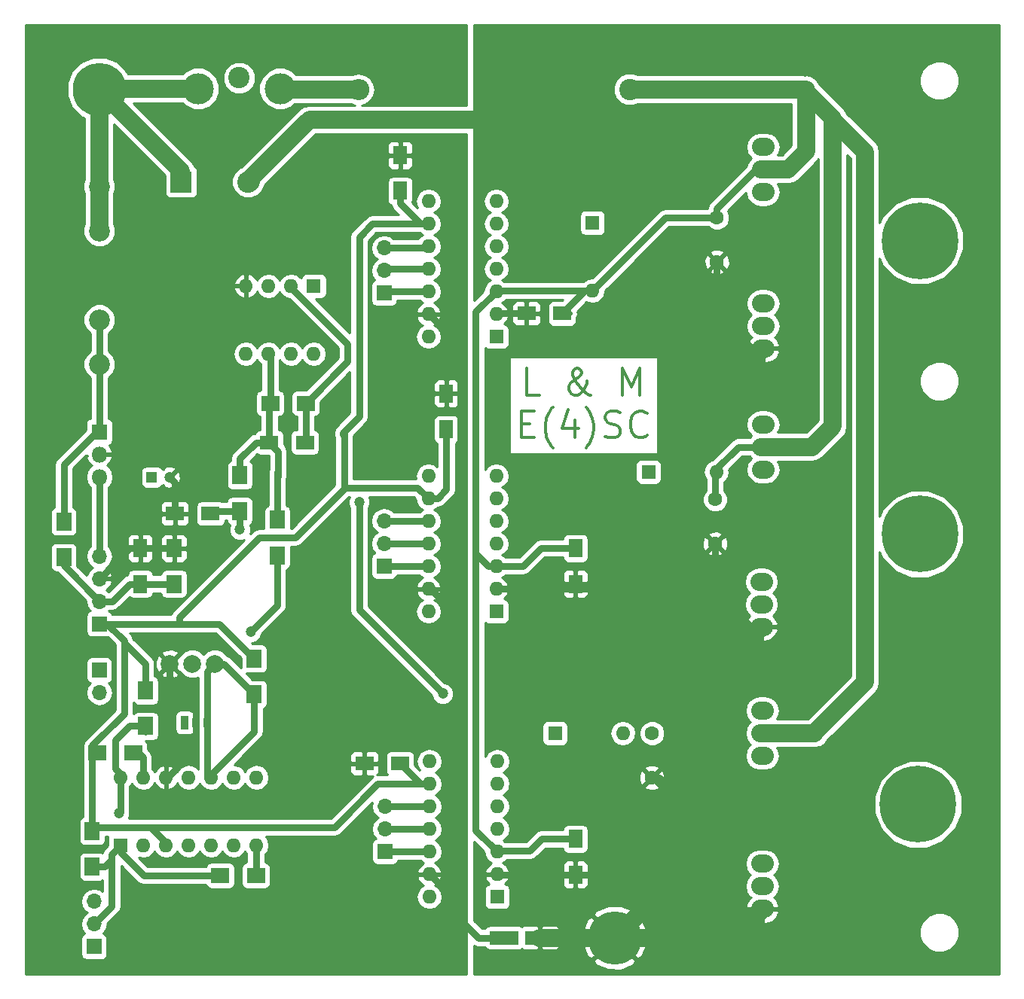
<source format=gbl>
G04 #@! TF.FileFunction,Copper,L2,Bot,Signal*
%FSLAX46Y46*%
G04 Gerber Fmt 4.6, Leading zero omitted, Abs format (unit mm)*
G04 Created by KiCad (PCBNEW 4.0.7) date Fri May 11 18:38:54 2018*
%MOMM*%
%LPD*%
G01*
G04 APERTURE LIST*
%ADD10C,0.100000*%
%ADD11C,0.300000*%
%ADD12C,5.999480*%
%ADD13R,1.600000X1.600000*%
%ADD14O,1.600000X1.600000*%
%ADD15C,2.000000*%
%ADD16R,1.200000X1.200000*%
%ADD17C,1.200000*%
%ADD18R,2.400000X2.400000*%
%ADD19C,2.400000*%
%ADD20R,2.000000X1.600000*%
%ADD21R,1.600000X2.000000*%
%ADD22C,1.600000*%
%ADD23O,0.900000X1.500000*%
%ADD24R,0.900000X1.500000*%
%ADD25C,3.500000*%
%ADD26C,2.350000*%
%ADD27R,1.700000X1.700000*%
%ADD28O,1.700000X1.700000*%
%ADD29C,8.600000*%
%ADD30R,3.200000X1.500000*%
%ADD31O,2.540000X2.032000*%
%ADD32R,2.000000X1.700000*%
%ADD33R,1.700000X2.000000*%
%ADD34O,2.400000X2.400000*%
%ADD35R,1.800000X1.800000*%
%ADD36O,1.800000X1.800000*%
%ADD37C,0.800000*%
%ADD38C,2.000000*%
%ADD39C,0.600000*%
%ADD40C,0.254000*%
G04 APERTURE END LIST*
D10*
D11*
X137871429Y-57957143D02*
X136442858Y-57957143D01*
X136442858Y-54957143D01*
X143585714Y-57957143D02*
X143442857Y-57957143D01*
X143157143Y-57814286D01*
X142728571Y-57385714D01*
X142014286Y-56528571D01*
X141728571Y-56100000D01*
X141585714Y-55671429D01*
X141585714Y-55385714D01*
X141728571Y-55100000D01*
X142014286Y-54957143D01*
X142157143Y-54957143D01*
X142442857Y-55100000D01*
X142585714Y-55385714D01*
X142585714Y-55528571D01*
X142442857Y-55814286D01*
X142300000Y-55957143D01*
X141442857Y-56528571D01*
X141300000Y-56671429D01*
X141157143Y-56957143D01*
X141157143Y-57385714D01*
X141300000Y-57671429D01*
X141442857Y-57814286D01*
X141728571Y-57957143D01*
X142157143Y-57957143D01*
X142442857Y-57814286D01*
X142585714Y-57671429D01*
X143014286Y-57100000D01*
X143157143Y-56671429D01*
X143157143Y-56385714D01*
X147157143Y-57957143D02*
X147157143Y-54957143D01*
X148157143Y-57100000D01*
X149157143Y-54957143D01*
X149157143Y-57957143D01*
X135800000Y-61185714D02*
X136800000Y-61185714D01*
X137228571Y-62757143D02*
X135800000Y-62757143D01*
X135800000Y-59757143D01*
X137228571Y-59757143D01*
X139371429Y-63900000D02*
X139228571Y-63757143D01*
X138942857Y-63328571D01*
X138800000Y-63042857D01*
X138657143Y-62614286D01*
X138514286Y-61900000D01*
X138514286Y-61328571D01*
X138657143Y-60614286D01*
X138800000Y-60185714D01*
X138942857Y-59900000D01*
X139228571Y-59471429D01*
X139371429Y-59328571D01*
X141800000Y-60757143D02*
X141800000Y-62757143D01*
X141085714Y-59614286D02*
X140371429Y-61757143D01*
X142228571Y-61757143D01*
X143085714Y-63900000D02*
X143228572Y-63757143D01*
X143514286Y-63328571D01*
X143657143Y-63042857D01*
X143800000Y-62614286D01*
X143942857Y-61900000D01*
X143942857Y-61328571D01*
X143800000Y-60614286D01*
X143657143Y-60185714D01*
X143514286Y-59900000D01*
X143228572Y-59471429D01*
X143085714Y-59328571D01*
X145228572Y-62614286D02*
X145657143Y-62757143D01*
X146371429Y-62757143D01*
X146657143Y-62614286D01*
X146800000Y-62471429D01*
X146942857Y-62185714D01*
X146942857Y-61900000D01*
X146800000Y-61614286D01*
X146657143Y-61471429D01*
X146371429Y-61328571D01*
X145800000Y-61185714D01*
X145514286Y-61042857D01*
X145371429Y-60900000D01*
X145228572Y-60614286D01*
X145228572Y-60328571D01*
X145371429Y-60042857D01*
X145514286Y-59900000D01*
X145800000Y-59757143D01*
X146514286Y-59757143D01*
X146942857Y-59900000D01*
X149942857Y-62471429D02*
X149800000Y-62614286D01*
X149371429Y-62757143D01*
X149085715Y-62757143D01*
X148657143Y-62614286D01*
X148371429Y-62328571D01*
X148228572Y-62042857D01*
X148085715Y-61471429D01*
X148085715Y-61042857D01*
X148228572Y-60471429D01*
X148371429Y-60185714D01*
X148657143Y-59900000D01*
X149085715Y-59757143D01*
X149371429Y-59757143D01*
X149800000Y-59900000D01*
X149942857Y-60042857D01*
D12*
X88400000Y-23600000D03*
X146300000Y-119000000D03*
D13*
X133000000Y-51400000D03*
D14*
X125380000Y-36160000D03*
X133000000Y-48860000D03*
X125380000Y-38700000D03*
X133000000Y-46320000D03*
X125380000Y-41240000D03*
X133000000Y-43780000D03*
X125380000Y-43780000D03*
X133000000Y-41240000D03*
X125380000Y-46320000D03*
X133000000Y-38700000D03*
X125380000Y-48860000D03*
X133000000Y-36160000D03*
X125380000Y-51400000D03*
D15*
X98860000Y-88200000D03*
X96320000Y-88200000D03*
X101400000Y-88200000D03*
D16*
X94300000Y-67200000D03*
D17*
X96300000Y-67200000D03*
D18*
X97600000Y-34000000D03*
D19*
X105100000Y-34000000D03*
D20*
X100900000Y-71300000D03*
X96900000Y-71300000D03*
X111500000Y-63300000D03*
X107500000Y-63300000D03*
D21*
X122200000Y-35000000D03*
X122200000Y-31000000D03*
X127400000Y-61800000D03*
X127400000Y-57800000D03*
D20*
X122200000Y-99400000D03*
X118200000Y-99400000D03*
X140400000Y-48800000D03*
X136400000Y-48800000D03*
D21*
X141900000Y-75200000D03*
X141900000Y-79200000D03*
X141900000Y-107900000D03*
X141900000Y-111900000D03*
D22*
X157800000Y-38000000D03*
X157800000Y-43000000D03*
X157600000Y-69700000D03*
X157600000Y-74700000D03*
X150500000Y-96000000D03*
X150500000Y-101000000D03*
D23*
X99270000Y-94800000D03*
X100540000Y-94800000D03*
D24*
X98000000Y-94800000D03*
D13*
X143800000Y-38600000D03*
D14*
X143800000Y-46220000D03*
D13*
X150100000Y-66600000D03*
D14*
X157720000Y-66600000D03*
D13*
X139600000Y-96000000D03*
D14*
X147220000Y-96000000D03*
D25*
X108700000Y-23500000D03*
D19*
X104100000Y-22300000D03*
D25*
X99500000Y-23500000D03*
D26*
X88400000Y-39500000D03*
X88400000Y-34500000D03*
X88400000Y-49500000D03*
X88400000Y-54500000D03*
D27*
X120400000Y-77200000D03*
D28*
X120400000Y-74660000D03*
X120400000Y-72120000D03*
D29*
X180600000Y-40600000D03*
X180600000Y-73600000D03*
X180400000Y-104000000D03*
D27*
X87800000Y-120000000D03*
D28*
X87800000Y-117460000D03*
X87800000Y-114920000D03*
D27*
X88400000Y-88900000D03*
D28*
X88400000Y-91440000D03*
D27*
X88400000Y-83700000D03*
D28*
X88400000Y-81160000D03*
X88400000Y-78620000D03*
X88400000Y-76080000D03*
D27*
X120400000Y-46500000D03*
D28*
X120400000Y-43960000D03*
X120400000Y-41420000D03*
D27*
X120500000Y-109300000D03*
D28*
X120500000Y-106760000D03*
X120500000Y-104220000D03*
D30*
X137900000Y-119000000D03*
X133900000Y-119000000D03*
D31*
X163000000Y-32600000D03*
X163000000Y-35140000D03*
X163000000Y-30060000D03*
X163000000Y-50200000D03*
X163000000Y-52740000D03*
X163000000Y-47660000D03*
X163000000Y-63800000D03*
X163000000Y-66340000D03*
X163000000Y-61260000D03*
X162800000Y-81500000D03*
X162800000Y-84040000D03*
X162800000Y-78960000D03*
X162900000Y-96000000D03*
X162900000Y-98540000D03*
X162900000Y-93460000D03*
X162900000Y-113200000D03*
X162900000Y-115740000D03*
X162900000Y-110660000D03*
D32*
X102000000Y-112000000D03*
X106000000Y-112000000D03*
D33*
X87600000Y-111000000D03*
X87600000Y-107000000D03*
X104200000Y-67000000D03*
X104200000Y-71000000D03*
D32*
X88200000Y-98200000D03*
X92200000Y-98200000D03*
D33*
X93600000Y-95200000D03*
X93600000Y-91200000D03*
D19*
X148000000Y-23600000D03*
D34*
X117520000Y-23600000D03*
D33*
X108400000Y-76000000D03*
X108400000Y-72000000D03*
X105800000Y-91600000D03*
X105800000Y-87600000D03*
D32*
X111600000Y-58900000D03*
X107600000Y-58900000D03*
D13*
X90800000Y-108600000D03*
D14*
X106040000Y-100980000D03*
X93340000Y-108600000D03*
X103500000Y-100980000D03*
X95880000Y-108600000D03*
X100960000Y-100980000D03*
X98420000Y-108600000D03*
X98420000Y-100980000D03*
X100960000Y-108600000D03*
X95880000Y-100980000D03*
X103500000Y-108600000D03*
X93340000Y-100980000D03*
X106040000Y-108600000D03*
X90800000Y-100980000D03*
D35*
X88400000Y-62100000D03*
D36*
X88400000Y-64640000D03*
X88400000Y-67180000D03*
D13*
X112500000Y-45700000D03*
D14*
X104880000Y-53320000D03*
X109960000Y-45700000D03*
X107420000Y-53320000D03*
X107420000Y-45700000D03*
X109960000Y-53320000D03*
X104880000Y-45700000D03*
X112500000Y-53320000D03*
D13*
X133000000Y-82300000D03*
D14*
X125380000Y-67060000D03*
X133000000Y-79760000D03*
X125380000Y-69600000D03*
X133000000Y-77220000D03*
X125380000Y-72140000D03*
X133000000Y-74680000D03*
X125380000Y-74680000D03*
X133000000Y-72140000D03*
X125380000Y-77220000D03*
X133000000Y-69600000D03*
X125380000Y-79760000D03*
X133000000Y-67060000D03*
X125380000Y-82300000D03*
D13*
X133100000Y-114400000D03*
D14*
X125480000Y-99160000D03*
X133100000Y-111860000D03*
X125480000Y-101700000D03*
X133100000Y-109320000D03*
X125480000Y-104240000D03*
X133100000Y-106780000D03*
X125480000Y-106780000D03*
X133100000Y-104240000D03*
X125480000Y-109320000D03*
X133100000Y-101700000D03*
X125480000Y-111860000D03*
X133100000Y-99160000D03*
X125480000Y-114400000D03*
D21*
X93000000Y-79200000D03*
X93000000Y-75200000D03*
D33*
X96800000Y-75200000D03*
X96800000Y-79200000D03*
X84400000Y-72200000D03*
X84400000Y-76200000D03*
D17*
X127000000Y-91550000D03*
X117600000Y-70000000D03*
X144650000Y-91850000D03*
X104200000Y-73100000D03*
X90600000Y-105000000D03*
X105400000Y-84600000D03*
D37*
X96800000Y-75200000D02*
X91820000Y-75200000D01*
X91820000Y-75200000D02*
X88400000Y-78620000D01*
X129000000Y-83200000D02*
X129000000Y-52480000D01*
X99270000Y-94800000D02*
X99270000Y-92670000D01*
X96320000Y-89720000D02*
X96320000Y-88200000D01*
X99270000Y-92670000D02*
X96320000Y-89720000D01*
X95880000Y-100980000D02*
X96020000Y-100980000D01*
X96020000Y-100980000D02*
X99270000Y-97730000D01*
X99270000Y-97730000D02*
X99270000Y-94800000D01*
X96900000Y-71300000D02*
X96900000Y-67800000D01*
X96900000Y-67800000D02*
X96300000Y-67200000D01*
X125480000Y-111860000D02*
X125480000Y-111880000D01*
X125480000Y-111880000D02*
X129000000Y-115400000D01*
X125380000Y-79760000D02*
X125560000Y-79760000D01*
X125560000Y-79760000D02*
X129000000Y-83200000D01*
X133900000Y-119000000D02*
X131000000Y-119000000D01*
X129000000Y-52480000D02*
X125380000Y-48860000D01*
X129000000Y-117000000D02*
X129000000Y-115400000D01*
X129000000Y-115400000D02*
X129000000Y-102200000D01*
X129000000Y-102200000D02*
X129000000Y-83200000D01*
X131000000Y-119000000D02*
X129000000Y-117000000D01*
X101400000Y-88200000D02*
X102400000Y-88200000D01*
X102400000Y-88200000D02*
X105800000Y-91600000D01*
X100540000Y-94800000D02*
X100540000Y-89060000D01*
X100540000Y-89060000D02*
X101400000Y-88200000D01*
X100540000Y-94800000D02*
X100540000Y-100560000D01*
X100540000Y-100560000D02*
X100960000Y-100980000D01*
X105800000Y-91600000D02*
X105800000Y-95800000D01*
X105800000Y-95800000D02*
X100960000Y-100640000D01*
X100960000Y-100640000D02*
X100960000Y-100980000D01*
D38*
X97600000Y-34000000D02*
X97600000Y-32800000D01*
X97600000Y-32800000D02*
X88400000Y-23600000D01*
D37*
X88400000Y-39500000D02*
X88400000Y-34500000D01*
X88400000Y-23600000D02*
X88400000Y-24800000D01*
D38*
X88400000Y-23600000D02*
X88400000Y-39500000D01*
X99500000Y-23500000D02*
X88500000Y-23500000D01*
X88500000Y-23500000D02*
X88400000Y-23600000D01*
X99400000Y-23600000D02*
X99500000Y-23500000D01*
X105100000Y-34000000D02*
X105100000Y-33900000D01*
X105100000Y-33900000D02*
X112000000Y-27000000D01*
X112000000Y-27000000D02*
X132800000Y-27000000D01*
X105100000Y-34000000D02*
X105400000Y-34000000D01*
D37*
X133000000Y-79760000D02*
X141340000Y-79760000D01*
X141340000Y-79760000D02*
X141900000Y-79200000D01*
X117600000Y-82150000D02*
X117600000Y-70000000D01*
X117600000Y-82150000D02*
X127000000Y-91550000D01*
X144650000Y-91850000D02*
X144700000Y-91900000D01*
X144700000Y-91900000D02*
X153000000Y-91900000D01*
D38*
X146300000Y-119000000D02*
X137900000Y-119000000D01*
X152400000Y-111500000D02*
X152400000Y-112900000D01*
X152400000Y-112900000D02*
X146300000Y-119000000D01*
X157700000Y-89140000D02*
X157700000Y-113600000D01*
X157700000Y-113600000D02*
X152300000Y-119000000D01*
X162900000Y-115740000D02*
X162900000Y-115800000D01*
X162900000Y-115800000D02*
X159700000Y-119000000D01*
X159700000Y-119000000D02*
X152300000Y-119000000D01*
X152300000Y-119000000D02*
X146300000Y-119000000D01*
D37*
X141900000Y-111900000D02*
X152000000Y-111900000D01*
X152000000Y-111900000D02*
X152400000Y-111500000D01*
X152400000Y-111500000D02*
X153000000Y-110900000D01*
X141900000Y-111900000D02*
X133140000Y-111900000D01*
X133140000Y-111900000D02*
X133100000Y-111860000D01*
X150500000Y-101000000D02*
X151300000Y-101000000D01*
X151300000Y-101000000D02*
X153000000Y-102700000D01*
X133000000Y-79760000D02*
X151640000Y-79760000D01*
X151640000Y-79760000D02*
X153000000Y-78400000D01*
X157600000Y-74700000D02*
X157600000Y-80000000D01*
X157600000Y-80000000D02*
X161640000Y-84040000D01*
X161640000Y-84040000D02*
X162800000Y-84040000D01*
X157800000Y-43000000D02*
X157800000Y-48800000D01*
X157800000Y-48800000D02*
X161740000Y-52740000D01*
X161740000Y-52740000D02*
X163000000Y-52740000D01*
X136400000Y-48800000D02*
X133060000Y-48800000D01*
X133060000Y-48800000D02*
X133000000Y-48860000D01*
D39*
X161640000Y-84040000D02*
X162800000Y-84040000D01*
X161740000Y-84040000D02*
X162800000Y-84040000D01*
X133060000Y-48800000D02*
X133000000Y-48860000D01*
X161740000Y-52740000D02*
X163000000Y-52740000D01*
D38*
X153000000Y-110900000D02*
X153000000Y-102700000D01*
X153000000Y-102700000D02*
X153000000Y-91900000D01*
X153000000Y-91900000D02*
X153000000Y-91850000D01*
X153000000Y-91850000D02*
X153000000Y-78400000D01*
X153000000Y-78400000D02*
X153000000Y-62740000D01*
X153000000Y-62740000D02*
X159940000Y-55800000D01*
X159940000Y-55800000D02*
X163000000Y-52740000D01*
X157300000Y-89540000D02*
X157700000Y-89140000D01*
X157700000Y-89140000D02*
X162800000Y-84040000D01*
D37*
X88400000Y-67180000D02*
X88400000Y-76080000D01*
X93000000Y-79200000D02*
X91800000Y-79200000D01*
X89840000Y-81160000D02*
X88400000Y-81160000D01*
X91800000Y-79200000D02*
X89840000Y-81160000D01*
X96800000Y-79200000D02*
X93000000Y-79200000D01*
X84400000Y-76200000D02*
X84400000Y-77160000D01*
X84400000Y-77160000D02*
X88400000Y-81160000D01*
X104200000Y-71000000D02*
X104200000Y-73100000D01*
X104200000Y-71000000D02*
X101200000Y-71000000D01*
X101200000Y-71000000D02*
X100900000Y-71300000D01*
X111600000Y-58900000D02*
X111600000Y-63200000D01*
X111600000Y-63200000D02*
X111500000Y-63300000D01*
X109960000Y-45700000D02*
X109960000Y-45860000D01*
X109960000Y-45860000D02*
X116300000Y-52200000D01*
X116300000Y-54200000D02*
X111600000Y-58900000D01*
X116300000Y-52200000D02*
X116300000Y-54200000D01*
X108400000Y-72000000D02*
X108400000Y-66600000D01*
X108400000Y-66600000D02*
X108500000Y-66500000D01*
X108500000Y-67100000D02*
X108500000Y-66500000D01*
X108500000Y-66500000D02*
X108500000Y-64300000D01*
X108500000Y-64300000D02*
X107500000Y-63300000D01*
X107500000Y-63300000D02*
X106000000Y-63300000D01*
X104200000Y-65100000D02*
X104200000Y-67000000D01*
X106000000Y-63300000D02*
X104200000Y-65100000D01*
X107500000Y-63300000D02*
X107500000Y-59000000D01*
X107500000Y-59000000D02*
X107600000Y-58900000D01*
X107600000Y-58900000D02*
X107600000Y-53500000D01*
X107600000Y-53500000D02*
X107420000Y-53320000D01*
X125380000Y-69600000D02*
X126400000Y-69600000D01*
X127400000Y-68600000D02*
X127400000Y-61800000D01*
X126400000Y-69600000D02*
X127400000Y-68600000D01*
X125380000Y-38700000D02*
X124500000Y-38700000D01*
X122200000Y-36400000D02*
X122200000Y-35000000D01*
X124500000Y-38700000D02*
X122200000Y-36400000D01*
X125480000Y-101700000D02*
X124500000Y-101700000D01*
X124500000Y-101700000D02*
X122200000Y-99400000D01*
X115900000Y-68500000D02*
X115900000Y-62100000D01*
X115900000Y-62100000D02*
X115800000Y-62200000D01*
X115800000Y-62200000D02*
X115800000Y-62400000D01*
X115800000Y-62400000D02*
X115800000Y-62200000D01*
X97400000Y-83700000D02*
X97400000Y-83000000D01*
X110400000Y-74000000D02*
X115900000Y-68500000D01*
X115900000Y-68500000D02*
X116000000Y-68400000D01*
X106400000Y-74000000D02*
X110400000Y-74000000D01*
X97400000Y-83000000D02*
X106400000Y-74000000D01*
X98600000Y-83700000D02*
X101900000Y-83700000D01*
X101900000Y-83700000D02*
X105800000Y-87600000D01*
X94200000Y-106600000D02*
X114800000Y-106600000D01*
X119700000Y-101700000D02*
X125480000Y-101700000D01*
X114800000Y-106600000D02*
X119700000Y-101700000D01*
X91200000Y-86000000D02*
X91400000Y-86000000D01*
X93600000Y-88200000D02*
X93600000Y-91200000D01*
X91400000Y-86000000D02*
X93600000Y-88200000D01*
X88400000Y-83700000D02*
X89300000Y-83700000D01*
X87600000Y-97400000D02*
X87600000Y-107000000D01*
X91200000Y-93800000D02*
X87600000Y-97400000D01*
X91200000Y-85600000D02*
X91200000Y-86000000D01*
X91200000Y-86000000D02*
X91200000Y-93800000D01*
X89300000Y-83700000D02*
X91200000Y-85600000D01*
X115800000Y-62200000D02*
X117600000Y-60400000D01*
X119100000Y-38700000D02*
X125380000Y-38700000D01*
X117600000Y-40200000D02*
X119100000Y-38700000D01*
X117600000Y-60400000D02*
X117600000Y-40200000D01*
X88400000Y-83700000D02*
X97400000Y-83700000D01*
X97400000Y-83700000D02*
X98600000Y-83700000D01*
X124180000Y-68400000D02*
X125380000Y-69600000D01*
X116000000Y-68400000D02*
X124180000Y-68400000D01*
X95880000Y-108600000D02*
X95880000Y-108280000D01*
X95880000Y-108280000D02*
X94200000Y-106600000D01*
X94200000Y-106600000D02*
X87800000Y-106600000D01*
D38*
X174450000Y-89450000D02*
X174450000Y-90250000D01*
X174450000Y-90250000D02*
X168700000Y-96000000D01*
X174450000Y-30650000D02*
X174450000Y-89450000D01*
X170800000Y-26800000D02*
X170800000Y-27000000D01*
X170800000Y-27000000D02*
X174450000Y-30650000D01*
D37*
X141900000Y-107900000D02*
X138100000Y-107900000D01*
X136800000Y-109200000D02*
X133220000Y-109200000D01*
X138100000Y-107900000D02*
X136800000Y-109200000D01*
X133220000Y-109200000D02*
X133100000Y-109320000D01*
X130700000Y-75700000D02*
X130700000Y-106920000D01*
X130700000Y-106920000D02*
X133100000Y-109320000D01*
X141900000Y-75200000D02*
X138000000Y-75200000D01*
X135980000Y-77220000D02*
X133000000Y-77220000D01*
X138000000Y-75200000D02*
X135980000Y-77220000D01*
X133000000Y-77220000D02*
X132120000Y-77220000D01*
X130700000Y-48620000D02*
X133000000Y-46320000D01*
X130700000Y-75800000D02*
X130700000Y-75700000D01*
X130700000Y-75700000D02*
X130700000Y-48620000D01*
X132120000Y-77220000D02*
X130700000Y-75800000D01*
X163000000Y-63800000D02*
X160200000Y-63800000D01*
X157600000Y-66400000D02*
X157600000Y-69700000D01*
X160200000Y-63800000D02*
X157600000Y-66400000D01*
X143800000Y-46220000D02*
X142980000Y-46220000D01*
X142980000Y-46220000D02*
X140400000Y-48800000D01*
X143800000Y-46220000D02*
X133100000Y-46220000D01*
X133100000Y-46220000D02*
X133000000Y-46320000D01*
X157800000Y-38000000D02*
X152020000Y-38000000D01*
X152020000Y-38000000D02*
X143800000Y-46220000D01*
X163000000Y-32600000D02*
X162200000Y-32600000D01*
X162200000Y-32600000D02*
X157800000Y-37000000D01*
X157800000Y-37000000D02*
X157800000Y-38000000D01*
D39*
X163000000Y-63800000D02*
X162500000Y-63800000D01*
D38*
X159000000Y-23600000D02*
X148000000Y-23600000D01*
X167600000Y-23600000D02*
X159000000Y-23600000D01*
X159000000Y-23600000D02*
X159200000Y-23600000D01*
D39*
X140400000Y-48800000D02*
X141220000Y-48800000D01*
X157900000Y-37900000D02*
X157800000Y-38000000D01*
X163000000Y-32600000D02*
X162400000Y-32600000D01*
D38*
X168800000Y-96000000D02*
X168700000Y-96000000D01*
X168700000Y-96000000D02*
X162900000Y-96000000D01*
X170800000Y-26800000D02*
X170800000Y-59100000D01*
X170800000Y-61500000D02*
X168500000Y-63800000D01*
X168500000Y-63800000D02*
X163000000Y-63800000D01*
X170800000Y-59100000D02*
X170800000Y-61500000D01*
X167600000Y-23600000D02*
X170800000Y-26800000D01*
X170800000Y-26800000D02*
X170800000Y-26800000D01*
X165800000Y-32600000D02*
X163000000Y-32600000D01*
X167800000Y-30600000D02*
X165800000Y-32600000D01*
X167800000Y-23600000D02*
X167800000Y-30600000D01*
X117520000Y-23600000D02*
X108800000Y-23600000D01*
X108800000Y-23600000D02*
X108700000Y-23500000D01*
D37*
X120400000Y-77200000D02*
X125360000Y-77200000D01*
X125360000Y-77200000D02*
X125380000Y-77220000D01*
X125380000Y-74680000D02*
X120420000Y-74680000D01*
X120420000Y-74680000D02*
X120400000Y-74660000D01*
X125380000Y-72140000D02*
X120420000Y-72140000D01*
X120420000Y-72140000D02*
X120400000Y-72120000D01*
X89800000Y-110400000D02*
X89800000Y-115460000D01*
X89800000Y-115460000D02*
X87800000Y-117460000D01*
X89800000Y-109600000D02*
X89800000Y-110400000D01*
X89800000Y-110400000D02*
X89800000Y-110200000D01*
X89000000Y-111000000D02*
X87600000Y-111000000D01*
X89800000Y-110200000D02*
X89000000Y-111000000D01*
X89800000Y-109600000D02*
X89800000Y-109600000D01*
X89800000Y-109600000D02*
X90800000Y-108600000D01*
X90800000Y-108600000D02*
X90800000Y-109400000D01*
X90800000Y-109400000D02*
X93400000Y-112000000D01*
X93400000Y-112000000D02*
X102000000Y-112000000D01*
X90800000Y-100980000D02*
X90800000Y-104800000D01*
X90800000Y-104800000D02*
X90600000Y-105000000D01*
X90800000Y-100980000D02*
X90800000Y-100600000D01*
X90800000Y-100600000D02*
X90200000Y-100000000D01*
X91800000Y-95200000D02*
X93600000Y-95200000D01*
X90200000Y-96800000D02*
X91800000Y-95200000D01*
X90200000Y-100000000D02*
X90200000Y-96800000D01*
X93600000Y-95200000D02*
X93600000Y-95800000D01*
X92200000Y-98200000D02*
X92800000Y-98200000D01*
X92800000Y-98200000D02*
X93340000Y-98740000D01*
X93340000Y-98740000D02*
X93340000Y-100980000D01*
X125380000Y-46320000D02*
X120580000Y-46320000D01*
X120580000Y-46320000D02*
X120400000Y-46500000D01*
X125380000Y-43780000D02*
X120580000Y-43780000D01*
X120580000Y-43780000D02*
X120400000Y-43960000D01*
X120400000Y-41420000D02*
X125200000Y-41420000D01*
X125200000Y-41420000D02*
X125380000Y-41240000D01*
X125480000Y-109320000D02*
X120520000Y-109320000D01*
X120520000Y-109320000D02*
X120500000Y-109300000D01*
X125480000Y-106780000D02*
X120520000Y-106780000D01*
X120520000Y-106780000D02*
X120500000Y-106760000D01*
X125480000Y-104240000D02*
X120520000Y-104240000D01*
X120520000Y-104240000D02*
X120500000Y-104220000D01*
X106000000Y-112000000D02*
X106000000Y-108640000D01*
X106000000Y-108640000D02*
X106040000Y-108600000D01*
X108400000Y-76000000D02*
X108400000Y-81600000D01*
X108400000Y-81600000D02*
X105400000Y-84600000D01*
X88400000Y-62100000D02*
X88100000Y-62100000D01*
X88100000Y-62100000D02*
X84400000Y-65800000D01*
X84400000Y-65800000D02*
X84400000Y-72200000D01*
X88400000Y-62100000D02*
X88400000Y-54500000D01*
X88400000Y-49500000D02*
X88400000Y-54500000D01*
D40*
G36*
X129673000Y-25365000D02*
X117907864Y-25365000D01*
X118258174Y-25295319D01*
X118853491Y-24897541D01*
X119251269Y-24302224D01*
X119390950Y-23600000D01*
X119251269Y-22897776D01*
X118853491Y-22302459D01*
X118258174Y-21904681D01*
X117555950Y-21765000D01*
X117484050Y-21765000D01*
X116781826Y-21904681D01*
X116691552Y-21965000D01*
X110537637Y-21965000D01*
X110052758Y-21479274D01*
X109176487Y-21115415D01*
X108227675Y-21114587D01*
X107350771Y-21476916D01*
X106679274Y-22147242D01*
X106315415Y-23023513D01*
X106314587Y-23972325D01*
X106676916Y-24849229D01*
X107347242Y-25520726D01*
X108223513Y-25884585D01*
X109172325Y-25885413D01*
X110049229Y-25523084D01*
X110337816Y-25235000D01*
X116691552Y-25235000D01*
X116781826Y-25295319D01*
X117132136Y-25365000D01*
X112000005Y-25365000D01*
X112000000Y-25364999D01*
X111374313Y-25489457D01*
X110843880Y-25843880D01*
X110843878Y-25843883D01*
X104372732Y-32315028D01*
X104061914Y-32443455D01*
X103545270Y-32959199D01*
X103265319Y-33633395D01*
X103264682Y-34363403D01*
X103543455Y-35038086D01*
X104059199Y-35554730D01*
X104733395Y-35834681D01*
X105463403Y-35835318D01*
X106138086Y-35556545D01*
X106504979Y-35190291D01*
X106556120Y-35156120D01*
X106589993Y-35105425D01*
X106654730Y-35040801D01*
X106690118Y-34955577D01*
X106910543Y-34625687D01*
X106966160Y-34346079D01*
X110026489Y-31285750D01*
X120765000Y-31285750D01*
X120765000Y-32126309D01*
X120861673Y-32359698D01*
X121040301Y-32538327D01*
X121273690Y-32635000D01*
X121914250Y-32635000D01*
X122073000Y-32476250D01*
X122073000Y-31127000D01*
X122327000Y-31127000D01*
X122327000Y-32476250D01*
X122485750Y-32635000D01*
X123126310Y-32635000D01*
X123359699Y-32538327D01*
X123538327Y-32359698D01*
X123635000Y-32126309D01*
X123635000Y-31285750D01*
X123476250Y-31127000D01*
X122327000Y-31127000D01*
X122073000Y-31127000D01*
X120923750Y-31127000D01*
X120765000Y-31285750D01*
X110026489Y-31285750D01*
X111438548Y-29873691D01*
X120765000Y-29873691D01*
X120765000Y-30714250D01*
X120923750Y-30873000D01*
X122073000Y-30873000D01*
X122073000Y-29523750D01*
X122327000Y-29523750D01*
X122327000Y-30873000D01*
X123476250Y-30873000D01*
X123635000Y-30714250D01*
X123635000Y-29873691D01*
X123538327Y-29640302D01*
X123359699Y-29461673D01*
X123126310Y-29365000D01*
X122485750Y-29365000D01*
X122327000Y-29523750D01*
X122073000Y-29523750D01*
X121914250Y-29365000D01*
X121273690Y-29365000D01*
X121040301Y-29461673D01*
X120861673Y-29640302D01*
X120765000Y-29873691D01*
X111438548Y-29873691D01*
X112677239Y-28635000D01*
X129673000Y-28635000D01*
X129673000Y-48579777D01*
X129664999Y-48620000D01*
X129665000Y-48620005D01*
X129665000Y-75799995D01*
X129664999Y-75800000D01*
X129665000Y-75800005D01*
X129665000Y-106919995D01*
X129664999Y-106920000D01*
X129673000Y-106960223D01*
X129673000Y-123090000D01*
X80110000Y-123090000D01*
X80110000Y-91440000D01*
X86885907Y-91440000D01*
X86998946Y-92008285D01*
X87320853Y-92490054D01*
X87802622Y-92811961D01*
X88370907Y-92925000D01*
X88429093Y-92925000D01*
X88997378Y-92811961D01*
X89479147Y-92490054D01*
X89801054Y-92008285D01*
X89914093Y-91440000D01*
X89801054Y-90871715D01*
X89479147Y-90389946D01*
X89437548Y-90362150D01*
X89485317Y-90353162D01*
X89701441Y-90214090D01*
X89846431Y-90001890D01*
X89897440Y-89750000D01*
X89897440Y-88050000D01*
X89853162Y-87814683D01*
X89714090Y-87598559D01*
X89501890Y-87453569D01*
X89250000Y-87402560D01*
X87550000Y-87402560D01*
X87314683Y-87446838D01*
X87098559Y-87585910D01*
X86953569Y-87798110D01*
X86902560Y-88050000D01*
X86902560Y-89750000D01*
X86946838Y-89985317D01*
X87085910Y-90201441D01*
X87298110Y-90346431D01*
X87365541Y-90360086D01*
X87320853Y-90389946D01*
X86998946Y-90871715D01*
X86885907Y-91440000D01*
X80110000Y-91440000D01*
X80110000Y-71200000D01*
X82902560Y-71200000D01*
X82902560Y-73200000D01*
X82946838Y-73435317D01*
X83085910Y-73651441D01*
X83298110Y-73796431D01*
X83550000Y-73847440D01*
X85250000Y-73847440D01*
X85485317Y-73803162D01*
X85701441Y-73664090D01*
X85846431Y-73451890D01*
X85897440Y-73200000D01*
X85897440Y-71200000D01*
X85853162Y-70964683D01*
X85714090Y-70748559D01*
X85501890Y-70603569D01*
X85435000Y-70590023D01*
X85435000Y-66228712D01*
X86896709Y-64767002D01*
X87029002Y-64767002D01*
X86908954Y-65004742D01*
X87162034Y-65547576D01*
X87552582Y-65905499D01*
X87314591Y-66064519D01*
X86981845Y-66562509D01*
X86865000Y-67149928D01*
X86865000Y-67210072D01*
X86981845Y-67797491D01*
X87314591Y-68295481D01*
X87365000Y-68329163D01*
X87365000Y-75000448D01*
X87320853Y-75029946D01*
X86998946Y-75511715D01*
X86885907Y-76080000D01*
X86998946Y-76648285D01*
X87320853Y-77130054D01*
X87661553Y-77357702D01*
X87518642Y-77424817D01*
X87128355Y-77853076D01*
X86960954Y-78257243D01*
X85897440Y-77193728D01*
X85897440Y-75200000D01*
X85853162Y-74964683D01*
X85714090Y-74748559D01*
X85501890Y-74603569D01*
X85250000Y-74552560D01*
X83550000Y-74552560D01*
X83314683Y-74596838D01*
X83098559Y-74735910D01*
X82953569Y-74948110D01*
X82902560Y-75200000D01*
X82902560Y-77200000D01*
X82946838Y-77435317D01*
X83085910Y-77651441D01*
X83298110Y-77796431D01*
X83550000Y-77847440D01*
X83638466Y-77847440D01*
X83668144Y-77891856D01*
X86894266Y-81117977D01*
X86885907Y-81160000D01*
X86998946Y-81728285D01*
X87320853Y-82210054D01*
X87362452Y-82237850D01*
X87314683Y-82246838D01*
X87098559Y-82385910D01*
X86953569Y-82598110D01*
X86902560Y-82850000D01*
X86902560Y-84550000D01*
X86946838Y-84785317D01*
X87085910Y-85001441D01*
X87298110Y-85146431D01*
X87550000Y-85197440D01*
X89250000Y-85197440D01*
X89320469Y-85184180D01*
X90165000Y-86028711D01*
X90165000Y-93371289D01*
X86868144Y-96668144D01*
X86643785Y-97003923D01*
X86633871Y-97053761D01*
X86603569Y-97098110D01*
X86552560Y-97350000D01*
X86552560Y-99050000D01*
X86565000Y-99116113D01*
X86565000Y-105387370D01*
X86514683Y-105396838D01*
X86298559Y-105535910D01*
X86153569Y-105748110D01*
X86102560Y-106000000D01*
X86102560Y-108000000D01*
X86146838Y-108235317D01*
X86285910Y-108451441D01*
X86498110Y-108596431D01*
X86750000Y-108647440D01*
X88450000Y-108647440D01*
X88685317Y-108603162D01*
X88901441Y-108464090D01*
X89046431Y-108251890D01*
X89097440Y-108000000D01*
X89097440Y-107635000D01*
X89385973Y-107635000D01*
X89352560Y-107800000D01*
X89352560Y-108583728D01*
X89068144Y-108868144D01*
X88843785Y-109203923D01*
X88791846Y-109465033D01*
X88701890Y-109403569D01*
X88450000Y-109352560D01*
X86750000Y-109352560D01*
X86514683Y-109396838D01*
X86298559Y-109535910D01*
X86153569Y-109748110D01*
X86102560Y-110000000D01*
X86102560Y-112000000D01*
X86146838Y-112235317D01*
X86285910Y-112451441D01*
X86498110Y-112596431D01*
X86750000Y-112647440D01*
X88450000Y-112647440D01*
X88685317Y-112603162D01*
X88765000Y-112551887D01*
X88765000Y-113793676D01*
X88397378Y-113548039D01*
X87829093Y-113435000D01*
X87770907Y-113435000D01*
X87202622Y-113548039D01*
X86720853Y-113869946D01*
X86398946Y-114351715D01*
X86285907Y-114920000D01*
X86398946Y-115488285D01*
X86720853Y-115970054D01*
X87050026Y-116190000D01*
X86720853Y-116409946D01*
X86398946Y-116891715D01*
X86285907Y-117460000D01*
X86398946Y-118028285D01*
X86720853Y-118510054D01*
X86762452Y-118537850D01*
X86714683Y-118546838D01*
X86498559Y-118685910D01*
X86353569Y-118898110D01*
X86302560Y-119150000D01*
X86302560Y-120850000D01*
X86346838Y-121085317D01*
X86485910Y-121301441D01*
X86698110Y-121446431D01*
X86950000Y-121497440D01*
X88650000Y-121497440D01*
X88885317Y-121453162D01*
X89101441Y-121314090D01*
X89246431Y-121101890D01*
X89297440Y-120850000D01*
X89297440Y-119150000D01*
X89253162Y-118914683D01*
X89114090Y-118698559D01*
X88901890Y-118553569D01*
X88834459Y-118539914D01*
X88879147Y-118510054D01*
X89201054Y-118028285D01*
X89314093Y-117460000D01*
X89305734Y-117417977D01*
X90531853Y-116191858D01*
X90531856Y-116191856D01*
X90756215Y-115856077D01*
X90835001Y-115460000D01*
X90835000Y-115459995D01*
X90835000Y-114400000D01*
X124016887Y-114400000D01*
X124126120Y-114949151D01*
X124437189Y-115414698D01*
X124902736Y-115725767D01*
X125451887Y-115835000D01*
X125508113Y-115835000D01*
X126057264Y-115725767D01*
X126522811Y-115414698D01*
X126833880Y-114949151D01*
X126943113Y-114400000D01*
X126833880Y-113850849D01*
X126522811Y-113385302D01*
X126118297Y-113115014D01*
X126335134Y-113012389D01*
X126711041Y-112597423D01*
X126871904Y-112209039D01*
X126749915Y-111987000D01*
X125607000Y-111987000D01*
X125607000Y-112007000D01*
X125353000Y-112007000D01*
X125353000Y-111987000D01*
X124210085Y-111987000D01*
X124088096Y-112209039D01*
X124248959Y-112597423D01*
X124624866Y-113012389D01*
X124841703Y-113115014D01*
X124437189Y-113385302D01*
X124126120Y-113850849D01*
X124016887Y-114400000D01*
X90835000Y-114400000D01*
X90835000Y-110898712D01*
X92668142Y-112731853D01*
X92668144Y-112731856D01*
X92844960Y-112850000D01*
X93003922Y-112956215D01*
X93400000Y-113035000D01*
X100387370Y-113035000D01*
X100396838Y-113085317D01*
X100535910Y-113301441D01*
X100748110Y-113446431D01*
X101000000Y-113497440D01*
X103000000Y-113497440D01*
X103235317Y-113453162D01*
X103451441Y-113314090D01*
X103596431Y-113101890D01*
X103647440Y-112850000D01*
X103647440Y-111150000D01*
X103603162Y-110914683D01*
X103464090Y-110698559D01*
X103251890Y-110553569D01*
X103000000Y-110502560D01*
X101000000Y-110502560D01*
X100764683Y-110546838D01*
X100548559Y-110685910D01*
X100403569Y-110898110D01*
X100390023Y-110965000D01*
X93828711Y-110965000D01*
X92824232Y-109960520D01*
X93340000Y-110063113D01*
X93889151Y-109953880D01*
X94354698Y-109642811D01*
X94610000Y-109260725D01*
X94865302Y-109642811D01*
X95330849Y-109953880D01*
X95880000Y-110063113D01*
X96429151Y-109953880D01*
X96894698Y-109642811D01*
X97150000Y-109260725D01*
X97405302Y-109642811D01*
X97870849Y-109953880D01*
X98420000Y-110063113D01*
X98969151Y-109953880D01*
X99434698Y-109642811D01*
X99690000Y-109260725D01*
X99945302Y-109642811D01*
X100410849Y-109953880D01*
X100960000Y-110063113D01*
X101509151Y-109953880D01*
X101974698Y-109642811D01*
X102230000Y-109260725D01*
X102485302Y-109642811D01*
X102950849Y-109953880D01*
X103500000Y-110063113D01*
X104049151Y-109953880D01*
X104514698Y-109642811D01*
X104770000Y-109260725D01*
X104965000Y-109552563D01*
X104965000Y-110509146D01*
X104764683Y-110546838D01*
X104548559Y-110685910D01*
X104403569Y-110898110D01*
X104352560Y-111150000D01*
X104352560Y-112850000D01*
X104396838Y-113085317D01*
X104535910Y-113301441D01*
X104748110Y-113446431D01*
X105000000Y-113497440D01*
X107000000Y-113497440D01*
X107235317Y-113453162D01*
X107451441Y-113314090D01*
X107596431Y-113101890D01*
X107647440Y-112850000D01*
X107647440Y-111150000D01*
X107603162Y-110914683D01*
X107464090Y-110698559D01*
X107251890Y-110553569D01*
X107035000Y-110509648D01*
X107035000Y-109655973D01*
X107054698Y-109642811D01*
X107365767Y-109177264D01*
X107475000Y-108628113D01*
X107475000Y-108571887D01*
X107365767Y-108022736D01*
X107106690Y-107635000D01*
X114799995Y-107635000D01*
X114800000Y-107635001D01*
X115196077Y-107556215D01*
X115531856Y-107331856D01*
X119070875Y-103792836D01*
X118985907Y-104220000D01*
X119098946Y-104788285D01*
X119420853Y-105270054D01*
X119750026Y-105490000D01*
X119420853Y-105709946D01*
X119098946Y-106191715D01*
X118985907Y-106760000D01*
X119098946Y-107328285D01*
X119420853Y-107810054D01*
X119462452Y-107837850D01*
X119414683Y-107846838D01*
X119198559Y-107985910D01*
X119053569Y-108198110D01*
X119002560Y-108450000D01*
X119002560Y-110150000D01*
X119046838Y-110385317D01*
X119185910Y-110601441D01*
X119398110Y-110746431D01*
X119650000Y-110797440D01*
X121350000Y-110797440D01*
X121585317Y-110753162D01*
X121801441Y-110614090D01*
X121946431Y-110401890D01*
X121955926Y-110355000D01*
X124467573Y-110355000D01*
X124841703Y-110604986D01*
X124624866Y-110707611D01*
X124248959Y-111122577D01*
X124088096Y-111510961D01*
X124210085Y-111733000D01*
X125353000Y-111733000D01*
X125353000Y-111713000D01*
X125607000Y-111713000D01*
X125607000Y-111733000D01*
X126749915Y-111733000D01*
X126871904Y-111510961D01*
X126711041Y-111122577D01*
X126335134Y-110707611D01*
X126118297Y-110604986D01*
X126522811Y-110334698D01*
X126833880Y-109869151D01*
X126943113Y-109320000D01*
X126833880Y-108770849D01*
X126522811Y-108305302D01*
X126140725Y-108050000D01*
X126522811Y-107794698D01*
X126833880Y-107329151D01*
X126943113Y-106780000D01*
X126833880Y-106230849D01*
X126522811Y-105765302D01*
X126140725Y-105510000D01*
X126522811Y-105254698D01*
X126833880Y-104789151D01*
X126943113Y-104240000D01*
X126833880Y-103690849D01*
X126522811Y-103225302D01*
X126140725Y-102970000D01*
X126522811Y-102714698D01*
X126833880Y-102249151D01*
X126943113Y-101700000D01*
X126833880Y-101150849D01*
X126522811Y-100685302D01*
X126140725Y-100430000D01*
X126522811Y-100174698D01*
X126833880Y-99709151D01*
X126943113Y-99160000D01*
X126833880Y-98610849D01*
X126522811Y-98145302D01*
X126057264Y-97834233D01*
X125508113Y-97725000D01*
X125451887Y-97725000D01*
X124902736Y-97834233D01*
X124437189Y-98145302D01*
X124126120Y-98610849D01*
X124016887Y-99160000D01*
X124126120Y-99709151D01*
X124434732Y-100171020D01*
X123847440Y-99583728D01*
X123847440Y-98600000D01*
X123803162Y-98364683D01*
X123664090Y-98148559D01*
X123451890Y-98003569D01*
X123200000Y-97952560D01*
X121200000Y-97952560D01*
X120964683Y-97996838D01*
X120748559Y-98135910D01*
X120603569Y-98348110D01*
X120552560Y-98600000D01*
X120552560Y-100200000D01*
X120596838Y-100435317D01*
X120735910Y-100651441D01*
X120755754Y-100665000D01*
X119700000Y-100665000D01*
X119616395Y-100681630D01*
X119738327Y-100559699D01*
X119835000Y-100326310D01*
X119835000Y-99685750D01*
X119676250Y-99527000D01*
X118327000Y-99527000D01*
X118327000Y-100676250D01*
X118485750Y-100835000D01*
X119167409Y-100835000D01*
X118968144Y-100968144D01*
X118968142Y-100968147D01*
X114371288Y-105565000D01*
X94200005Y-105565000D01*
X94200000Y-105564999D01*
X94199995Y-105565000D01*
X91702629Y-105565000D01*
X91834785Y-105246734D01*
X91835214Y-104755421D01*
X91835000Y-104754903D01*
X91835000Y-101992427D01*
X92070000Y-101640725D01*
X92325302Y-102022811D01*
X92790849Y-102333880D01*
X93340000Y-102443113D01*
X93889151Y-102333880D01*
X94354698Y-102022811D01*
X94624986Y-101618297D01*
X94727611Y-101835134D01*
X95142577Y-102211041D01*
X95530961Y-102371904D01*
X95753000Y-102249915D01*
X95753000Y-101107000D01*
X95733000Y-101107000D01*
X95733000Y-100853000D01*
X95753000Y-100853000D01*
X95753000Y-99710085D01*
X95530961Y-99588096D01*
X95142577Y-99748959D01*
X94727611Y-100124866D01*
X94624986Y-100341703D01*
X94375000Y-99967573D01*
X94375000Y-98740000D01*
X94346372Y-98596077D01*
X94296215Y-98343922D01*
X94200049Y-98200000D01*
X94071856Y-98008144D01*
X94071853Y-98008142D01*
X93847440Y-97783729D01*
X93847440Y-97350000D01*
X93803162Y-97114683D01*
X93664090Y-96898559D01*
X93589275Y-96847440D01*
X94450000Y-96847440D01*
X94685317Y-96803162D01*
X94901441Y-96664090D01*
X95046431Y-96451890D01*
X95097440Y-96200000D01*
X95097440Y-94200000D01*
X95069216Y-94050000D01*
X96902560Y-94050000D01*
X96902560Y-95550000D01*
X96946838Y-95785317D01*
X97085910Y-96001441D01*
X97298110Y-96146431D01*
X97550000Y-96197440D01*
X98450000Y-96197440D01*
X98685317Y-96153162D01*
X98818529Y-96067442D01*
X98975999Y-96144408D01*
X99143000Y-96017502D01*
X99143000Y-94927000D01*
X99123000Y-94927000D01*
X99123000Y-94673000D01*
X99143000Y-94673000D01*
X99143000Y-93582498D01*
X98975999Y-93455592D01*
X98817925Y-93532853D01*
X98701890Y-93453569D01*
X98450000Y-93402560D01*
X97550000Y-93402560D01*
X97314683Y-93446838D01*
X97098559Y-93585910D01*
X96953569Y-93798110D01*
X96902560Y-94050000D01*
X95069216Y-94050000D01*
X95053162Y-93964683D01*
X94914090Y-93748559D01*
X94701890Y-93603569D01*
X94450000Y-93552560D01*
X92750000Y-93552560D01*
X92514683Y-93596838D01*
X92298559Y-93735910D01*
X92226883Y-93840811D01*
X92235001Y-93800000D01*
X92235000Y-93799995D01*
X92235000Y-92572325D01*
X92285910Y-92651441D01*
X92498110Y-92796431D01*
X92750000Y-92847440D01*
X94450000Y-92847440D01*
X94685317Y-92803162D01*
X94901441Y-92664090D01*
X95046431Y-92451890D01*
X95097440Y-92200000D01*
X95097440Y-90200000D01*
X95053162Y-89964683D01*
X94914090Y-89748559D01*
X94701890Y-89603569D01*
X94635000Y-89590023D01*
X94635000Y-89352532D01*
X95347073Y-89352532D01*
X95445736Y-89619387D01*
X96055461Y-89845908D01*
X96705460Y-89821856D01*
X97194264Y-89619387D01*
X97292927Y-89352532D01*
X96320000Y-88379605D01*
X95347073Y-89352532D01*
X94635000Y-89352532D01*
X94635000Y-88200005D01*
X94635001Y-88200000D01*
X94582380Y-87935461D01*
X94674092Y-87935461D01*
X94698144Y-88585460D01*
X94900613Y-89074264D01*
X95167468Y-89172927D01*
X96140395Y-88200000D01*
X95167468Y-87227073D01*
X94900613Y-87325736D01*
X94674092Y-87935461D01*
X94582380Y-87935461D01*
X94556215Y-87803923D01*
X94552331Y-87798110D01*
X94331856Y-87468144D01*
X94331853Y-87468142D01*
X93911180Y-87047468D01*
X95347073Y-87047468D01*
X96320000Y-88020395D01*
X97292927Y-87047468D01*
X97194264Y-86780613D01*
X96584539Y-86554092D01*
X95934540Y-86578144D01*
X95445736Y-86780613D01*
X95347073Y-87047468D01*
X93911180Y-87047468D01*
X92178210Y-85314498D01*
X92156215Y-85203923D01*
X92029373Y-85014090D01*
X91931856Y-84868144D01*
X91931853Y-84868142D01*
X91798711Y-84735000D01*
X101471288Y-84735000D01*
X104302560Y-87566271D01*
X104302560Y-88600000D01*
X104311564Y-88647852D01*
X103131856Y-87468144D01*
X102796077Y-87243785D01*
X102745667Y-87233758D01*
X102327363Y-86814722D01*
X101726648Y-86565284D01*
X101076205Y-86564716D01*
X100475057Y-86813106D01*
X100129801Y-87157759D01*
X99787363Y-86814722D01*
X99186648Y-86565284D01*
X98536205Y-86564716D01*
X97935057Y-86813106D01*
X97507438Y-87239978D01*
X97472532Y-87227073D01*
X96499605Y-88200000D01*
X97472532Y-89172927D01*
X97507938Y-89159836D01*
X97932637Y-89585278D01*
X98533352Y-89834716D01*
X99183795Y-89835284D01*
X99505000Y-89702564D01*
X99505000Y-93500428D01*
X99397000Y-93582498D01*
X99397000Y-94673000D01*
X99417000Y-94673000D01*
X99417000Y-94927000D01*
X99397000Y-94927000D01*
X99397000Y-96017502D01*
X99505000Y-96099572D01*
X99505000Y-100042403D01*
X99434698Y-99937189D01*
X98969151Y-99626120D01*
X98420000Y-99516887D01*
X97870849Y-99626120D01*
X97405302Y-99937189D01*
X97135014Y-100341703D01*
X97032389Y-100124866D01*
X96617423Y-99748959D01*
X96229039Y-99588096D01*
X96007000Y-99710085D01*
X96007000Y-100853000D01*
X96027000Y-100853000D01*
X96027000Y-101107000D01*
X96007000Y-101107000D01*
X96007000Y-102249915D01*
X96229039Y-102371904D01*
X96617423Y-102211041D01*
X97032389Y-101835134D01*
X97135014Y-101618297D01*
X97405302Y-102022811D01*
X97870849Y-102333880D01*
X98420000Y-102443113D01*
X98969151Y-102333880D01*
X99434698Y-102022811D01*
X99690000Y-101640725D01*
X99945302Y-102022811D01*
X100410849Y-102333880D01*
X100960000Y-102443113D01*
X101509151Y-102333880D01*
X101974698Y-102022811D01*
X102230000Y-101640725D01*
X102485302Y-102022811D01*
X102950849Y-102333880D01*
X103500000Y-102443113D01*
X104049151Y-102333880D01*
X104514698Y-102022811D01*
X104770000Y-101640725D01*
X105025302Y-102022811D01*
X105490849Y-102333880D01*
X106040000Y-102443113D01*
X106589151Y-102333880D01*
X107054698Y-102022811D01*
X107365767Y-101557264D01*
X107475000Y-101008113D01*
X107475000Y-100951887D01*
X107365767Y-100402736D01*
X107054698Y-99937189D01*
X106678394Y-99685750D01*
X116565000Y-99685750D01*
X116565000Y-100326310D01*
X116661673Y-100559699D01*
X116840302Y-100738327D01*
X117073691Y-100835000D01*
X117914250Y-100835000D01*
X118073000Y-100676250D01*
X118073000Y-99527000D01*
X116723750Y-99527000D01*
X116565000Y-99685750D01*
X106678394Y-99685750D01*
X106589151Y-99626120D01*
X106040000Y-99516887D01*
X105490849Y-99626120D01*
X105025302Y-99937189D01*
X104770000Y-100319275D01*
X104514698Y-99937189D01*
X104049151Y-99626120D01*
X103539056Y-99524656D01*
X104590021Y-98473690D01*
X116565000Y-98473690D01*
X116565000Y-99114250D01*
X116723750Y-99273000D01*
X118073000Y-99273000D01*
X118073000Y-98123750D01*
X118327000Y-98123750D01*
X118327000Y-99273000D01*
X119676250Y-99273000D01*
X119835000Y-99114250D01*
X119835000Y-98473690D01*
X119738327Y-98240301D01*
X119559698Y-98061673D01*
X119326309Y-97965000D01*
X118485750Y-97965000D01*
X118327000Y-98123750D01*
X118073000Y-98123750D01*
X117914250Y-97965000D01*
X117073691Y-97965000D01*
X116840302Y-98061673D01*
X116661673Y-98240301D01*
X116565000Y-98473690D01*
X104590021Y-98473690D01*
X106531853Y-96531858D01*
X106531856Y-96531856D01*
X106756215Y-96196077D01*
X106794931Y-96001441D01*
X106835001Y-95800000D01*
X106835000Y-95799995D01*
X106835000Y-93212630D01*
X106885317Y-93203162D01*
X107101441Y-93064090D01*
X107246431Y-92851890D01*
X107297440Y-92600000D01*
X107297440Y-90600000D01*
X107253162Y-90364683D01*
X107114090Y-90148559D01*
X106901890Y-90003569D01*
X106650000Y-89952560D01*
X105616271Y-89952560D01*
X104901287Y-89237575D01*
X104950000Y-89247440D01*
X106650000Y-89247440D01*
X106885317Y-89203162D01*
X107101441Y-89064090D01*
X107246431Y-88851890D01*
X107297440Y-88600000D01*
X107297440Y-86600000D01*
X107253162Y-86364683D01*
X107114090Y-86148559D01*
X106901890Y-86003569D01*
X106650000Y-85952560D01*
X105616271Y-85952560D01*
X105498798Y-85835087D01*
X105644579Y-85835214D01*
X106098657Y-85647592D01*
X106446371Y-85300485D01*
X106634785Y-84846734D01*
X106634801Y-84828911D01*
X109131853Y-82331858D01*
X109131856Y-82331856D01*
X109356215Y-81996077D01*
X109404383Y-81753923D01*
X109435001Y-81600000D01*
X109435000Y-81599995D01*
X109435000Y-77612630D01*
X109485317Y-77603162D01*
X109701441Y-77464090D01*
X109846431Y-77251890D01*
X109897440Y-77000000D01*
X109897440Y-75035000D01*
X110399995Y-75035000D01*
X110400000Y-75035001D01*
X110796077Y-74956215D01*
X111131856Y-74731856D01*
X116428711Y-69435000D01*
X116497371Y-69435000D01*
X116365215Y-69753266D01*
X116364786Y-70244579D01*
X116552408Y-70698657D01*
X116565000Y-70711271D01*
X116565000Y-82149995D01*
X116564999Y-82150000D01*
X116643785Y-82546077D01*
X116868144Y-82881856D01*
X125764800Y-91778511D01*
X125764786Y-91794579D01*
X125952408Y-92248657D01*
X126299515Y-92596371D01*
X126753266Y-92784785D01*
X127244579Y-92785214D01*
X127698657Y-92597592D01*
X128046371Y-92250485D01*
X128234785Y-91796734D01*
X128235214Y-91305421D01*
X128047592Y-90851343D01*
X127700485Y-90503629D01*
X127246734Y-90315215D01*
X127228910Y-90315199D01*
X119213712Y-82300000D01*
X123916887Y-82300000D01*
X124026120Y-82849151D01*
X124337189Y-83314698D01*
X124802736Y-83625767D01*
X125351887Y-83735000D01*
X125408113Y-83735000D01*
X125957264Y-83625767D01*
X126422811Y-83314698D01*
X126733880Y-82849151D01*
X126843113Y-82300000D01*
X126733880Y-81750849D01*
X126422811Y-81285302D01*
X126018297Y-81015014D01*
X126235134Y-80912389D01*
X126611041Y-80497423D01*
X126771904Y-80109039D01*
X126649915Y-79887000D01*
X125507000Y-79887000D01*
X125507000Y-79907000D01*
X125253000Y-79907000D01*
X125253000Y-79887000D01*
X124110085Y-79887000D01*
X123988096Y-80109039D01*
X124148959Y-80497423D01*
X124524866Y-80912389D01*
X124741703Y-81015014D01*
X124337189Y-81285302D01*
X124026120Y-81750849D01*
X123916887Y-82300000D01*
X119213712Y-82300000D01*
X118635000Y-81721288D01*
X118635000Y-70711836D01*
X118646371Y-70700485D01*
X118834785Y-70246734D01*
X118835214Y-69755421D01*
X118702818Y-69435000D01*
X123751288Y-69435000D01*
X123917036Y-69600747D01*
X124026120Y-70149151D01*
X124337189Y-70614698D01*
X124719275Y-70870000D01*
X124367573Y-71105000D01*
X121502569Y-71105000D01*
X121479147Y-71069946D01*
X120997378Y-70748039D01*
X120429093Y-70635000D01*
X120370907Y-70635000D01*
X119802622Y-70748039D01*
X119320853Y-71069946D01*
X118998946Y-71551715D01*
X118885907Y-72120000D01*
X118998946Y-72688285D01*
X119320853Y-73170054D01*
X119650026Y-73390000D01*
X119320853Y-73609946D01*
X118998946Y-74091715D01*
X118885907Y-74660000D01*
X118998946Y-75228285D01*
X119320853Y-75710054D01*
X119362452Y-75737850D01*
X119314683Y-75746838D01*
X119098559Y-75885910D01*
X118953569Y-76098110D01*
X118902560Y-76350000D01*
X118902560Y-78050000D01*
X118946838Y-78285317D01*
X119085910Y-78501441D01*
X119298110Y-78646431D01*
X119550000Y-78697440D01*
X121250000Y-78697440D01*
X121485317Y-78653162D01*
X121701441Y-78514090D01*
X121846431Y-78301890D01*
X121859977Y-78235000D01*
X124337641Y-78235000D01*
X124741703Y-78504986D01*
X124524866Y-78607611D01*
X124148959Y-79022577D01*
X123988096Y-79410961D01*
X124110085Y-79633000D01*
X125253000Y-79633000D01*
X125253000Y-79613000D01*
X125507000Y-79613000D01*
X125507000Y-79633000D01*
X126649915Y-79633000D01*
X126771904Y-79410961D01*
X126611041Y-79022577D01*
X126235134Y-78607611D01*
X126018297Y-78504986D01*
X126422811Y-78234698D01*
X126733880Y-77769151D01*
X126843113Y-77220000D01*
X126733880Y-76670849D01*
X126422811Y-76205302D01*
X126040725Y-75950000D01*
X126422811Y-75694698D01*
X126733880Y-75229151D01*
X126843113Y-74680000D01*
X126733880Y-74130849D01*
X126422811Y-73665302D01*
X126040725Y-73410000D01*
X126422811Y-73154698D01*
X126733880Y-72689151D01*
X126843113Y-72140000D01*
X126733880Y-71590849D01*
X126422811Y-71125302D01*
X126040725Y-70870000D01*
X126392427Y-70635000D01*
X126399995Y-70635000D01*
X126400000Y-70635001D01*
X126796077Y-70556215D01*
X127131856Y-70331856D01*
X128131853Y-69331858D01*
X128131856Y-69331856D01*
X128356215Y-68996077D01*
X128362397Y-68965000D01*
X128435001Y-68600000D01*
X128435000Y-68599995D01*
X128435000Y-63403222D01*
X128435317Y-63403162D01*
X128651441Y-63264090D01*
X128796431Y-63051890D01*
X128847440Y-62800000D01*
X128847440Y-60800000D01*
X128803162Y-60564683D01*
X128664090Y-60348559D01*
X128451890Y-60203569D01*
X128200000Y-60152560D01*
X126600000Y-60152560D01*
X126364683Y-60196838D01*
X126148559Y-60335910D01*
X126003569Y-60548110D01*
X125952560Y-60800000D01*
X125952560Y-62800000D01*
X125996838Y-63035317D01*
X126135910Y-63251441D01*
X126348110Y-63396431D01*
X126365000Y-63399851D01*
X126365000Y-66006674D01*
X125957264Y-65734233D01*
X125408113Y-65625000D01*
X125351887Y-65625000D01*
X124802736Y-65734233D01*
X124337189Y-66045302D01*
X124026120Y-66510849D01*
X123916887Y-67060000D01*
X123977555Y-67365000D01*
X116935000Y-67365000D01*
X116935000Y-62528712D01*
X118331853Y-61131858D01*
X118331856Y-61131856D01*
X118553594Y-60800000D01*
X118556215Y-60796078D01*
X118635000Y-60400000D01*
X118635000Y-58085750D01*
X125965000Y-58085750D01*
X125965000Y-58926309D01*
X126061673Y-59159698D01*
X126240301Y-59338327D01*
X126473690Y-59435000D01*
X127114250Y-59435000D01*
X127273000Y-59276250D01*
X127273000Y-57927000D01*
X127527000Y-57927000D01*
X127527000Y-59276250D01*
X127685750Y-59435000D01*
X128326310Y-59435000D01*
X128559699Y-59338327D01*
X128738327Y-59159698D01*
X128835000Y-58926309D01*
X128835000Y-58085750D01*
X128676250Y-57927000D01*
X127527000Y-57927000D01*
X127273000Y-57927000D01*
X126123750Y-57927000D01*
X125965000Y-58085750D01*
X118635000Y-58085750D01*
X118635000Y-56673691D01*
X125965000Y-56673691D01*
X125965000Y-57514250D01*
X126123750Y-57673000D01*
X127273000Y-57673000D01*
X127273000Y-56323750D01*
X127527000Y-56323750D01*
X127527000Y-57673000D01*
X128676250Y-57673000D01*
X128835000Y-57514250D01*
X128835000Y-56673691D01*
X128738327Y-56440302D01*
X128559699Y-56261673D01*
X128326310Y-56165000D01*
X127685750Y-56165000D01*
X127527000Y-56323750D01*
X127273000Y-56323750D01*
X127114250Y-56165000D01*
X126473690Y-56165000D01*
X126240301Y-56261673D01*
X126061673Y-56440302D01*
X125965000Y-56673691D01*
X118635000Y-56673691D01*
X118635000Y-51400000D01*
X123916887Y-51400000D01*
X124026120Y-51949151D01*
X124337189Y-52414698D01*
X124802736Y-52725767D01*
X125351887Y-52835000D01*
X125408113Y-52835000D01*
X125957264Y-52725767D01*
X126422811Y-52414698D01*
X126733880Y-51949151D01*
X126843113Y-51400000D01*
X126733880Y-50850849D01*
X126422811Y-50385302D01*
X126018297Y-50115014D01*
X126235134Y-50012389D01*
X126611041Y-49597423D01*
X126771904Y-49209039D01*
X126649915Y-48987000D01*
X125507000Y-48987000D01*
X125507000Y-49007000D01*
X125253000Y-49007000D01*
X125253000Y-48987000D01*
X124110085Y-48987000D01*
X123988096Y-49209039D01*
X124148959Y-49597423D01*
X124524866Y-50012389D01*
X124741703Y-50115014D01*
X124337189Y-50385302D01*
X124026120Y-50850849D01*
X123916887Y-51400000D01*
X118635000Y-51400000D01*
X118635000Y-40628712D01*
X119528711Y-39735000D01*
X124367573Y-39735000D01*
X124719275Y-39970000D01*
X124337189Y-40225302D01*
X124230482Y-40385000D01*
X121489206Y-40385000D01*
X121479147Y-40369946D01*
X120997378Y-40048039D01*
X120429093Y-39935000D01*
X120370907Y-39935000D01*
X119802622Y-40048039D01*
X119320853Y-40369946D01*
X118998946Y-40851715D01*
X118885907Y-41420000D01*
X118998946Y-41988285D01*
X119320853Y-42470054D01*
X119650026Y-42690000D01*
X119320853Y-42909946D01*
X118998946Y-43391715D01*
X118885907Y-43960000D01*
X118998946Y-44528285D01*
X119320853Y-45010054D01*
X119362452Y-45037850D01*
X119314683Y-45046838D01*
X119098559Y-45185910D01*
X118953569Y-45398110D01*
X118902560Y-45650000D01*
X118902560Y-47350000D01*
X118946838Y-47585317D01*
X119085910Y-47801441D01*
X119298110Y-47946431D01*
X119550000Y-47997440D01*
X121250000Y-47997440D01*
X121485317Y-47953162D01*
X121701441Y-47814090D01*
X121846431Y-47601890D01*
X121896427Y-47355000D01*
X124367573Y-47355000D01*
X124741703Y-47604986D01*
X124524866Y-47707611D01*
X124148959Y-48122577D01*
X123988096Y-48510961D01*
X124110085Y-48733000D01*
X125253000Y-48733000D01*
X125253000Y-48713000D01*
X125507000Y-48713000D01*
X125507000Y-48733000D01*
X126649915Y-48733000D01*
X126771904Y-48510961D01*
X126611041Y-48122577D01*
X126235134Y-47707611D01*
X126018297Y-47604986D01*
X126422811Y-47334698D01*
X126733880Y-46869151D01*
X126843113Y-46320000D01*
X126733880Y-45770849D01*
X126422811Y-45305302D01*
X126040725Y-45050000D01*
X126422811Y-44794698D01*
X126733880Y-44329151D01*
X126843113Y-43780000D01*
X126733880Y-43230849D01*
X126422811Y-42765302D01*
X126040725Y-42510000D01*
X126422811Y-42254698D01*
X126733880Y-41789151D01*
X126843113Y-41240000D01*
X126733880Y-40690849D01*
X126422811Y-40225302D01*
X126040725Y-39970000D01*
X126422811Y-39714698D01*
X126733880Y-39249151D01*
X126843113Y-38700000D01*
X126733880Y-38150849D01*
X126422811Y-37685302D01*
X126040725Y-37430000D01*
X126422811Y-37174698D01*
X126733880Y-36709151D01*
X126843113Y-36160000D01*
X126733880Y-35610849D01*
X126422811Y-35145302D01*
X125957264Y-34834233D01*
X125408113Y-34725000D01*
X125351887Y-34725000D01*
X124802736Y-34834233D01*
X124337189Y-35145302D01*
X124026120Y-35610849D01*
X123916887Y-36160000D01*
X124026120Y-36709151D01*
X124133364Y-36869652D01*
X123563621Y-36299909D01*
X123596431Y-36251890D01*
X123647440Y-36000000D01*
X123647440Y-34000000D01*
X123603162Y-33764683D01*
X123464090Y-33548559D01*
X123251890Y-33403569D01*
X123000000Y-33352560D01*
X121400000Y-33352560D01*
X121164683Y-33396838D01*
X120948559Y-33535910D01*
X120803569Y-33748110D01*
X120752560Y-34000000D01*
X120752560Y-36000000D01*
X120796838Y-36235317D01*
X120935910Y-36451441D01*
X121148110Y-36596431D01*
X121206421Y-36608239D01*
X121243785Y-36796077D01*
X121468144Y-37131856D01*
X122001288Y-37665000D01*
X119100000Y-37665000D01*
X118703922Y-37743785D01*
X118569429Y-37833651D01*
X118368144Y-37968144D01*
X118368142Y-37968147D01*
X116868144Y-39468144D01*
X116643785Y-39803923D01*
X116564999Y-40200000D01*
X116565000Y-40200005D01*
X116565000Y-51001288D01*
X112711152Y-47147440D01*
X113300000Y-47147440D01*
X113535317Y-47103162D01*
X113751441Y-46964090D01*
X113896431Y-46751890D01*
X113947440Y-46500000D01*
X113947440Y-44900000D01*
X113903162Y-44664683D01*
X113764090Y-44448559D01*
X113551890Y-44303569D01*
X113300000Y-44252560D01*
X111700000Y-44252560D01*
X111464683Y-44296838D01*
X111248559Y-44435910D01*
X111103569Y-44648110D01*
X111072185Y-44803089D01*
X110974698Y-44657189D01*
X110509151Y-44346120D01*
X109960000Y-44236887D01*
X109410849Y-44346120D01*
X108945302Y-44657189D01*
X108690000Y-45039275D01*
X108434698Y-44657189D01*
X107969151Y-44346120D01*
X107420000Y-44236887D01*
X106870849Y-44346120D01*
X106405302Y-44657189D01*
X106135014Y-45061703D01*
X106032389Y-44844866D01*
X105617423Y-44468959D01*
X105229039Y-44308096D01*
X105007000Y-44430085D01*
X105007000Y-45573000D01*
X105027000Y-45573000D01*
X105027000Y-45827000D01*
X105007000Y-45827000D01*
X105007000Y-46969915D01*
X105229039Y-47091904D01*
X105617423Y-46931041D01*
X106032389Y-46555134D01*
X106135014Y-46338297D01*
X106405302Y-46742811D01*
X106870849Y-47053880D01*
X107420000Y-47163113D01*
X107969151Y-47053880D01*
X108434698Y-46742811D01*
X108690000Y-46360725D01*
X108945302Y-46742811D01*
X109410849Y-47053880D01*
X109759524Y-47123236D01*
X115265000Y-52628712D01*
X115265000Y-53771289D01*
X111633728Y-57402560D01*
X110600000Y-57402560D01*
X110364683Y-57446838D01*
X110148559Y-57585910D01*
X110003569Y-57798110D01*
X109952560Y-58050000D01*
X109952560Y-59750000D01*
X109996838Y-59985317D01*
X110135910Y-60201441D01*
X110348110Y-60346431D01*
X110565000Y-60390352D01*
X110565000Y-61852560D01*
X110500000Y-61852560D01*
X110264683Y-61896838D01*
X110048559Y-62035910D01*
X109903569Y-62248110D01*
X109852560Y-62500000D01*
X109852560Y-64100000D01*
X109896838Y-64335317D01*
X110035910Y-64551441D01*
X110248110Y-64696431D01*
X110500000Y-64747440D01*
X112500000Y-64747440D01*
X112735317Y-64703162D01*
X112951441Y-64564090D01*
X113096431Y-64351890D01*
X113147440Y-64100000D01*
X113147440Y-62500000D01*
X113103162Y-62264683D01*
X112964090Y-62048559D01*
X112751890Y-61903569D01*
X112635000Y-61879898D01*
X112635000Y-60390854D01*
X112835317Y-60353162D01*
X113051441Y-60214090D01*
X113196431Y-60001890D01*
X113247440Y-59750000D01*
X113247440Y-58716272D01*
X116565000Y-55398711D01*
X116565000Y-59971289D01*
X115101288Y-61435000D01*
X115068144Y-61468144D01*
X114843785Y-61803923D01*
X114764999Y-62200000D01*
X114765000Y-62200005D01*
X114765000Y-62400000D01*
X114843785Y-62796077D01*
X114865000Y-62827828D01*
X114865000Y-68071289D01*
X109971288Y-72965000D01*
X109897440Y-72965000D01*
X109897440Y-71000000D01*
X109853162Y-70764683D01*
X109714090Y-70548559D01*
X109501890Y-70403569D01*
X109435000Y-70390023D01*
X109435000Y-67527828D01*
X109456215Y-67496077D01*
X109535000Y-67100000D01*
X109535000Y-64300005D01*
X109535001Y-64300000D01*
X109456215Y-63903923D01*
X109231856Y-63568144D01*
X109231853Y-63568142D01*
X109147440Y-63483729D01*
X109147440Y-62500000D01*
X109103162Y-62264683D01*
X108964090Y-62048559D01*
X108751890Y-61903569D01*
X108535000Y-61859648D01*
X108535000Y-60397440D01*
X108600000Y-60397440D01*
X108835317Y-60353162D01*
X109051441Y-60214090D01*
X109196431Y-60001890D01*
X109247440Y-59750000D01*
X109247440Y-58050000D01*
X109203162Y-57814683D01*
X109064090Y-57598559D01*
X108851890Y-57453569D01*
X108635000Y-57409648D01*
X108635000Y-54063038D01*
X108690000Y-53980725D01*
X108945302Y-54362811D01*
X109410849Y-54673880D01*
X109960000Y-54783113D01*
X110509151Y-54673880D01*
X110974698Y-54362811D01*
X111230000Y-53980725D01*
X111485302Y-54362811D01*
X111950849Y-54673880D01*
X112500000Y-54783113D01*
X113049151Y-54673880D01*
X113514698Y-54362811D01*
X113825767Y-53897264D01*
X113935000Y-53348113D01*
X113935000Y-53291887D01*
X113825767Y-52742736D01*
X113514698Y-52277189D01*
X113049151Y-51966120D01*
X112500000Y-51856887D01*
X111950849Y-51966120D01*
X111485302Y-52277189D01*
X111230000Y-52659275D01*
X110974698Y-52277189D01*
X110509151Y-51966120D01*
X109960000Y-51856887D01*
X109410849Y-51966120D01*
X108945302Y-52277189D01*
X108690000Y-52659275D01*
X108434698Y-52277189D01*
X107969151Y-51966120D01*
X107420000Y-51856887D01*
X106870849Y-51966120D01*
X106405302Y-52277189D01*
X106150000Y-52659275D01*
X105894698Y-52277189D01*
X105429151Y-51966120D01*
X104880000Y-51856887D01*
X104330849Y-51966120D01*
X103865302Y-52277189D01*
X103554233Y-52742736D01*
X103445000Y-53291887D01*
X103445000Y-53348113D01*
X103554233Y-53897264D01*
X103865302Y-54362811D01*
X104330849Y-54673880D01*
X104880000Y-54783113D01*
X105429151Y-54673880D01*
X105894698Y-54362811D01*
X106150000Y-53980725D01*
X106405302Y-54362811D01*
X106565000Y-54469518D01*
X106565000Y-57409146D01*
X106364683Y-57446838D01*
X106148559Y-57585910D01*
X106003569Y-57798110D01*
X105952560Y-58050000D01*
X105952560Y-59750000D01*
X105996838Y-59985317D01*
X106135910Y-60201441D01*
X106348110Y-60346431D01*
X106465000Y-60370102D01*
X106465000Y-61859146D01*
X106264683Y-61896838D01*
X106048559Y-62035910D01*
X105903569Y-62248110D01*
X105895958Y-62285695D01*
X105603922Y-62343785D01*
X105469429Y-62433651D01*
X105268144Y-62568144D01*
X105268142Y-62568147D01*
X103468144Y-64368144D01*
X103243785Y-64703923D01*
X103164999Y-65100000D01*
X103165000Y-65100005D01*
X103165000Y-65387370D01*
X103114683Y-65396838D01*
X102898559Y-65535910D01*
X102753569Y-65748110D01*
X102702560Y-66000000D01*
X102702560Y-68000000D01*
X102746838Y-68235317D01*
X102885910Y-68451441D01*
X103098110Y-68596431D01*
X103350000Y-68647440D01*
X105050000Y-68647440D01*
X105285317Y-68603162D01*
X105501441Y-68464090D01*
X105646431Y-68251890D01*
X105697440Y-68000000D01*
X105697440Y-66000000D01*
X105653162Y-65764683D01*
X105514090Y-65548559D01*
X105336497Y-65427215D01*
X106140682Y-64623029D01*
X106248110Y-64696431D01*
X106500000Y-64747440D01*
X107465000Y-64747440D01*
X107465000Y-66172172D01*
X107443785Y-66203923D01*
X107364999Y-66600000D01*
X107365000Y-66600005D01*
X107365000Y-70387370D01*
X107314683Y-70396838D01*
X107098559Y-70535910D01*
X106953569Y-70748110D01*
X106902560Y-71000000D01*
X106902560Y-72965000D01*
X106400005Y-72965000D01*
X106400000Y-72964999D01*
X106003923Y-73043785D01*
X105668144Y-73268144D01*
X105668142Y-73268147D01*
X105324884Y-73611405D01*
X105434785Y-73346734D01*
X105435214Y-72855421D01*
X105321391Y-72579949D01*
X105501441Y-72464090D01*
X105646431Y-72251890D01*
X105697440Y-72000000D01*
X105697440Y-70000000D01*
X105653162Y-69764683D01*
X105514090Y-69548559D01*
X105301890Y-69403569D01*
X105050000Y-69352560D01*
X103350000Y-69352560D01*
X103114683Y-69396838D01*
X102898559Y-69535910D01*
X102753569Y-69748110D01*
X102709648Y-69965000D01*
X102241797Y-69965000D01*
X102151890Y-69903569D01*
X101900000Y-69852560D01*
X99900000Y-69852560D01*
X99664683Y-69896838D01*
X99448559Y-70035910D01*
X99303569Y-70248110D01*
X99252560Y-70500000D01*
X99252560Y-72100000D01*
X99296838Y-72335317D01*
X99435910Y-72551441D01*
X99648110Y-72696431D01*
X99900000Y-72747440D01*
X101900000Y-72747440D01*
X102135317Y-72703162D01*
X102351441Y-72564090D01*
X102496431Y-72351890D01*
X102547440Y-72100000D01*
X102547440Y-72035000D01*
X102709146Y-72035000D01*
X102746838Y-72235317D01*
X102885910Y-72451441D01*
X103077663Y-72582460D01*
X102965215Y-72853266D01*
X102964786Y-73344579D01*
X103152408Y-73798657D01*
X103499515Y-74146371D01*
X103953266Y-74334785D01*
X104444579Y-74335214D01*
X104711270Y-74225019D01*
X96668144Y-82268144D01*
X96443785Y-82603923D01*
X96431636Y-82665000D01*
X89862630Y-82665000D01*
X89853162Y-82614683D01*
X89714090Y-82398559D01*
X89501890Y-82253569D01*
X89434459Y-82239914D01*
X89479147Y-82210054D01*
X89489206Y-82195000D01*
X89839995Y-82195000D01*
X89840000Y-82195001D01*
X90236077Y-82116215D01*
X90571856Y-81891856D01*
X91781274Y-80682437D01*
X91948110Y-80796431D01*
X92200000Y-80847440D01*
X93800000Y-80847440D01*
X94035317Y-80803162D01*
X94251441Y-80664090D01*
X94396431Y-80451890D01*
X94440352Y-80235000D01*
X95309146Y-80235000D01*
X95346838Y-80435317D01*
X95485910Y-80651441D01*
X95698110Y-80796431D01*
X95950000Y-80847440D01*
X97650000Y-80847440D01*
X97885317Y-80803162D01*
X98101441Y-80664090D01*
X98246431Y-80451890D01*
X98297440Y-80200000D01*
X98297440Y-78200000D01*
X98253162Y-77964683D01*
X98114090Y-77748559D01*
X97901890Y-77603569D01*
X97650000Y-77552560D01*
X95950000Y-77552560D01*
X95714683Y-77596838D01*
X95498559Y-77735910D01*
X95353569Y-77948110D01*
X95309648Y-78165000D01*
X94440854Y-78165000D01*
X94403162Y-77964683D01*
X94264090Y-77748559D01*
X94051890Y-77603569D01*
X93800000Y-77552560D01*
X92200000Y-77552560D01*
X91964683Y-77596838D01*
X91748559Y-77735910D01*
X91603569Y-77948110D01*
X91552560Y-78200000D01*
X91552560Y-78214219D01*
X91403923Y-78243785D01*
X91068144Y-78468144D01*
X91068142Y-78468147D01*
X89447493Y-80088795D01*
X89138447Y-79882298D01*
X89281358Y-79815183D01*
X89671645Y-79386924D01*
X89841476Y-78976890D01*
X89720155Y-78747000D01*
X88527000Y-78747000D01*
X88527000Y-78767000D01*
X88273000Y-78767000D01*
X88273000Y-78747000D01*
X88253000Y-78747000D01*
X88253000Y-78493000D01*
X88273000Y-78493000D01*
X88273000Y-78473000D01*
X88527000Y-78473000D01*
X88527000Y-78493000D01*
X89720155Y-78493000D01*
X89841476Y-78263110D01*
X89671645Y-77853076D01*
X89281358Y-77424817D01*
X89138447Y-77357702D01*
X89479147Y-77130054D01*
X89801054Y-76648285D01*
X89914093Y-76080000D01*
X89801054Y-75511715D01*
X89783705Y-75485750D01*
X91565000Y-75485750D01*
X91565000Y-76326309D01*
X91661673Y-76559698D01*
X91840301Y-76738327D01*
X92073690Y-76835000D01*
X92714250Y-76835000D01*
X92873000Y-76676250D01*
X92873000Y-75327000D01*
X93127000Y-75327000D01*
X93127000Y-76676250D01*
X93285750Y-76835000D01*
X93926310Y-76835000D01*
X94159699Y-76738327D01*
X94338327Y-76559698D01*
X94435000Y-76326309D01*
X94435000Y-75485750D01*
X95315000Y-75485750D01*
X95315000Y-76326309D01*
X95411673Y-76559698D01*
X95590301Y-76738327D01*
X95823690Y-76835000D01*
X96514250Y-76835000D01*
X96673000Y-76676250D01*
X96673000Y-75327000D01*
X96927000Y-75327000D01*
X96927000Y-76676250D01*
X97085750Y-76835000D01*
X97776310Y-76835000D01*
X98009699Y-76738327D01*
X98188327Y-76559698D01*
X98285000Y-76326309D01*
X98285000Y-75485750D01*
X98126250Y-75327000D01*
X96927000Y-75327000D01*
X96673000Y-75327000D01*
X95473750Y-75327000D01*
X95315000Y-75485750D01*
X94435000Y-75485750D01*
X94276250Y-75327000D01*
X93127000Y-75327000D01*
X92873000Y-75327000D01*
X91723750Y-75327000D01*
X91565000Y-75485750D01*
X89783705Y-75485750D01*
X89479147Y-75029946D01*
X89435000Y-75000448D01*
X89435000Y-74073691D01*
X91565000Y-74073691D01*
X91565000Y-74914250D01*
X91723750Y-75073000D01*
X92873000Y-75073000D01*
X92873000Y-73723750D01*
X93127000Y-73723750D01*
X93127000Y-75073000D01*
X94276250Y-75073000D01*
X94435000Y-74914250D01*
X94435000Y-74073691D01*
X95315000Y-74073691D01*
X95315000Y-74914250D01*
X95473750Y-75073000D01*
X96673000Y-75073000D01*
X96673000Y-73723750D01*
X96927000Y-73723750D01*
X96927000Y-75073000D01*
X98126250Y-75073000D01*
X98285000Y-74914250D01*
X98285000Y-74073691D01*
X98188327Y-73840302D01*
X98009699Y-73661673D01*
X97776310Y-73565000D01*
X97085750Y-73565000D01*
X96927000Y-73723750D01*
X96673000Y-73723750D01*
X96514250Y-73565000D01*
X95823690Y-73565000D01*
X95590301Y-73661673D01*
X95411673Y-73840302D01*
X95315000Y-74073691D01*
X94435000Y-74073691D01*
X94338327Y-73840302D01*
X94159699Y-73661673D01*
X93926310Y-73565000D01*
X93285750Y-73565000D01*
X93127000Y-73723750D01*
X92873000Y-73723750D01*
X92714250Y-73565000D01*
X92073690Y-73565000D01*
X91840301Y-73661673D01*
X91661673Y-73840302D01*
X91565000Y-74073691D01*
X89435000Y-74073691D01*
X89435000Y-71585750D01*
X95265000Y-71585750D01*
X95265000Y-72226310D01*
X95361673Y-72459699D01*
X95540302Y-72638327D01*
X95773691Y-72735000D01*
X96614250Y-72735000D01*
X96773000Y-72576250D01*
X96773000Y-71427000D01*
X97027000Y-71427000D01*
X97027000Y-72576250D01*
X97185750Y-72735000D01*
X98026309Y-72735000D01*
X98259698Y-72638327D01*
X98438327Y-72459699D01*
X98535000Y-72226310D01*
X98535000Y-71585750D01*
X98376250Y-71427000D01*
X97027000Y-71427000D01*
X96773000Y-71427000D01*
X95423750Y-71427000D01*
X95265000Y-71585750D01*
X89435000Y-71585750D01*
X89435000Y-70373690D01*
X95265000Y-70373690D01*
X95265000Y-71014250D01*
X95423750Y-71173000D01*
X96773000Y-71173000D01*
X96773000Y-70023750D01*
X97027000Y-70023750D01*
X97027000Y-71173000D01*
X98376250Y-71173000D01*
X98535000Y-71014250D01*
X98535000Y-70373690D01*
X98438327Y-70140301D01*
X98259698Y-69961673D01*
X98026309Y-69865000D01*
X97185750Y-69865000D01*
X97027000Y-70023750D01*
X96773000Y-70023750D01*
X96614250Y-69865000D01*
X95773691Y-69865000D01*
X95540302Y-69961673D01*
X95361673Y-70140301D01*
X95265000Y-70373690D01*
X89435000Y-70373690D01*
X89435000Y-68329163D01*
X89485409Y-68295481D01*
X89818155Y-67797491D01*
X89935000Y-67210072D01*
X89935000Y-67149928D01*
X89825613Y-66600000D01*
X93052560Y-66600000D01*
X93052560Y-67800000D01*
X93096838Y-68035317D01*
X93235910Y-68251441D01*
X93448110Y-68396431D01*
X93700000Y-68447440D01*
X94900000Y-68447440D01*
X95135317Y-68403162D01*
X95351441Y-68264090D01*
X95446993Y-68124245D01*
X95501178Y-68178430D01*
X95616871Y-68062737D01*
X95666383Y-68288164D01*
X96131036Y-68447807D01*
X96621413Y-68417482D01*
X96933617Y-68288164D01*
X96983130Y-68062735D01*
X96300000Y-67379605D01*
X96285858Y-67393748D01*
X96106253Y-67214143D01*
X96120395Y-67200000D01*
X96479605Y-67200000D01*
X97162735Y-67883130D01*
X97388164Y-67833617D01*
X97547807Y-67368964D01*
X97517482Y-66878587D01*
X97388164Y-66566383D01*
X97162735Y-66516870D01*
X96479605Y-67200000D01*
X96120395Y-67200000D01*
X96106253Y-67185858D01*
X96285858Y-67006253D01*
X96300000Y-67020395D01*
X96983130Y-66337265D01*
X96933617Y-66111836D01*
X96468964Y-65952193D01*
X95978587Y-65982518D01*
X95666383Y-66111836D01*
X95616871Y-66337263D01*
X95501178Y-66221570D01*
X95446351Y-66276397D01*
X95364090Y-66148559D01*
X95151890Y-66003569D01*
X94900000Y-65952560D01*
X93700000Y-65952560D01*
X93464683Y-65996838D01*
X93248559Y-66135910D01*
X93103569Y-66348110D01*
X93052560Y-66600000D01*
X89825613Y-66600000D01*
X89818155Y-66562509D01*
X89485409Y-66064519D01*
X89247418Y-65905499D01*
X89637966Y-65547576D01*
X89891046Y-65004742D01*
X89770997Y-64767000D01*
X88527000Y-64767000D01*
X88527000Y-64787000D01*
X88273000Y-64787000D01*
X88273000Y-64767000D01*
X88253000Y-64767000D01*
X88253000Y-64513000D01*
X88273000Y-64513000D01*
X88273000Y-64493000D01*
X88527000Y-64493000D01*
X88527000Y-64513000D01*
X89770997Y-64513000D01*
X89891046Y-64275258D01*
X89637966Y-63732424D01*
X89503462Y-63609156D01*
X89535317Y-63603162D01*
X89751441Y-63464090D01*
X89896431Y-63251890D01*
X89947440Y-63000000D01*
X89947440Y-61200000D01*
X89903162Y-60964683D01*
X89764090Y-60748559D01*
X89551890Y-60603569D01*
X89435000Y-60579898D01*
X89435000Y-56024300D01*
X89933549Y-55526621D01*
X90209685Y-54861611D01*
X90210314Y-54141548D01*
X89935338Y-53476057D01*
X89435000Y-52974845D01*
X89435000Y-51024300D01*
X89933549Y-50526621D01*
X90209685Y-49861611D01*
X90210314Y-49141548D01*
X89935338Y-48476057D01*
X89426621Y-47966451D01*
X88761611Y-47690315D01*
X88041548Y-47689686D01*
X87376057Y-47964662D01*
X86866451Y-48473379D01*
X86590315Y-49138389D01*
X86589686Y-49858452D01*
X86864662Y-50523943D01*
X87365000Y-51025155D01*
X87365000Y-52975700D01*
X86866451Y-53473379D01*
X86590315Y-54138389D01*
X86589686Y-54858452D01*
X86864662Y-55523943D01*
X87365000Y-56025155D01*
X87365000Y-60577962D01*
X87264683Y-60596838D01*
X87048559Y-60735910D01*
X86903569Y-60948110D01*
X86852560Y-61200000D01*
X86852560Y-61883729D01*
X83668144Y-65068144D01*
X83443785Y-65403923D01*
X83364999Y-65800000D01*
X83365000Y-65800005D01*
X83365000Y-70587370D01*
X83314683Y-70596838D01*
X83098559Y-70735910D01*
X82953569Y-70948110D01*
X82902560Y-71200000D01*
X80110000Y-71200000D01*
X80110000Y-46049041D01*
X103488086Y-46049041D01*
X103727611Y-46555134D01*
X104142577Y-46931041D01*
X104530961Y-47091904D01*
X104753000Y-46969915D01*
X104753000Y-45827000D01*
X103609371Y-45827000D01*
X103488086Y-46049041D01*
X80110000Y-46049041D01*
X80110000Y-45350959D01*
X103488086Y-45350959D01*
X103609371Y-45573000D01*
X104753000Y-45573000D01*
X104753000Y-44430085D01*
X104530961Y-44308096D01*
X104142577Y-44468959D01*
X103727611Y-44844866D01*
X103488086Y-45350959D01*
X80110000Y-45350959D01*
X80110000Y-24319823D01*
X84764630Y-24319823D01*
X85316820Y-25656225D01*
X86338397Y-26679586D01*
X86765000Y-26856727D01*
X86765000Y-33717700D01*
X86590315Y-34138389D01*
X86589686Y-34858452D01*
X86765000Y-35282743D01*
X86765000Y-38717700D01*
X86590315Y-39138389D01*
X86589686Y-39858452D01*
X86864662Y-40523943D01*
X87373379Y-41033549D01*
X88038389Y-41309685D01*
X88758452Y-41310314D01*
X89423943Y-41035338D01*
X89933549Y-40526621D01*
X90209685Y-39861611D01*
X90210314Y-39141548D01*
X90035000Y-38717257D01*
X90035000Y-35282300D01*
X90209685Y-34861611D01*
X90210314Y-34141548D01*
X90035000Y-33717257D01*
X90035000Y-27547240D01*
X95752560Y-33264799D01*
X95752560Y-35200000D01*
X95796838Y-35435317D01*
X95935910Y-35651441D01*
X96148110Y-35796431D01*
X96400000Y-35847440D01*
X98800000Y-35847440D01*
X99035317Y-35803162D01*
X99251441Y-35664090D01*
X99396431Y-35451890D01*
X99447440Y-35200000D01*
X99447440Y-32800000D01*
X99403162Y-32564683D01*
X99264090Y-32348559D01*
X99126503Y-32254550D01*
X99110543Y-32174312D01*
X98933332Y-31909097D01*
X98756120Y-31643880D01*
X98756117Y-31643878D01*
X92247240Y-25135000D01*
X97762189Y-25135000D01*
X98147242Y-25520726D01*
X99023513Y-25884585D01*
X99972325Y-25885413D01*
X100849229Y-25523084D01*
X101520726Y-24852758D01*
X101884585Y-23976487D01*
X101885413Y-23027675D01*
X101734900Y-22663403D01*
X102264682Y-22663403D01*
X102543455Y-23338086D01*
X103059199Y-23854730D01*
X103733395Y-24134681D01*
X104463403Y-24135318D01*
X105138086Y-23856545D01*
X105654730Y-23340801D01*
X105934681Y-22666605D01*
X105935318Y-21936597D01*
X105656545Y-21261914D01*
X105140801Y-20745270D01*
X104466605Y-20465319D01*
X103736597Y-20464682D01*
X103061914Y-20743455D01*
X102545270Y-21259199D01*
X102265319Y-21933395D01*
X102264682Y-22663403D01*
X101734900Y-22663403D01*
X101523084Y-22150771D01*
X100852758Y-21479274D01*
X99976487Y-21115415D01*
X99027675Y-21114587D01*
X98150771Y-21476916D01*
X97762009Y-21865000D01*
X91615907Y-21865000D01*
X91483180Y-21543775D01*
X90461603Y-20520414D01*
X89126166Y-19965892D01*
X87680177Y-19964630D01*
X86343775Y-20516820D01*
X85320414Y-21538397D01*
X84765892Y-22873834D01*
X84764630Y-24319823D01*
X80110000Y-24319823D01*
X80110000Y-16310000D01*
X129673000Y-16310000D01*
X129673000Y-25365000D01*
X129673000Y-25365000D01*
G37*
X129673000Y-25365000D02*
X117907864Y-25365000D01*
X118258174Y-25295319D01*
X118853491Y-24897541D01*
X119251269Y-24302224D01*
X119390950Y-23600000D01*
X119251269Y-22897776D01*
X118853491Y-22302459D01*
X118258174Y-21904681D01*
X117555950Y-21765000D01*
X117484050Y-21765000D01*
X116781826Y-21904681D01*
X116691552Y-21965000D01*
X110537637Y-21965000D01*
X110052758Y-21479274D01*
X109176487Y-21115415D01*
X108227675Y-21114587D01*
X107350771Y-21476916D01*
X106679274Y-22147242D01*
X106315415Y-23023513D01*
X106314587Y-23972325D01*
X106676916Y-24849229D01*
X107347242Y-25520726D01*
X108223513Y-25884585D01*
X109172325Y-25885413D01*
X110049229Y-25523084D01*
X110337816Y-25235000D01*
X116691552Y-25235000D01*
X116781826Y-25295319D01*
X117132136Y-25365000D01*
X112000005Y-25365000D01*
X112000000Y-25364999D01*
X111374313Y-25489457D01*
X110843880Y-25843880D01*
X110843878Y-25843883D01*
X104372732Y-32315028D01*
X104061914Y-32443455D01*
X103545270Y-32959199D01*
X103265319Y-33633395D01*
X103264682Y-34363403D01*
X103543455Y-35038086D01*
X104059199Y-35554730D01*
X104733395Y-35834681D01*
X105463403Y-35835318D01*
X106138086Y-35556545D01*
X106504979Y-35190291D01*
X106556120Y-35156120D01*
X106589993Y-35105425D01*
X106654730Y-35040801D01*
X106690118Y-34955577D01*
X106910543Y-34625687D01*
X106966160Y-34346079D01*
X110026489Y-31285750D01*
X120765000Y-31285750D01*
X120765000Y-32126309D01*
X120861673Y-32359698D01*
X121040301Y-32538327D01*
X121273690Y-32635000D01*
X121914250Y-32635000D01*
X122073000Y-32476250D01*
X122073000Y-31127000D01*
X122327000Y-31127000D01*
X122327000Y-32476250D01*
X122485750Y-32635000D01*
X123126310Y-32635000D01*
X123359699Y-32538327D01*
X123538327Y-32359698D01*
X123635000Y-32126309D01*
X123635000Y-31285750D01*
X123476250Y-31127000D01*
X122327000Y-31127000D01*
X122073000Y-31127000D01*
X120923750Y-31127000D01*
X120765000Y-31285750D01*
X110026489Y-31285750D01*
X111438548Y-29873691D01*
X120765000Y-29873691D01*
X120765000Y-30714250D01*
X120923750Y-30873000D01*
X122073000Y-30873000D01*
X122073000Y-29523750D01*
X122327000Y-29523750D01*
X122327000Y-30873000D01*
X123476250Y-30873000D01*
X123635000Y-30714250D01*
X123635000Y-29873691D01*
X123538327Y-29640302D01*
X123359699Y-29461673D01*
X123126310Y-29365000D01*
X122485750Y-29365000D01*
X122327000Y-29523750D01*
X122073000Y-29523750D01*
X121914250Y-29365000D01*
X121273690Y-29365000D01*
X121040301Y-29461673D01*
X120861673Y-29640302D01*
X120765000Y-29873691D01*
X111438548Y-29873691D01*
X112677239Y-28635000D01*
X129673000Y-28635000D01*
X129673000Y-48579777D01*
X129664999Y-48620000D01*
X129665000Y-48620005D01*
X129665000Y-75799995D01*
X129664999Y-75800000D01*
X129665000Y-75800005D01*
X129665000Y-106919995D01*
X129664999Y-106920000D01*
X129673000Y-106960223D01*
X129673000Y-123090000D01*
X80110000Y-123090000D01*
X80110000Y-91440000D01*
X86885907Y-91440000D01*
X86998946Y-92008285D01*
X87320853Y-92490054D01*
X87802622Y-92811961D01*
X88370907Y-92925000D01*
X88429093Y-92925000D01*
X88997378Y-92811961D01*
X89479147Y-92490054D01*
X89801054Y-92008285D01*
X89914093Y-91440000D01*
X89801054Y-90871715D01*
X89479147Y-90389946D01*
X89437548Y-90362150D01*
X89485317Y-90353162D01*
X89701441Y-90214090D01*
X89846431Y-90001890D01*
X89897440Y-89750000D01*
X89897440Y-88050000D01*
X89853162Y-87814683D01*
X89714090Y-87598559D01*
X89501890Y-87453569D01*
X89250000Y-87402560D01*
X87550000Y-87402560D01*
X87314683Y-87446838D01*
X87098559Y-87585910D01*
X86953569Y-87798110D01*
X86902560Y-88050000D01*
X86902560Y-89750000D01*
X86946838Y-89985317D01*
X87085910Y-90201441D01*
X87298110Y-90346431D01*
X87365541Y-90360086D01*
X87320853Y-90389946D01*
X86998946Y-90871715D01*
X86885907Y-91440000D01*
X80110000Y-91440000D01*
X80110000Y-71200000D01*
X82902560Y-71200000D01*
X82902560Y-73200000D01*
X82946838Y-73435317D01*
X83085910Y-73651441D01*
X83298110Y-73796431D01*
X83550000Y-73847440D01*
X85250000Y-73847440D01*
X85485317Y-73803162D01*
X85701441Y-73664090D01*
X85846431Y-73451890D01*
X85897440Y-73200000D01*
X85897440Y-71200000D01*
X85853162Y-70964683D01*
X85714090Y-70748559D01*
X85501890Y-70603569D01*
X85435000Y-70590023D01*
X85435000Y-66228712D01*
X86896709Y-64767002D01*
X87029002Y-64767002D01*
X86908954Y-65004742D01*
X87162034Y-65547576D01*
X87552582Y-65905499D01*
X87314591Y-66064519D01*
X86981845Y-66562509D01*
X86865000Y-67149928D01*
X86865000Y-67210072D01*
X86981845Y-67797491D01*
X87314591Y-68295481D01*
X87365000Y-68329163D01*
X87365000Y-75000448D01*
X87320853Y-75029946D01*
X86998946Y-75511715D01*
X86885907Y-76080000D01*
X86998946Y-76648285D01*
X87320853Y-77130054D01*
X87661553Y-77357702D01*
X87518642Y-77424817D01*
X87128355Y-77853076D01*
X86960954Y-78257243D01*
X85897440Y-77193728D01*
X85897440Y-75200000D01*
X85853162Y-74964683D01*
X85714090Y-74748559D01*
X85501890Y-74603569D01*
X85250000Y-74552560D01*
X83550000Y-74552560D01*
X83314683Y-74596838D01*
X83098559Y-74735910D01*
X82953569Y-74948110D01*
X82902560Y-75200000D01*
X82902560Y-77200000D01*
X82946838Y-77435317D01*
X83085910Y-77651441D01*
X83298110Y-77796431D01*
X83550000Y-77847440D01*
X83638466Y-77847440D01*
X83668144Y-77891856D01*
X86894266Y-81117977D01*
X86885907Y-81160000D01*
X86998946Y-81728285D01*
X87320853Y-82210054D01*
X87362452Y-82237850D01*
X87314683Y-82246838D01*
X87098559Y-82385910D01*
X86953569Y-82598110D01*
X86902560Y-82850000D01*
X86902560Y-84550000D01*
X86946838Y-84785317D01*
X87085910Y-85001441D01*
X87298110Y-85146431D01*
X87550000Y-85197440D01*
X89250000Y-85197440D01*
X89320469Y-85184180D01*
X90165000Y-86028711D01*
X90165000Y-93371289D01*
X86868144Y-96668144D01*
X86643785Y-97003923D01*
X86633871Y-97053761D01*
X86603569Y-97098110D01*
X86552560Y-97350000D01*
X86552560Y-99050000D01*
X86565000Y-99116113D01*
X86565000Y-105387370D01*
X86514683Y-105396838D01*
X86298559Y-105535910D01*
X86153569Y-105748110D01*
X86102560Y-106000000D01*
X86102560Y-108000000D01*
X86146838Y-108235317D01*
X86285910Y-108451441D01*
X86498110Y-108596431D01*
X86750000Y-108647440D01*
X88450000Y-108647440D01*
X88685317Y-108603162D01*
X88901441Y-108464090D01*
X89046431Y-108251890D01*
X89097440Y-108000000D01*
X89097440Y-107635000D01*
X89385973Y-107635000D01*
X89352560Y-107800000D01*
X89352560Y-108583728D01*
X89068144Y-108868144D01*
X88843785Y-109203923D01*
X88791846Y-109465033D01*
X88701890Y-109403569D01*
X88450000Y-109352560D01*
X86750000Y-109352560D01*
X86514683Y-109396838D01*
X86298559Y-109535910D01*
X86153569Y-109748110D01*
X86102560Y-110000000D01*
X86102560Y-112000000D01*
X86146838Y-112235317D01*
X86285910Y-112451441D01*
X86498110Y-112596431D01*
X86750000Y-112647440D01*
X88450000Y-112647440D01*
X88685317Y-112603162D01*
X88765000Y-112551887D01*
X88765000Y-113793676D01*
X88397378Y-113548039D01*
X87829093Y-113435000D01*
X87770907Y-113435000D01*
X87202622Y-113548039D01*
X86720853Y-113869946D01*
X86398946Y-114351715D01*
X86285907Y-114920000D01*
X86398946Y-115488285D01*
X86720853Y-115970054D01*
X87050026Y-116190000D01*
X86720853Y-116409946D01*
X86398946Y-116891715D01*
X86285907Y-117460000D01*
X86398946Y-118028285D01*
X86720853Y-118510054D01*
X86762452Y-118537850D01*
X86714683Y-118546838D01*
X86498559Y-118685910D01*
X86353569Y-118898110D01*
X86302560Y-119150000D01*
X86302560Y-120850000D01*
X86346838Y-121085317D01*
X86485910Y-121301441D01*
X86698110Y-121446431D01*
X86950000Y-121497440D01*
X88650000Y-121497440D01*
X88885317Y-121453162D01*
X89101441Y-121314090D01*
X89246431Y-121101890D01*
X89297440Y-120850000D01*
X89297440Y-119150000D01*
X89253162Y-118914683D01*
X89114090Y-118698559D01*
X88901890Y-118553569D01*
X88834459Y-118539914D01*
X88879147Y-118510054D01*
X89201054Y-118028285D01*
X89314093Y-117460000D01*
X89305734Y-117417977D01*
X90531853Y-116191858D01*
X90531856Y-116191856D01*
X90756215Y-115856077D01*
X90835001Y-115460000D01*
X90835000Y-115459995D01*
X90835000Y-114400000D01*
X124016887Y-114400000D01*
X124126120Y-114949151D01*
X124437189Y-115414698D01*
X124902736Y-115725767D01*
X125451887Y-115835000D01*
X125508113Y-115835000D01*
X126057264Y-115725767D01*
X126522811Y-115414698D01*
X126833880Y-114949151D01*
X126943113Y-114400000D01*
X126833880Y-113850849D01*
X126522811Y-113385302D01*
X126118297Y-113115014D01*
X126335134Y-113012389D01*
X126711041Y-112597423D01*
X126871904Y-112209039D01*
X126749915Y-111987000D01*
X125607000Y-111987000D01*
X125607000Y-112007000D01*
X125353000Y-112007000D01*
X125353000Y-111987000D01*
X124210085Y-111987000D01*
X124088096Y-112209039D01*
X124248959Y-112597423D01*
X124624866Y-113012389D01*
X124841703Y-113115014D01*
X124437189Y-113385302D01*
X124126120Y-113850849D01*
X124016887Y-114400000D01*
X90835000Y-114400000D01*
X90835000Y-110898712D01*
X92668142Y-112731853D01*
X92668144Y-112731856D01*
X92844960Y-112850000D01*
X93003922Y-112956215D01*
X93400000Y-113035000D01*
X100387370Y-113035000D01*
X100396838Y-113085317D01*
X100535910Y-113301441D01*
X100748110Y-113446431D01*
X101000000Y-113497440D01*
X103000000Y-113497440D01*
X103235317Y-113453162D01*
X103451441Y-113314090D01*
X103596431Y-113101890D01*
X103647440Y-112850000D01*
X103647440Y-111150000D01*
X103603162Y-110914683D01*
X103464090Y-110698559D01*
X103251890Y-110553569D01*
X103000000Y-110502560D01*
X101000000Y-110502560D01*
X100764683Y-110546838D01*
X100548559Y-110685910D01*
X100403569Y-110898110D01*
X100390023Y-110965000D01*
X93828711Y-110965000D01*
X92824232Y-109960520D01*
X93340000Y-110063113D01*
X93889151Y-109953880D01*
X94354698Y-109642811D01*
X94610000Y-109260725D01*
X94865302Y-109642811D01*
X95330849Y-109953880D01*
X95880000Y-110063113D01*
X96429151Y-109953880D01*
X96894698Y-109642811D01*
X97150000Y-109260725D01*
X97405302Y-109642811D01*
X97870849Y-109953880D01*
X98420000Y-110063113D01*
X98969151Y-109953880D01*
X99434698Y-109642811D01*
X99690000Y-109260725D01*
X99945302Y-109642811D01*
X100410849Y-109953880D01*
X100960000Y-110063113D01*
X101509151Y-109953880D01*
X101974698Y-109642811D01*
X102230000Y-109260725D01*
X102485302Y-109642811D01*
X102950849Y-109953880D01*
X103500000Y-110063113D01*
X104049151Y-109953880D01*
X104514698Y-109642811D01*
X104770000Y-109260725D01*
X104965000Y-109552563D01*
X104965000Y-110509146D01*
X104764683Y-110546838D01*
X104548559Y-110685910D01*
X104403569Y-110898110D01*
X104352560Y-111150000D01*
X104352560Y-112850000D01*
X104396838Y-113085317D01*
X104535910Y-113301441D01*
X104748110Y-113446431D01*
X105000000Y-113497440D01*
X107000000Y-113497440D01*
X107235317Y-113453162D01*
X107451441Y-113314090D01*
X107596431Y-113101890D01*
X107647440Y-112850000D01*
X107647440Y-111150000D01*
X107603162Y-110914683D01*
X107464090Y-110698559D01*
X107251890Y-110553569D01*
X107035000Y-110509648D01*
X107035000Y-109655973D01*
X107054698Y-109642811D01*
X107365767Y-109177264D01*
X107475000Y-108628113D01*
X107475000Y-108571887D01*
X107365767Y-108022736D01*
X107106690Y-107635000D01*
X114799995Y-107635000D01*
X114800000Y-107635001D01*
X115196077Y-107556215D01*
X115531856Y-107331856D01*
X119070875Y-103792836D01*
X118985907Y-104220000D01*
X119098946Y-104788285D01*
X119420853Y-105270054D01*
X119750026Y-105490000D01*
X119420853Y-105709946D01*
X119098946Y-106191715D01*
X118985907Y-106760000D01*
X119098946Y-107328285D01*
X119420853Y-107810054D01*
X119462452Y-107837850D01*
X119414683Y-107846838D01*
X119198559Y-107985910D01*
X119053569Y-108198110D01*
X119002560Y-108450000D01*
X119002560Y-110150000D01*
X119046838Y-110385317D01*
X119185910Y-110601441D01*
X119398110Y-110746431D01*
X119650000Y-110797440D01*
X121350000Y-110797440D01*
X121585317Y-110753162D01*
X121801441Y-110614090D01*
X121946431Y-110401890D01*
X121955926Y-110355000D01*
X124467573Y-110355000D01*
X124841703Y-110604986D01*
X124624866Y-110707611D01*
X124248959Y-111122577D01*
X124088096Y-111510961D01*
X124210085Y-111733000D01*
X125353000Y-111733000D01*
X125353000Y-111713000D01*
X125607000Y-111713000D01*
X125607000Y-111733000D01*
X126749915Y-111733000D01*
X126871904Y-111510961D01*
X126711041Y-111122577D01*
X126335134Y-110707611D01*
X126118297Y-110604986D01*
X126522811Y-110334698D01*
X126833880Y-109869151D01*
X126943113Y-109320000D01*
X126833880Y-108770849D01*
X126522811Y-108305302D01*
X126140725Y-108050000D01*
X126522811Y-107794698D01*
X126833880Y-107329151D01*
X126943113Y-106780000D01*
X126833880Y-106230849D01*
X126522811Y-105765302D01*
X126140725Y-105510000D01*
X126522811Y-105254698D01*
X126833880Y-104789151D01*
X126943113Y-104240000D01*
X126833880Y-103690849D01*
X126522811Y-103225302D01*
X126140725Y-102970000D01*
X126522811Y-102714698D01*
X126833880Y-102249151D01*
X126943113Y-101700000D01*
X126833880Y-101150849D01*
X126522811Y-100685302D01*
X126140725Y-100430000D01*
X126522811Y-100174698D01*
X126833880Y-99709151D01*
X126943113Y-99160000D01*
X126833880Y-98610849D01*
X126522811Y-98145302D01*
X126057264Y-97834233D01*
X125508113Y-97725000D01*
X125451887Y-97725000D01*
X124902736Y-97834233D01*
X124437189Y-98145302D01*
X124126120Y-98610849D01*
X124016887Y-99160000D01*
X124126120Y-99709151D01*
X124434732Y-100171020D01*
X123847440Y-99583728D01*
X123847440Y-98600000D01*
X123803162Y-98364683D01*
X123664090Y-98148559D01*
X123451890Y-98003569D01*
X123200000Y-97952560D01*
X121200000Y-97952560D01*
X120964683Y-97996838D01*
X120748559Y-98135910D01*
X120603569Y-98348110D01*
X120552560Y-98600000D01*
X120552560Y-100200000D01*
X120596838Y-100435317D01*
X120735910Y-100651441D01*
X120755754Y-100665000D01*
X119700000Y-100665000D01*
X119616395Y-100681630D01*
X119738327Y-100559699D01*
X119835000Y-100326310D01*
X119835000Y-99685750D01*
X119676250Y-99527000D01*
X118327000Y-99527000D01*
X118327000Y-100676250D01*
X118485750Y-100835000D01*
X119167409Y-100835000D01*
X118968144Y-100968144D01*
X118968142Y-100968147D01*
X114371288Y-105565000D01*
X94200005Y-105565000D01*
X94200000Y-105564999D01*
X94199995Y-105565000D01*
X91702629Y-105565000D01*
X91834785Y-105246734D01*
X91835214Y-104755421D01*
X91835000Y-104754903D01*
X91835000Y-101992427D01*
X92070000Y-101640725D01*
X92325302Y-102022811D01*
X92790849Y-102333880D01*
X93340000Y-102443113D01*
X93889151Y-102333880D01*
X94354698Y-102022811D01*
X94624986Y-101618297D01*
X94727611Y-101835134D01*
X95142577Y-102211041D01*
X95530961Y-102371904D01*
X95753000Y-102249915D01*
X95753000Y-101107000D01*
X95733000Y-101107000D01*
X95733000Y-100853000D01*
X95753000Y-100853000D01*
X95753000Y-99710085D01*
X95530961Y-99588096D01*
X95142577Y-99748959D01*
X94727611Y-100124866D01*
X94624986Y-100341703D01*
X94375000Y-99967573D01*
X94375000Y-98740000D01*
X94346372Y-98596077D01*
X94296215Y-98343922D01*
X94200049Y-98200000D01*
X94071856Y-98008144D01*
X94071853Y-98008142D01*
X93847440Y-97783729D01*
X93847440Y-97350000D01*
X93803162Y-97114683D01*
X93664090Y-96898559D01*
X93589275Y-96847440D01*
X94450000Y-96847440D01*
X94685317Y-96803162D01*
X94901441Y-96664090D01*
X95046431Y-96451890D01*
X95097440Y-96200000D01*
X95097440Y-94200000D01*
X95069216Y-94050000D01*
X96902560Y-94050000D01*
X96902560Y-95550000D01*
X96946838Y-95785317D01*
X97085910Y-96001441D01*
X97298110Y-96146431D01*
X97550000Y-96197440D01*
X98450000Y-96197440D01*
X98685317Y-96153162D01*
X98818529Y-96067442D01*
X98975999Y-96144408D01*
X99143000Y-96017502D01*
X99143000Y-94927000D01*
X99123000Y-94927000D01*
X99123000Y-94673000D01*
X99143000Y-94673000D01*
X99143000Y-93582498D01*
X98975999Y-93455592D01*
X98817925Y-93532853D01*
X98701890Y-93453569D01*
X98450000Y-93402560D01*
X97550000Y-93402560D01*
X97314683Y-93446838D01*
X97098559Y-93585910D01*
X96953569Y-93798110D01*
X96902560Y-94050000D01*
X95069216Y-94050000D01*
X95053162Y-93964683D01*
X94914090Y-93748559D01*
X94701890Y-93603569D01*
X94450000Y-93552560D01*
X92750000Y-93552560D01*
X92514683Y-93596838D01*
X92298559Y-93735910D01*
X92226883Y-93840811D01*
X92235001Y-93800000D01*
X92235000Y-93799995D01*
X92235000Y-92572325D01*
X92285910Y-92651441D01*
X92498110Y-92796431D01*
X92750000Y-92847440D01*
X94450000Y-92847440D01*
X94685317Y-92803162D01*
X94901441Y-92664090D01*
X95046431Y-92451890D01*
X95097440Y-92200000D01*
X95097440Y-90200000D01*
X95053162Y-89964683D01*
X94914090Y-89748559D01*
X94701890Y-89603569D01*
X94635000Y-89590023D01*
X94635000Y-89352532D01*
X95347073Y-89352532D01*
X95445736Y-89619387D01*
X96055461Y-89845908D01*
X96705460Y-89821856D01*
X97194264Y-89619387D01*
X97292927Y-89352532D01*
X96320000Y-88379605D01*
X95347073Y-89352532D01*
X94635000Y-89352532D01*
X94635000Y-88200005D01*
X94635001Y-88200000D01*
X94582380Y-87935461D01*
X94674092Y-87935461D01*
X94698144Y-88585460D01*
X94900613Y-89074264D01*
X95167468Y-89172927D01*
X96140395Y-88200000D01*
X95167468Y-87227073D01*
X94900613Y-87325736D01*
X94674092Y-87935461D01*
X94582380Y-87935461D01*
X94556215Y-87803923D01*
X94552331Y-87798110D01*
X94331856Y-87468144D01*
X94331853Y-87468142D01*
X93911180Y-87047468D01*
X95347073Y-87047468D01*
X96320000Y-88020395D01*
X97292927Y-87047468D01*
X97194264Y-86780613D01*
X96584539Y-86554092D01*
X95934540Y-86578144D01*
X95445736Y-86780613D01*
X95347073Y-87047468D01*
X93911180Y-87047468D01*
X92178210Y-85314498D01*
X92156215Y-85203923D01*
X92029373Y-85014090D01*
X91931856Y-84868144D01*
X91931853Y-84868142D01*
X91798711Y-84735000D01*
X101471288Y-84735000D01*
X104302560Y-87566271D01*
X104302560Y-88600000D01*
X104311564Y-88647852D01*
X103131856Y-87468144D01*
X102796077Y-87243785D01*
X102745667Y-87233758D01*
X102327363Y-86814722D01*
X101726648Y-86565284D01*
X101076205Y-86564716D01*
X100475057Y-86813106D01*
X100129801Y-87157759D01*
X99787363Y-86814722D01*
X99186648Y-86565284D01*
X98536205Y-86564716D01*
X97935057Y-86813106D01*
X97507438Y-87239978D01*
X97472532Y-87227073D01*
X96499605Y-88200000D01*
X97472532Y-89172927D01*
X97507938Y-89159836D01*
X97932637Y-89585278D01*
X98533352Y-89834716D01*
X99183795Y-89835284D01*
X99505000Y-89702564D01*
X99505000Y-93500428D01*
X99397000Y-93582498D01*
X99397000Y-94673000D01*
X99417000Y-94673000D01*
X99417000Y-94927000D01*
X99397000Y-94927000D01*
X99397000Y-96017502D01*
X99505000Y-96099572D01*
X99505000Y-100042403D01*
X99434698Y-99937189D01*
X98969151Y-99626120D01*
X98420000Y-99516887D01*
X97870849Y-99626120D01*
X97405302Y-99937189D01*
X97135014Y-100341703D01*
X97032389Y-100124866D01*
X96617423Y-99748959D01*
X96229039Y-99588096D01*
X96007000Y-99710085D01*
X96007000Y-100853000D01*
X96027000Y-100853000D01*
X96027000Y-101107000D01*
X96007000Y-101107000D01*
X96007000Y-102249915D01*
X96229039Y-102371904D01*
X96617423Y-102211041D01*
X97032389Y-101835134D01*
X97135014Y-101618297D01*
X97405302Y-102022811D01*
X97870849Y-102333880D01*
X98420000Y-102443113D01*
X98969151Y-102333880D01*
X99434698Y-102022811D01*
X99690000Y-101640725D01*
X99945302Y-102022811D01*
X100410849Y-102333880D01*
X100960000Y-102443113D01*
X101509151Y-102333880D01*
X101974698Y-102022811D01*
X102230000Y-101640725D01*
X102485302Y-102022811D01*
X102950849Y-102333880D01*
X103500000Y-102443113D01*
X104049151Y-102333880D01*
X104514698Y-102022811D01*
X104770000Y-101640725D01*
X105025302Y-102022811D01*
X105490849Y-102333880D01*
X106040000Y-102443113D01*
X106589151Y-102333880D01*
X107054698Y-102022811D01*
X107365767Y-101557264D01*
X107475000Y-101008113D01*
X107475000Y-100951887D01*
X107365767Y-100402736D01*
X107054698Y-99937189D01*
X106678394Y-99685750D01*
X116565000Y-99685750D01*
X116565000Y-100326310D01*
X116661673Y-100559699D01*
X116840302Y-100738327D01*
X117073691Y-100835000D01*
X117914250Y-100835000D01*
X118073000Y-100676250D01*
X118073000Y-99527000D01*
X116723750Y-99527000D01*
X116565000Y-99685750D01*
X106678394Y-99685750D01*
X106589151Y-99626120D01*
X106040000Y-99516887D01*
X105490849Y-99626120D01*
X105025302Y-99937189D01*
X104770000Y-100319275D01*
X104514698Y-99937189D01*
X104049151Y-99626120D01*
X103539056Y-99524656D01*
X104590021Y-98473690D01*
X116565000Y-98473690D01*
X116565000Y-99114250D01*
X116723750Y-99273000D01*
X118073000Y-99273000D01*
X118073000Y-98123750D01*
X118327000Y-98123750D01*
X118327000Y-99273000D01*
X119676250Y-99273000D01*
X119835000Y-99114250D01*
X119835000Y-98473690D01*
X119738327Y-98240301D01*
X119559698Y-98061673D01*
X119326309Y-97965000D01*
X118485750Y-97965000D01*
X118327000Y-98123750D01*
X118073000Y-98123750D01*
X117914250Y-97965000D01*
X117073691Y-97965000D01*
X116840302Y-98061673D01*
X116661673Y-98240301D01*
X116565000Y-98473690D01*
X104590021Y-98473690D01*
X106531853Y-96531858D01*
X106531856Y-96531856D01*
X106756215Y-96196077D01*
X106794931Y-96001441D01*
X106835001Y-95800000D01*
X106835000Y-95799995D01*
X106835000Y-93212630D01*
X106885317Y-93203162D01*
X107101441Y-93064090D01*
X107246431Y-92851890D01*
X107297440Y-92600000D01*
X107297440Y-90600000D01*
X107253162Y-90364683D01*
X107114090Y-90148559D01*
X106901890Y-90003569D01*
X106650000Y-89952560D01*
X105616271Y-89952560D01*
X104901287Y-89237575D01*
X104950000Y-89247440D01*
X106650000Y-89247440D01*
X106885317Y-89203162D01*
X107101441Y-89064090D01*
X107246431Y-88851890D01*
X107297440Y-88600000D01*
X107297440Y-86600000D01*
X107253162Y-86364683D01*
X107114090Y-86148559D01*
X106901890Y-86003569D01*
X106650000Y-85952560D01*
X105616271Y-85952560D01*
X105498798Y-85835087D01*
X105644579Y-85835214D01*
X106098657Y-85647592D01*
X106446371Y-85300485D01*
X106634785Y-84846734D01*
X106634801Y-84828911D01*
X109131853Y-82331858D01*
X109131856Y-82331856D01*
X109356215Y-81996077D01*
X109404383Y-81753923D01*
X109435001Y-81600000D01*
X109435000Y-81599995D01*
X109435000Y-77612630D01*
X109485317Y-77603162D01*
X109701441Y-77464090D01*
X109846431Y-77251890D01*
X109897440Y-77000000D01*
X109897440Y-75035000D01*
X110399995Y-75035000D01*
X110400000Y-75035001D01*
X110796077Y-74956215D01*
X111131856Y-74731856D01*
X116428711Y-69435000D01*
X116497371Y-69435000D01*
X116365215Y-69753266D01*
X116364786Y-70244579D01*
X116552408Y-70698657D01*
X116565000Y-70711271D01*
X116565000Y-82149995D01*
X116564999Y-82150000D01*
X116643785Y-82546077D01*
X116868144Y-82881856D01*
X125764800Y-91778511D01*
X125764786Y-91794579D01*
X125952408Y-92248657D01*
X126299515Y-92596371D01*
X126753266Y-92784785D01*
X127244579Y-92785214D01*
X127698657Y-92597592D01*
X128046371Y-92250485D01*
X128234785Y-91796734D01*
X128235214Y-91305421D01*
X128047592Y-90851343D01*
X127700485Y-90503629D01*
X127246734Y-90315215D01*
X127228910Y-90315199D01*
X119213712Y-82300000D01*
X123916887Y-82300000D01*
X124026120Y-82849151D01*
X124337189Y-83314698D01*
X124802736Y-83625767D01*
X125351887Y-83735000D01*
X125408113Y-83735000D01*
X125957264Y-83625767D01*
X126422811Y-83314698D01*
X126733880Y-82849151D01*
X126843113Y-82300000D01*
X126733880Y-81750849D01*
X126422811Y-81285302D01*
X126018297Y-81015014D01*
X126235134Y-80912389D01*
X126611041Y-80497423D01*
X126771904Y-80109039D01*
X126649915Y-79887000D01*
X125507000Y-79887000D01*
X125507000Y-79907000D01*
X125253000Y-79907000D01*
X125253000Y-79887000D01*
X124110085Y-79887000D01*
X123988096Y-80109039D01*
X124148959Y-80497423D01*
X124524866Y-80912389D01*
X124741703Y-81015014D01*
X124337189Y-81285302D01*
X124026120Y-81750849D01*
X123916887Y-82300000D01*
X119213712Y-82300000D01*
X118635000Y-81721288D01*
X118635000Y-70711836D01*
X118646371Y-70700485D01*
X118834785Y-70246734D01*
X118835214Y-69755421D01*
X118702818Y-69435000D01*
X123751288Y-69435000D01*
X123917036Y-69600747D01*
X124026120Y-70149151D01*
X124337189Y-70614698D01*
X124719275Y-70870000D01*
X124367573Y-71105000D01*
X121502569Y-71105000D01*
X121479147Y-71069946D01*
X120997378Y-70748039D01*
X120429093Y-70635000D01*
X120370907Y-70635000D01*
X119802622Y-70748039D01*
X119320853Y-71069946D01*
X118998946Y-71551715D01*
X118885907Y-72120000D01*
X118998946Y-72688285D01*
X119320853Y-73170054D01*
X119650026Y-73390000D01*
X119320853Y-73609946D01*
X118998946Y-74091715D01*
X118885907Y-74660000D01*
X118998946Y-75228285D01*
X119320853Y-75710054D01*
X119362452Y-75737850D01*
X119314683Y-75746838D01*
X119098559Y-75885910D01*
X118953569Y-76098110D01*
X118902560Y-76350000D01*
X118902560Y-78050000D01*
X118946838Y-78285317D01*
X119085910Y-78501441D01*
X119298110Y-78646431D01*
X119550000Y-78697440D01*
X121250000Y-78697440D01*
X121485317Y-78653162D01*
X121701441Y-78514090D01*
X121846431Y-78301890D01*
X121859977Y-78235000D01*
X124337641Y-78235000D01*
X124741703Y-78504986D01*
X124524866Y-78607611D01*
X124148959Y-79022577D01*
X123988096Y-79410961D01*
X124110085Y-79633000D01*
X125253000Y-79633000D01*
X125253000Y-79613000D01*
X125507000Y-79613000D01*
X125507000Y-79633000D01*
X126649915Y-79633000D01*
X126771904Y-79410961D01*
X126611041Y-79022577D01*
X126235134Y-78607611D01*
X126018297Y-78504986D01*
X126422811Y-78234698D01*
X126733880Y-77769151D01*
X126843113Y-77220000D01*
X126733880Y-76670849D01*
X126422811Y-76205302D01*
X126040725Y-75950000D01*
X126422811Y-75694698D01*
X126733880Y-75229151D01*
X126843113Y-74680000D01*
X126733880Y-74130849D01*
X126422811Y-73665302D01*
X126040725Y-73410000D01*
X126422811Y-73154698D01*
X126733880Y-72689151D01*
X126843113Y-72140000D01*
X126733880Y-71590849D01*
X126422811Y-71125302D01*
X126040725Y-70870000D01*
X126392427Y-70635000D01*
X126399995Y-70635000D01*
X126400000Y-70635001D01*
X126796077Y-70556215D01*
X127131856Y-70331856D01*
X128131853Y-69331858D01*
X128131856Y-69331856D01*
X128356215Y-68996077D01*
X128362397Y-68965000D01*
X128435001Y-68600000D01*
X128435000Y-68599995D01*
X128435000Y-63403222D01*
X128435317Y-63403162D01*
X128651441Y-63264090D01*
X128796431Y-63051890D01*
X128847440Y-62800000D01*
X128847440Y-60800000D01*
X128803162Y-60564683D01*
X128664090Y-60348559D01*
X128451890Y-60203569D01*
X128200000Y-60152560D01*
X126600000Y-60152560D01*
X126364683Y-60196838D01*
X126148559Y-60335910D01*
X126003569Y-60548110D01*
X125952560Y-60800000D01*
X125952560Y-62800000D01*
X125996838Y-63035317D01*
X126135910Y-63251441D01*
X126348110Y-63396431D01*
X126365000Y-63399851D01*
X126365000Y-66006674D01*
X125957264Y-65734233D01*
X125408113Y-65625000D01*
X125351887Y-65625000D01*
X124802736Y-65734233D01*
X124337189Y-66045302D01*
X124026120Y-66510849D01*
X123916887Y-67060000D01*
X123977555Y-67365000D01*
X116935000Y-67365000D01*
X116935000Y-62528712D01*
X118331853Y-61131858D01*
X118331856Y-61131856D01*
X118553594Y-60800000D01*
X118556215Y-60796078D01*
X118635000Y-60400000D01*
X118635000Y-58085750D01*
X125965000Y-58085750D01*
X125965000Y-58926309D01*
X126061673Y-59159698D01*
X126240301Y-59338327D01*
X126473690Y-59435000D01*
X127114250Y-59435000D01*
X127273000Y-59276250D01*
X127273000Y-57927000D01*
X127527000Y-57927000D01*
X127527000Y-59276250D01*
X127685750Y-59435000D01*
X128326310Y-59435000D01*
X128559699Y-59338327D01*
X128738327Y-59159698D01*
X128835000Y-58926309D01*
X128835000Y-58085750D01*
X128676250Y-57927000D01*
X127527000Y-57927000D01*
X127273000Y-57927000D01*
X126123750Y-57927000D01*
X125965000Y-58085750D01*
X118635000Y-58085750D01*
X118635000Y-56673691D01*
X125965000Y-56673691D01*
X125965000Y-57514250D01*
X126123750Y-57673000D01*
X127273000Y-57673000D01*
X127273000Y-56323750D01*
X127527000Y-56323750D01*
X127527000Y-57673000D01*
X128676250Y-57673000D01*
X128835000Y-57514250D01*
X128835000Y-56673691D01*
X128738327Y-56440302D01*
X128559699Y-56261673D01*
X128326310Y-56165000D01*
X127685750Y-56165000D01*
X127527000Y-56323750D01*
X127273000Y-56323750D01*
X127114250Y-56165000D01*
X126473690Y-56165000D01*
X126240301Y-56261673D01*
X126061673Y-56440302D01*
X125965000Y-56673691D01*
X118635000Y-56673691D01*
X118635000Y-51400000D01*
X123916887Y-51400000D01*
X124026120Y-51949151D01*
X124337189Y-52414698D01*
X124802736Y-52725767D01*
X125351887Y-52835000D01*
X125408113Y-52835000D01*
X125957264Y-52725767D01*
X126422811Y-52414698D01*
X126733880Y-51949151D01*
X126843113Y-51400000D01*
X126733880Y-50850849D01*
X126422811Y-50385302D01*
X126018297Y-50115014D01*
X126235134Y-50012389D01*
X126611041Y-49597423D01*
X126771904Y-49209039D01*
X126649915Y-48987000D01*
X125507000Y-48987000D01*
X125507000Y-49007000D01*
X125253000Y-49007000D01*
X125253000Y-48987000D01*
X124110085Y-48987000D01*
X123988096Y-49209039D01*
X124148959Y-49597423D01*
X124524866Y-50012389D01*
X124741703Y-50115014D01*
X124337189Y-50385302D01*
X124026120Y-50850849D01*
X123916887Y-51400000D01*
X118635000Y-51400000D01*
X118635000Y-40628712D01*
X119528711Y-39735000D01*
X124367573Y-39735000D01*
X124719275Y-39970000D01*
X124337189Y-40225302D01*
X124230482Y-40385000D01*
X121489206Y-40385000D01*
X121479147Y-40369946D01*
X120997378Y-40048039D01*
X120429093Y-39935000D01*
X120370907Y-39935000D01*
X119802622Y-40048039D01*
X119320853Y-40369946D01*
X118998946Y-40851715D01*
X118885907Y-41420000D01*
X118998946Y-41988285D01*
X119320853Y-42470054D01*
X119650026Y-42690000D01*
X119320853Y-42909946D01*
X118998946Y-43391715D01*
X118885907Y-43960000D01*
X118998946Y-44528285D01*
X119320853Y-45010054D01*
X119362452Y-45037850D01*
X119314683Y-45046838D01*
X119098559Y-45185910D01*
X118953569Y-45398110D01*
X118902560Y-45650000D01*
X118902560Y-47350000D01*
X118946838Y-47585317D01*
X119085910Y-47801441D01*
X119298110Y-47946431D01*
X119550000Y-47997440D01*
X121250000Y-47997440D01*
X121485317Y-47953162D01*
X121701441Y-47814090D01*
X121846431Y-47601890D01*
X121896427Y-47355000D01*
X124367573Y-47355000D01*
X124741703Y-47604986D01*
X124524866Y-47707611D01*
X124148959Y-48122577D01*
X123988096Y-48510961D01*
X124110085Y-48733000D01*
X125253000Y-48733000D01*
X125253000Y-48713000D01*
X125507000Y-48713000D01*
X125507000Y-48733000D01*
X126649915Y-48733000D01*
X126771904Y-48510961D01*
X126611041Y-48122577D01*
X126235134Y-47707611D01*
X126018297Y-47604986D01*
X126422811Y-47334698D01*
X126733880Y-46869151D01*
X126843113Y-46320000D01*
X126733880Y-45770849D01*
X126422811Y-45305302D01*
X126040725Y-45050000D01*
X126422811Y-44794698D01*
X126733880Y-44329151D01*
X126843113Y-43780000D01*
X126733880Y-43230849D01*
X126422811Y-42765302D01*
X126040725Y-42510000D01*
X126422811Y-42254698D01*
X126733880Y-41789151D01*
X126843113Y-41240000D01*
X126733880Y-40690849D01*
X126422811Y-40225302D01*
X126040725Y-39970000D01*
X126422811Y-39714698D01*
X126733880Y-39249151D01*
X126843113Y-38700000D01*
X126733880Y-38150849D01*
X126422811Y-37685302D01*
X126040725Y-37430000D01*
X126422811Y-37174698D01*
X126733880Y-36709151D01*
X126843113Y-36160000D01*
X126733880Y-35610849D01*
X126422811Y-35145302D01*
X125957264Y-34834233D01*
X125408113Y-34725000D01*
X125351887Y-34725000D01*
X124802736Y-34834233D01*
X124337189Y-35145302D01*
X124026120Y-35610849D01*
X123916887Y-36160000D01*
X124026120Y-36709151D01*
X124133364Y-36869652D01*
X123563621Y-36299909D01*
X123596431Y-36251890D01*
X123647440Y-36000000D01*
X123647440Y-34000000D01*
X123603162Y-33764683D01*
X123464090Y-33548559D01*
X123251890Y-33403569D01*
X123000000Y-33352560D01*
X121400000Y-33352560D01*
X121164683Y-33396838D01*
X120948559Y-33535910D01*
X120803569Y-33748110D01*
X120752560Y-34000000D01*
X120752560Y-36000000D01*
X120796838Y-36235317D01*
X120935910Y-36451441D01*
X121148110Y-36596431D01*
X121206421Y-36608239D01*
X121243785Y-36796077D01*
X121468144Y-37131856D01*
X122001288Y-37665000D01*
X119100000Y-37665000D01*
X118703922Y-37743785D01*
X118569429Y-37833651D01*
X118368144Y-37968144D01*
X118368142Y-37968147D01*
X116868144Y-39468144D01*
X116643785Y-39803923D01*
X116564999Y-40200000D01*
X116565000Y-40200005D01*
X116565000Y-51001288D01*
X112711152Y-47147440D01*
X113300000Y-47147440D01*
X113535317Y-47103162D01*
X113751441Y-46964090D01*
X113896431Y-46751890D01*
X113947440Y-46500000D01*
X113947440Y-44900000D01*
X113903162Y-44664683D01*
X113764090Y-44448559D01*
X113551890Y-44303569D01*
X113300000Y-44252560D01*
X111700000Y-44252560D01*
X111464683Y-44296838D01*
X111248559Y-44435910D01*
X111103569Y-44648110D01*
X111072185Y-44803089D01*
X110974698Y-44657189D01*
X110509151Y-44346120D01*
X109960000Y-44236887D01*
X109410849Y-44346120D01*
X108945302Y-44657189D01*
X108690000Y-45039275D01*
X108434698Y-44657189D01*
X107969151Y-44346120D01*
X107420000Y-44236887D01*
X106870849Y-44346120D01*
X106405302Y-44657189D01*
X106135014Y-45061703D01*
X106032389Y-44844866D01*
X105617423Y-44468959D01*
X105229039Y-44308096D01*
X105007000Y-44430085D01*
X105007000Y-45573000D01*
X105027000Y-45573000D01*
X105027000Y-45827000D01*
X105007000Y-45827000D01*
X105007000Y-46969915D01*
X105229039Y-47091904D01*
X105617423Y-46931041D01*
X106032389Y-46555134D01*
X106135014Y-46338297D01*
X106405302Y-46742811D01*
X106870849Y-47053880D01*
X107420000Y-47163113D01*
X107969151Y-47053880D01*
X108434698Y-46742811D01*
X108690000Y-46360725D01*
X108945302Y-46742811D01*
X109410849Y-47053880D01*
X109759524Y-47123236D01*
X115265000Y-52628712D01*
X115265000Y-53771289D01*
X111633728Y-57402560D01*
X110600000Y-57402560D01*
X110364683Y-57446838D01*
X110148559Y-57585910D01*
X110003569Y-57798110D01*
X109952560Y-58050000D01*
X109952560Y-59750000D01*
X109996838Y-59985317D01*
X110135910Y-60201441D01*
X110348110Y-60346431D01*
X110565000Y-60390352D01*
X110565000Y-61852560D01*
X110500000Y-61852560D01*
X110264683Y-61896838D01*
X110048559Y-62035910D01*
X109903569Y-62248110D01*
X109852560Y-62500000D01*
X109852560Y-64100000D01*
X109896838Y-64335317D01*
X110035910Y-64551441D01*
X110248110Y-64696431D01*
X110500000Y-64747440D01*
X112500000Y-64747440D01*
X112735317Y-64703162D01*
X112951441Y-64564090D01*
X113096431Y-64351890D01*
X113147440Y-64100000D01*
X113147440Y-62500000D01*
X113103162Y-62264683D01*
X112964090Y-62048559D01*
X112751890Y-61903569D01*
X112635000Y-61879898D01*
X112635000Y-60390854D01*
X112835317Y-60353162D01*
X113051441Y-60214090D01*
X113196431Y-60001890D01*
X113247440Y-59750000D01*
X113247440Y-58716272D01*
X116565000Y-55398711D01*
X116565000Y-59971289D01*
X115101288Y-61435000D01*
X115068144Y-61468144D01*
X114843785Y-61803923D01*
X114764999Y-62200000D01*
X114765000Y-62200005D01*
X114765000Y-62400000D01*
X114843785Y-62796077D01*
X114865000Y-62827828D01*
X114865000Y-68071289D01*
X109971288Y-72965000D01*
X109897440Y-72965000D01*
X109897440Y-71000000D01*
X109853162Y-70764683D01*
X109714090Y-70548559D01*
X109501890Y-70403569D01*
X109435000Y-70390023D01*
X109435000Y-67527828D01*
X109456215Y-67496077D01*
X109535000Y-67100000D01*
X109535000Y-64300005D01*
X109535001Y-64300000D01*
X109456215Y-63903923D01*
X109231856Y-63568144D01*
X109231853Y-63568142D01*
X109147440Y-63483729D01*
X109147440Y-62500000D01*
X109103162Y-62264683D01*
X108964090Y-62048559D01*
X108751890Y-61903569D01*
X108535000Y-61859648D01*
X108535000Y-60397440D01*
X108600000Y-60397440D01*
X108835317Y-60353162D01*
X109051441Y-60214090D01*
X109196431Y-60001890D01*
X109247440Y-59750000D01*
X109247440Y-58050000D01*
X109203162Y-57814683D01*
X109064090Y-57598559D01*
X108851890Y-57453569D01*
X108635000Y-57409648D01*
X108635000Y-54063038D01*
X108690000Y-53980725D01*
X108945302Y-54362811D01*
X109410849Y-54673880D01*
X109960000Y-54783113D01*
X110509151Y-54673880D01*
X110974698Y-54362811D01*
X111230000Y-53980725D01*
X111485302Y-54362811D01*
X111950849Y-54673880D01*
X112500000Y-54783113D01*
X113049151Y-54673880D01*
X113514698Y-54362811D01*
X113825767Y-53897264D01*
X113935000Y-53348113D01*
X113935000Y-53291887D01*
X113825767Y-52742736D01*
X113514698Y-52277189D01*
X113049151Y-51966120D01*
X112500000Y-51856887D01*
X111950849Y-51966120D01*
X111485302Y-52277189D01*
X111230000Y-52659275D01*
X110974698Y-52277189D01*
X110509151Y-51966120D01*
X109960000Y-51856887D01*
X109410849Y-51966120D01*
X108945302Y-52277189D01*
X108690000Y-52659275D01*
X108434698Y-52277189D01*
X107969151Y-51966120D01*
X107420000Y-51856887D01*
X106870849Y-51966120D01*
X106405302Y-52277189D01*
X106150000Y-52659275D01*
X105894698Y-52277189D01*
X105429151Y-51966120D01*
X104880000Y-51856887D01*
X104330849Y-51966120D01*
X103865302Y-52277189D01*
X103554233Y-52742736D01*
X103445000Y-53291887D01*
X103445000Y-53348113D01*
X103554233Y-53897264D01*
X103865302Y-54362811D01*
X104330849Y-54673880D01*
X104880000Y-54783113D01*
X105429151Y-54673880D01*
X105894698Y-54362811D01*
X106150000Y-53980725D01*
X106405302Y-54362811D01*
X106565000Y-54469518D01*
X106565000Y-57409146D01*
X106364683Y-57446838D01*
X106148559Y-57585910D01*
X106003569Y-57798110D01*
X105952560Y-58050000D01*
X105952560Y-59750000D01*
X105996838Y-59985317D01*
X106135910Y-60201441D01*
X106348110Y-60346431D01*
X106465000Y-60370102D01*
X106465000Y-61859146D01*
X106264683Y-61896838D01*
X106048559Y-62035910D01*
X105903569Y-62248110D01*
X105895958Y-62285695D01*
X105603922Y-62343785D01*
X105469429Y-62433651D01*
X105268144Y-62568144D01*
X105268142Y-62568147D01*
X103468144Y-64368144D01*
X103243785Y-64703923D01*
X103164999Y-65100000D01*
X103165000Y-65100005D01*
X103165000Y-65387370D01*
X103114683Y-65396838D01*
X102898559Y-65535910D01*
X102753569Y-65748110D01*
X102702560Y-66000000D01*
X102702560Y-68000000D01*
X102746838Y-68235317D01*
X102885910Y-68451441D01*
X103098110Y-68596431D01*
X103350000Y-68647440D01*
X105050000Y-68647440D01*
X105285317Y-68603162D01*
X105501441Y-68464090D01*
X105646431Y-68251890D01*
X105697440Y-68000000D01*
X105697440Y-66000000D01*
X105653162Y-65764683D01*
X105514090Y-65548559D01*
X105336497Y-65427215D01*
X106140682Y-64623029D01*
X106248110Y-64696431D01*
X106500000Y-64747440D01*
X107465000Y-64747440D01*
X107465000Y-66172172D01*
X107443785Y-66203923D01*
X107364999Y-66600000D01*
X107365000Y-66600005D01*
X107365000Y-70387370D01*
X107314683Y-70396838D01*
X107098559Y-70535910D01*
X106953569Y-70748110D01*
X106902560Y-71000000D01*
X106902560Y-72965000D01*
X106400005Y-72965000D01*
X106400000Y-72964999D01*
X106003923Y-73043785D01*
X105668144Y-73268144D01*
X105668142Y-73268147D01*
X105324884Y-73611405D01*
X105434785Y-73346734D01*
X105435214Y-72855421D01*
X105321391Y-72579949D01*
X105501441Y-72464090D01*
X105646431Y-72251890D01*
X105697440Y-72000000D01*
X105697440Y-70000000D01*
X105653162Y-69764683D01*
X105514090Y-69548559D01*
X105301890Y-69403569D01*
X105050000Y-69352560D01*
X103350000Y-69352560D01*
X103114683Y-69396838D01*
X102898559Y-69535910D01*
X102753569Y-69748110D01*
X102709648Y-69965000D01*
X102241797Y-69965000D01*
X102151890Y-69903569D01*
X101900000Y-69852560D01*
X99900000Y-69852560D01*
X99664683Y-69896838D01*
X99448559Y-70035910D01*
X99303569Y-70248110D01*
X99252560Y-70500000D01*
X99252560Y-72100000D01*
X99296838Y-72335317D01*
X99435910Y-72551441D01*
X99648110Y-72696431D01*
X99900000Y-72747440D01*
X101900000Y-72747440D01*
X102135317Y-72703162D01*
X102351441Y-72564090D01*
X102496431Y-72351890D01*
X102547440Y-72100000D01*
X102547440Y-72035000D01*
X102709146Y-72035000D01*
X102746838Y-72235317D01*
X102885910Y-72451441D01*
X103077663Y-72582460D01*
X102965215Y-72853266D01*
X102964786Y-73344579D01*
X103152408Y-73798657D01*
X103499515Y-74146371D01*
X103953266Y-74334785D01*
X104444579Y-74335214D01*
X104711270Y-74225019D01*
X96668144Y-82268144D01*
X96443785Y-82603923D01*
X96431636Y-82665000D01*
X89862630Y-82665000D01*
X89853162Y-82614683D01*
X89714090Y-82398559D01*
X89501890Y-82253569D01*
X89434459Y-82239914D01*
X89479147Y-82210054D01*
X89489206Y-82195000D01*
X89839995Y-82195000D01*
X89840000Y-82195001D01*
X90236077Y-82116215D01*
X90571856Y-81891856D01*
X91781274Y-80682437D01*
X91948110Y-80796431D01*
X92200000Y-80847440D01*
X93800000Y-80847440D01*
X94035317Y-80803162D01*
X94251441Y-80664090D01*
X94396431Y-80451890D01*
X94440352Y-80235000D01*
X95309146Y-80235000D01*
X95346838Y-80435317D01*
X95485910Y-80651441D01*
X95698110Y-80796431D01*
X95950000Y-80847440D01*
X97650000Y-80847440D01*
X97885317Y-80803162D01*
X98101441Y-80664090D01*
X98246431Y-80451890D01*
X98297440Y-80200000D01*
X98297440Y-78200000D01*
X98253162Y-77964683D01*
X98114090Y-77748559D01*
X97901890Y-77603569D01*
X97650000Y-77552560D01*
X95950000Y-77552560D01*
X95714683Y-77596838D01*
X95498559Y-77735910D01*
X95353569Y-77948110D01*
X95309648Y-78165000D01*
X94440854Y-78165000D01*
X94403162Y-77964683D01*
X94264090Y-77748559D01*
X94051890Y-77603569D01*
X93800000Y-77552560D01*
X92200000Y-77552560D01*
X91964683Y-77596838D01*
X91748559Y-77735910D01*
X91603569Y-77948110D01*
X91552560Y-78200000D01*
X91552560Y-78214219D01*
X91403923Y-78243785D01*
X91068144Y-78468144D01*
X91068142Y-78468147D01*
X89447493Y-80088795D01*
X89138447Y-79882298D01*
X89281358Y-79815183D01*
X89671645Y-79386924D01*
X89841476Y-78976890D01*
X89720155Y-78747000D01*
X88527000Y-78747000D01*
X88527000Y-78767000D01*
X88273000Y-78767000D01*
X88273000Y-78747000D01*
X88253000Y-78747000D01*
X88253000Y-78493000D01*
X88273000Y-78493000D01*
X88273000Y-78473000D01*
X88527000Y-78473000D01*
X88527000Y-78493000D01*
X89720155Y-78493000D01*
X89841476Y-78263110D01*
X89671645Y-77853076D01*
X89281358Y-77424817D01*
X89138447Y-77357702D01*
X89479147Y-77130054D01*
X89801054Y-76648285D01*
X89914093Y-76080000D01*
X89801054Y-75511715D01*
X89783705Y-75485750D01*
X91565000Y-75485750D01*
X91565000Y-76326309D01*
X91661673Y-76559698D01*
X91840301Y-76738327D01*
X92073690Y-76835000D01*
X92714250Y-76835000D01*
X92873000Y-76676250D01*
X92873000Y-75327000D01*
X93127000Y-75327000D01*
X93127000Y-76676250D01*
X93285750Y-76835000D01*
X93926310Y-76835000D01*
X94159699Y-76738327D01*
X94338327Y-76559698D01*
X94435000Y-76326309D01*
X94435000Y-75485750D01*
X95315000Y-75485750D01*
X95315000Y-76326309D01*
X95411673Y-76559698D01*
X95590301Y-76738327D01*
X95823690Y-76835000D01*
X96514250Y-76835000D01*
X96673000Y-76676250D01*
X96673000Y-75327000D01*
X96927000Y-75327000D01*
X96927000Y-76676250D01*
X97085750Y-76835000D01*
X97776310Y-76835000D01*
X98009699Y-76738327D01*
X98188327Y-76559698D01*
X98285000Y-76326309D01*
X98285000Y-75485750D01*
X98126250Y-75327000D01*
X96927000Y-75327000D01*
X96673000Y-75327000D01*
X95473750Y-75327000D01*
X95315000Y-75485750D01*
X94435000Y-75485750D01*
X94276250Y-75327000D01*
X93127000Y-75327000D01*
X92873000Y-75327000D01*
X91723750Y-75327000D01*
X91565000Y-75485750D01*
X89783705Y-75485750D01*
X89479147Y-75029946D01*
X89435000Y-75000448D01*
X89435000Y-74073691D01*
X91565000Y-74073691D01*
X91565000Y-74914250D01*
X91723750Y-75073000D01*
X92873000Y-75073000D01*
X92873000Y-73723750D01*
X93127000Y-73723750D01*
X93127000Y-75073000D01*
X94276250Y-75073000D01*
X94435000Y-74914250D01*
X94435000Y-74073691D01*
X95315000Y-74073691D01*
X95315000Y-74914250D01*
X95473750Y-75073000D01*
X96673000Y-75073000D01*
X96673000Y-73723750D01*
X96927000Y-73723750D01*
X96927000Y-75073000D01*
X98126250Y-75073000D01*
X98285000Y-74914250D01*
X98285000Y-74073691D01*
X98188327Y-73840302D01*
X98009699Y-73661673D01*
X97776310Y-73565000D01*
X97085750Y-73565000D01*
X96927000Y-73723750D01*
X96673000Y-73723750D01*
X96514250Y-73565000D01*
X95823690Y-73565000D01*
X95590301Y-73661673D01*
X95411673Y-73840302D01*
X95315000Y-74073691D01*
X94435000Y-74073691D01*
X94338327Y-73840302D01*
X94159699Y-73661673D01*
X93926310Y-73565000D01*
X93285750Y-73565000D01*
X93127000Y-73723750D01*
X92873000Y-73723750D01*
X92714250Y-73565000D01*
X92073690Y-73565000D01*
X91840301Y-73661673D01*
X91661673Y-73840302D01*
X91565000Y-74073691D01*
X89435000Y-74073691D01*
X89435000Y-71585750D01*
X95265000Y-71585750D01*
X95265000Y-72226310D01*
X95361673Y-72459699D01*
X95540302Y-72638327D01*
X95773691Y-72735000D01*
X96614250Y-72735000D01*
X96773000Y-72576250D01*
X96773000Y-71427000D01*
X97027000Y-71427000D01*
X97027000Y-72576250D01*
X97185750Y-72735000D01*
X98026309Y-72735000D01*
X98259698Y-72638327D01*
X98438327Y-72459699D01*
X98535000Y-72226310D01*
X98535000Y-71585750D01*
X98376250Y-71427000D01*
X97027000Y-71427000D01*
X96773000Y-71427000D01*
X95423750Y-71427000D01*
X95265000Y-71585750D01*
X89435000Y-71585750D01*
X89435000Y-70373690D01*
X95265000Y-70373690D01*
X95265000Y-71014250D01*
X95423750Y-71173000D01*
X96773000Y-71173000D01*
X96773000Y-70023750D01*
X97027000Y-70023750D01*
X97027000Y-71173000D01*
X98376250Y-71173000D01*
X98535000Y-71014250D01*
X98535000Y-70373690D01*
X98438327Y-70140301D01*
X98259698Y-69961673D01*
X98026309Y-69865000D01*
X97185750Y-69865000D01*
X97027000Y-70023750D01*
X96773000Y-70023750D01*
X96614250Y-69865000D01*
X95773691Y-69865000D01*
X95540302Y-69961673D01*
X95361673Y-70140301D01*
X95265000Y-70373690D01*
X89435000Y-70373690D01*
X89435000Y-68329163D01*
X89485409Y-68295481D01*
X89818155Y-67797491D01*
X89935000Y-67210072D01*
X89935000Y-67149928D01*
X89825613Y-66600000D01*
X93052560Y-66600000D01*
X93052560Y-67800000D01*
X93096838Y-68035317D01*
X93235910Y-68251441D01*
X93448110Y-68396431D01*
X93700000Y-68447440D01*
X94900000Y-68447440D01*
X95135317Y-68403162D01*
X95351441Y-68264090D01*
X95446993Y-68124245D01*
X95501178Y-68178430D01*
X95616871Y-68062737D01*
X95666383Y-68288164D01*
X96131036Y-68447807D01*
X96621413Y-68417482D01*
X96933617Y-68288164D01*
X96983130Y-68062735D01*
X96300000Y-67379605D01*
X96285858Y-67393748D01*
X96106253Y-67214143D01*
X96120395Y-67200000D01*
X96479605Y-67200000D01*
X97162735Y-67883130D01*
X97388164Y-67833617D01*
X97547807Y-67368964D01*
X97517482Y-66878587D01*
X97388164Y-66566383D01*
X97162735Y-66516870D01*
X96479605Y-67200000D01*
X96120395Y-67200000D01*
X96106253Y-67185858D01*
X96285858Y-67006253D01*
X96300000Y-67020395D01*
X96983130Y-66337265D01*
X96933617Y-66111836D01*
X96468964Y-65952193D01*
X95978587Y-65982518D01*
X95666383Y-66111836D01*
X95616871Y-66337263D01*
X95501178Y-66221570D01*
X95446351Y-66276397D01*
X95364090Y-66148559D01*
X95151890Y-66003569D01*
X94900000Y-65952560D01*
X93700000Y-65952560D01*
X93464683Y-65996838D01*
X93248559Y-66135910D01*
X93103569Y-66348110D01*
X93052560Y-66600000D01*
X89825613Y-66600000D01*
X89818155Y-66562509D01*
X89485409Y-66064519D01*
X89247418Y-65905499D01*
X89637966Y-65547576D01*
X89891046Y-65004742D01*
X89770997Y-64767000D01*
X88527000Y-64767000D01*
X88527000Y-64787000D01*
X88273000Y-64787000D01*
X88273000Y-64767000D01*
X88253000Y-64767000D01*
X88253000Y-64513000D01*
X88273000Y-64513000D01*
X88273000Y-64493000D01*
X88527000Y-64493000D01*
X88527000Y-64513000D01*
X89770997Y-64513000D01*
X89891046Y-64275258D01*
X89637966Y-63732424D01*
X89503462Y-63609156D01*
X89535317Y-63603162D01*
X89751441Y-63464090D01*
X89896431Y-63251890D01*
X89947440Y-63000000D01*
X89947440Y-61200000D01*
X89903162Y-60964683D01*
X89764090Y-60748559D01*
X89551890Y-60603569D01*
X89435000Y-60579898D01*
X89435000Y-56024300D01*
X89933549Y-55526621D01*
X90209685Y-54861611D01*
X90210314Y-54141548D01*
X89935338Y-53476057D01*
X89435000Y-52974845D01*
X89435000Y-51024300D01*
X89933549Y-50526621D01*
X90209685Y-49861611D01*
X90210314Y-49141548D01*
X89935338Y-48476057D01*
X89426621Y-47966451D01*
X88761611Y-47690315D01*
X88041548Y-47689686D01*
X87376057Y-47964662D01*
X86866451Y-48473379D01*
X86590315Y-49138389D01*
X86589686Y-49858452D01*
X86864662Y-50523943D01*
X87365000Y-51025155D01*
X87365000Y-52975700D01*
X86866451Y-53473379D01*
X86590315Y-54138389D01*
X86589686Y-54858452D01*
X86864662Y-55523943D01*
X87365000Y-56025155D01*
X87365000Y-60577962D01*
X87264683Y-60596838D01*
X87048559Y-60735910D01*
X86903569Y-60948110D01*
X86852560Y-61200000D01*
X86852560Y-61883729D01*
X83668144Y-65068144D01*
X83443785Y-65403923D01*
X83364999Y-65800000D01*
X83365000Y-65800005D01*
X83365000Y-70587370D01*
X83314683Y-70596838D01*
X83098559Y-70735910D01*
X82953569Y-70948110D01*
X82902560Y-71200000D01*
X80110000Y-71200000D01*
X80110000Y-46049041D01*
X103488086Y-46049041D01*
X103727611Y-46555134D01*
X104142577Y-46931041D01*
X104530961Y-47091904D01*
X104753000Y-46969915D01*
X104753000Y-45827000D01*
X103609371Y-45827000D01*
X103488086Y-46049041D01*
X80110000Y-46049041D01*
X80110000Y-45350959D01*
X103488086Y-45350959D01*
X103609371Y-45573000D01*
X104753000Y-45573000D01*
X104753000Y-44430085D01*
X104530961Y-44308096D01*
X104142577Y-44468959D01*
X103727611Y-44844866D01*
X103488086Y-45350959D01*
X80110000Y-45350959D01*
X80110000Y-24319823D01*
X84764630Y-24319823D01*
X85316820Y-25656225D01*
X86338397Y-26679586D01*
X86765000Y-26856727D01*
X86765000Y-33717700D01*
X86590315Y-34138389D01*
X86589686Y-34858452D01*
X86765000Y-35282743D01*
X86765000Y-38717700D01*
X86590315Y-39138389D01*
X86589686Y-39858452D01*
X86864662Y-40523943D01*
X87373379Y-41033549D01*
X88038389Y-41309685D01*
X88758452Y-41310314D01*
X89423943Y-41035338D01*
X89933549Y-40526621D01*
X90209685Y-39861611D01*
X90210314Y-39141548D01*
X90035000Y-38717257D01*
X90035000Y-35282300D01*
X90209685Y-34861611D01*
X90210314Y-34141548D01*
X90035000Y-33717257D01*
X90035000Y-27547240D01*
X95752560Y-33264799D01*
X95752560Y-35200000D01*
X95796838Y-35435317D01*
X95935910Y-35651441D01*
X96148110Y-35796431D01*
X96400000Y-35847440D01*
X98800000Y-35847440D01*
X99035317Y-35803162D01*
X99251441Y-35664090D01*
X99396431Y-35451890D01*
X99447440Y-35200000D01*
X99447440Y-32800000D01*
X99403162Y-32564683D01*
X99264090Y-32348559D01*
X99126503Y-32254550D01*
X99110543Y-32174312D01*
X98933332Y-31909097D01*
X98756120Y-31643880D01*
X98756117Y-31643878D01*
X92247240Y-25135000D01*
X97762189Y-25135000D01*
X98147242Y-25520726D01*
X99023513Y-25884585D01*
X99972325Y-25885413D01*
X100849229Y-25523084D01*
X101520726Y-24852758D01*
X101884585Y-23976487D01*
X101885413Y-23027675D01*
X101734900Y-22663403D01*
X102264682Y-22663403D01*
X102543455Y-23338086D01*
X103059199Y-23854730D01*
X103733395Y-24134681D01*
X104463403Y-24135318D01*
X105138086Y-23856545D01*
X105654730Y-23340801D01*
X105934681Y-22666605D01*
X105935318Y-21936597D01*
X105656545Y-21261914D01*
X105140801Y-20745270D01*
X104466605Y-20465319D01*
X103736597Y-20464682D01*
X103061914Y-20743455D01*
X102545270Y-21259199D01*
X102265319Y-21933395D01*
X102264682Y-22663403D01*
X101734900Y-22663403D01*
X101523084Y-22150771D01*
X100852758Y-21479274D01*
X99976487Y-21115415D01*
X99027675Y-21114587D01*
X98150771Y-21476916D01*
X97762009Y-21865000D01*
X91615907Y-21865000D01*
X91483180Y-21543775D01*
X90461603Y-20520414D01*
X89126166Y-19965892D01*
X87680177Y-19964630D01*
X86343775Y-20516820D01*
X85320414Y-21538397D01*
X84765892Y-22873834D01*
X84764630Y-24319823D01*
X80110000Y-24319823D01*
X80110000Y-16310000D01*
X129673000Y-16310000D01*
X129673000Y-25365000D01*
G36*
X189490000Y-123090000D02*
X130527000Y-123090000D01*
X130527000Y-121596443D01*
X143883162Y-121596443D01*
X144225723Y-122071063D01*
X145558863Y-122631084D01*
X147004834Y-122638305D01*
X148343501Y-122091627D01*
X148374277Y-122071063D01*
X148716838Y-121596443D01*
X146300000Y-119179605D01*
X143883162Y-121596443D01*
X130527000Y-121596443D01*
X130527000Y-119904817D01*
X130603923Y-119956215D01*
X131000000Y-120035001D01*
X131000005Y-120035000D01*
X131728808Y-120035000D01*
X131835910Y-120201441D01*
X132048110Y-120346431D01*
X132300000Y-120397440D01*
X135500000Y-120397440D01*
X135735317Y-120353162D01*
X135899493Y-120247518D01*
X135940302Y-120288327D01*
X136173691Y-120385000D01*
X137614250Y-120385000D01*
X137773000Y-120226250D01*
X137773000Y-119127000D01*
X138027000Y-119127000D01*
X138027000Y-120226250D01*
X138185750Y-120385000D01*
X139626309Y-120385000D01*
X139859698Y-120288327D01*
X140038327Y-120109699D01*
X140135000Y-119876310D01*
X140135000Y-119704834D01*
X142661695Y-119704834D01*
X143208373Y-121043501D01*
X143228937Y-121074277D01*
X143703557Y-121416838D01*
X146120395Y-119000000D01*
X146479605Y-119000000D01*
X148896443Y-121416838D01*
X149371063Y-121074277D01*
X149931084Y-119741137D01*
X149935571Y-118842619D01*
X180564613Y-118842619D01*
X180904155Y-119664372D01*
X181532321Y-120293636D01*
X182353481Y-120634611D01*
X183242619Y-120635387D01*
X184064372Y-120295845D01*
X184693636Y-119667679D01*
X185034611Y-118846519D01*
X185035387Y-117957381D01*
X184695845Y-117135628D01*
X184067679Y-116506364D01*
X183246519Y-116165389D01*
X182357381Y-116164613D01*
X181535628Y-116504155D01*
X180906364Y-117132321D01*
X180565389Y-117953481D01*
X180564613Y-118842619D01*
X149935571Y-118842619D01*
X149938305Y-118295166D01*
X149391627Y-116956499D01*
X149371063Y-116925723D01*
X148896443Y-116583162D01*
X146479605Y-119000000D01*
X146120395Y-119000000D01*
X143703557Y-116583162D01*
X143228937Y-116925723D01*
X142668916Y-118258863D01*
X142661695Y-119704834D01*
X140135000Y-119704834D01*
X140135000Y-119285750D01*
X139976250Y-119127000D01*
X138027000Y-119127000D01*
X137773000Y-119127000D01*
X137753000Y-119127000D01*
X137753000Y-118873000D01*
X137773000Y-118873000D01*
X137773000Y-117773750D01*
X138027000Y-117773750D01*
X138027000Y-118873000D01*
X139976250Y-118873000D01*
X140135000Y-118714250D01*
X140135000Y-118123690D01*
X140038327Y-117890301D01*
X139859698Y-117711673D01*
X139626309Y-117615000D01*
X138185750Y-117615000D01*
X138027000Y-117773750D01*
X137773000Y-117773750D01*
X137614250Y-117615000D01*
X136173691Y-117615000D01*
X135940302Y-117711673D01*
X135898340Y-117753634D01*
X135751890Y-117653569D01*
X135500000Y-117602560D01*
X132300000Y-117602560D01*
X132064683Y-117646838D01*
X131848559Y-117785910D01*
X131726192Y-117965000D01*
X131428711Y-117965000D01*
X130527000Y-117063288D01*
X130527000Y-116403557D01*
X143883162Y-116403557D01*
X146300000Y-118820395D01*
X148716838Y-116403557D01*
X148514304Y-116122944D01*
X161040025Y-116122944D01*
X161072074Y-116254477D01*
X161388764Y-116817630D01*
X161896857Y-117216724D01*
X162519000Y-117391000D01*
X162773000Y-117391000D01*
X162773000Y-115867000D01*
X163027000Y-115867000D01*
X163027000Y-117391000D01*
X163281000Y-117391000D01*
X163903143Y-117216724D01*
X164411236Y-116817630D01*
X164727926Y-116254477D01*
X164759975Y-116122944D01*
X164640836Y-115867000D01*
X163027000Y-115867000D01*
X162773000Y-115867000D01*
X161159164Y-115867000D01*
X161040025Y-116122944D01*
X148514304Y-116122944D01*
X148374277Y-115928937D01*
X147041137Y-115368916D01*
X145595166Y-115361695D01*
X144256499Y-115908373D01*
X144225723Y-115928937D01*
X143883162Y-116403557D01*
X130527000Y-116403557D01*
X130527000Y-113600000D01*
X131652560Y-113600000D01*
X131652560Y-115200000D01*
X131696838Y-115435317D01*
X131835910Y-115651441D01*
X132048110Y-115796431D01*
X132300000Y-115847440D01*
X133900000Y-115847440D01*
X134135317Y-115803162D01*
X134351441Y-115664090D01*
X134496431Y-115451890D01*
X134547440Y-115200000D01*
X134547440Y-113600000D01*
X134503162Y-113364683D01*
X134364090Y-113148559D01*
X134151890Y-113003569D01*
X133992384Y-112971268D01*
X134331041Y-112597423D01*
X134491904Y-112209039D01*
X134479109Y-112185750D01*
X140465000Y-112185750D01*
X140465000Y-113026309D01*
X140561673Y-113259698D01*
X140740301Y-113438327D01*
X140973690Y-113535000D01*
X141614250Y-113535000D01*
X141773000Y-113376250D01*
X141773000Y-112027000D01*
X142027000Y-112027000D01*
X142027000Y-113376250D01*
X142185750Y-113535000D01*
X142826310Y-113535000D01*
X143059699Y-113438327D01*
X143238327Y-113259698D01*
X143335000Y-113026309D01*
X143335000Y-112185750D01*
X143176250Y-112027000D01*
X142027000Y-112027000D01*
X141773000Y-112027000D01*
X140623750Y-112027000D01*
X140465000Y-112185750D01*
X134479109Y-112185750D01*
X134369915Y-111987000D01*
X133227000Y-111987000D01*
X133227000Y-112007000D01*
X132973000Y-112007000D01*
X132973000Y-111987000D01*
X131830085Y-111987000D01*
X131708096Y-112209039D01*
X131868959Y-112597423D01*
X132206590Y-112970136D01*
X132064683Y-112996838D01*
X131848559Y-113135910D01*
X131703569Y-113348110D01*
X131652560Y-113600000D01*
X130527000Y-113600000D01*
X130527000Y-108210712D01*
X131637036Y-109320747D01*
X131746120Y-109869151D01*
X132057189Y-110334698D01*
X132461703Y-110604986D01*
X132244866Y-110707611D01*
X131868959Y-111122577D01*
X131708096Y-111510961D01*
X131830085Y-111733000D01*
X132973000Y-111733000D01*
X132973000Y-111713000D01*
X133227000Y-111713000D01*
X133227000Y-111733000D01*
X134369915Y-111733000D01*
X134491904Y-111510961D01*
X134331041Y-111122577D01*
X134014995Y-110773691D01*
X140465000Y-110773691D01*
X140465000Y-111614250D01*
X140623750Y-111773000D01*
X141773000Y-111773000D01*
X141773000Y-110423750D01*
X142027000Y-110423750D01*
X142027000Y-111773000D01*
X143176250Y-111773000D01*
X143335000Y-111614250D01*
X143335000Y-110773691D01*
X143287908Y-110660000D01*
X160957679Y-110660000D01*
X161083354Y-111291810D01*
X161441246Y-111827433D01*
X161594748Y-111930000D01*
X161441246Y-112032567D01*
X161083354Y-112568190D01*
X160957679Y-113200000D01*
X161083354Y-113831810D01*
X161441246Y-114367433D01*
X161615781Y-114484054D01*
X161388764Y-114662370D01*
X161072074Y-115225523D01*
X161040025Y-115357056D01*
X161159164Y-115613000D01*
X162773000Y-115613000D01*
X162773000Y-115593000D01*
X163027000Y-115593000D01*
X163027000Y-115613000D01*
X164640836Y-115613000D01*
X164759975Y-115357056D01*
X164727926Y-115225523D01*
X164411236Y-114662370D01*
X164184219Y-114484054D01*
X164358754Y-114367433D01*
X164716646Y-113831810D01*
X164842321Y-113200000D01*
X164716646Y-112568190D01*
X164358754Y-112032567D01*
X164205252Y-111930000D01*
X164358754Y-111827433D01*
X164716646Y-111291810D01*
X164842321Y-110660000D01*
X164716646Y-110028190D01*
X164358754Y-109492567D01*
X163823131Y-109134675D01*
X163191321Y-109009000D01*
X162608679Y-109009000D01*
X161976869Y-109134675D01*
X161441246Y-109492567D01*
X161083354Y-110028190D01*
X160957679Y-110660000D01*
X143287908Y-110660000D01*
X143238327Y-110540302D01*
X143059699Y-110361673D01*
X142826310Y-110265000D01*
X142185750Y-110265000D01*
X142027000Y-110423750D01*
X141773000Y-110423750D01*
X141614250Y-110265000D01*
X140973690Y-110265000D01*
X140740301Y-110361673D01*
X140561673Y-110540302D01*
X140465000Y-110773691D01*
X134014995Y-110773691D01*
X133955134Y-110707611D01*
X133738297Y-110604986D01*
X134142811Y-110334698D01*
X134209427Y-110235000D01*
X136799995Y-110235000D01*
X136800000Y-110235001D01*
X137196077Y-110156215D01*
X137531856Y-109931856D01*
X138528711Y-108935000D01*
X140459146Y-108935000D01*
X140496838Y-109135317D01*
X140635910Y-109351441D01*
X140848110Y-109496431D01*
X141100000Y-109547440D01*
X142700000Y-109547440D01*
X142935317Y-109503162D01*
X143151441Y-109364090D01*
X143296431Y-109151890D01*
X143347440Y-108900000D01*
X143347440Y-106900000D01*
X143303162Y-106664683D01*
X143164090Y-106448559D01*
X142951890Y-106303569D01*
X142700000Y-106252560D01*
X141100000Y-106252560D01*
X140864683Y-106296838D01*
X140648559Y-106435910D01*
X140503569Y-106648110D01*
X140459648Y-106865000D01*
X138100005Y-106865000D01*
X138100000Y-106864999D01*
X137703923Y-106943785D01*
X137368144Y-107168144D01*
X137368142Y-107168147D01*
X136371288Y-108165000D01*
X133932835Y-108165000D01*
X133760725Y-108050000D01*
X134142811Y-107794698D01*
X134453880Y-107329151D01*
X134563113Y-106780000D01*
X134453880Y-106230849D01*
X134142811Y-105765302D01*
X133760725Y-105510000D01*
X134142811Y-105254698D01*
X134328145Y-104977325D01*
X175464146Y-104977325D01*
X176213871Y-106791801D01*
X177600897Y-108181250D01*
X179414061Y-108934141D01*
X181377325Y-108935854D01*
X183191801Y-108186129D01*
X184581250Y-106799103D01*
X185334141Y-104985939D01*
X185335854Y-103022675D01*
X184586129Y-101208199D01*
X183199103Y-99818750D01*
X181385939Y-99065859D01*
X179422675Y-99064146D01*
X177608199Y-99813871D01*
X176218750Y-101200897D01*
X175465859Y-103014061D01*
X175464146Y-104977325D01*
X134328145Y-104977325D01*
X134453880Y-104789151D01*
X134563113Y-104240000D01*
X134453880Y-103690849D01*
X134142811Y-103225302D01*
X133760725Y-102970000D01*
X134142811Y-102714698D01*
X134453880Y-102249151D01*
X134501898Y-102007745D01*
X149671861Y-102007745D01*
X149745995Y-102253864D01*
X150283223Y-102446965D01*
X150853454Y-102419778D01*
X151254005Y-102253864D01*
X151328139Y-102007745D01*
X150500000Y-101179605D01*
X149671861Y-102007745D01*
X134501898Y-102007745D01*
X134563113Y-101700000D01*
X134453880Y-101150849D01*
X134208240Y-100783223D01*
X149053035Y-100783223D01*
X149080222Y-101353454D01*
X149246136Y-101754005D01*
X149492255Y-101828139D01*
X150320395Y-101000000D01*
X150679605Y-101000000D01*
X151507745Y-101828139D01*
X151753864Y-101754005D01*
X151946965Y-101216777D01*
X151919778Y-100646546D01*
X151753864Y-100245995D01*
X151507745Y-100171861D01*
X150679605Y-101000000D01*
X150320395Y-101000000D01*
X149492255Y-100171861D01*
X149246136Y-100245995D01*
X149053035Y-100783223D01*
X134208240Y-100783223D01*
X134142811Y-100685302D01*
X133760725Y-100430000D01*
X134142811Y-100174698D01*
X134264715Y-99992255D01*
X149671861Y-99992255D01*
X150500000Y-100820395D01*
X151328139Y-99992255D01*
X151254005Y-99746136D01*
X150716777Y-99553035D01*
X150146546Y-99580222D01*
X149745995Y-99746136D01*
X149671861Y-99992255D01*
X134264715Y-99992255D01*
X134453880Y-99709151D01*
X134563113Y-99160000D01*
X134453880Y-98610849D01*
X134142811Y-98145302D01*
X133677264Y-97834233D01*
X133128113Y-97725000D01*
X133071887Y-97725000D01*
X132522736Y-97834233D01*
X132057189Y-98145302D01*
X131746120Y-98610849D01*
X131735000Y-98666753D01*
X131735000Y-95200000D01*
X138152560Y-95200000D01*
X138152560Y-96800000D01*
X138196838Y-97035317D01*
X138335910Y-97251441D01*
X138548110Y-97396431D01*
X138800000Y-97447440D01*
X140400000Y-97447440D01*
X140635317Y-97403162D01*
X140851441Y-97264090D01*
X140996431Y-97051890D01*
X141047440Y-96800000D01*
X141047440Y-96000000D01*
X145756887Y-96000000D01*
X145866120Y-96549151D01*
X146177189Y-97014698D01*
X146642736Y-97325767D01*
X147191887Y-97435000D01*
X147248113Y-97435000D01*
X147797264Y-97325767D01*
X148262811Y-97014698D01*
X148573880Y-96549151D01*
X148626584Y-96284187D01*
X149064752Y-96284187D01*
X149282757Y-96811800D01*
X149686077Y-97215824D01*
X150213309Y-97434750D01*
X150784187Y-97435248D01*
X151311800Y-97217243D01*
X151715824Y-96813923D01*
X151934750Y-96286691D01*
X151935248Y-95715813D01*
X151717243Y-95188200D01*
X151313923Y-94784176D01*
X150786691Y-94565250D01*
X150215813Y-94564752D01*
X149688200Y-94782757D01*
X149284176Y-95186077D01*
X149065250Y-95713309D01*
X149064752Y-96284187D01*
X148626584Y-96284187D01*
X148683113Y-96000000D01*
X148573880Y-95450849D01*
X148262811Y-94985302D01*
X147797264Y-94674233D01*
X147248113Y-94565000D01*
X147191887Y-94565000D01*
X146642736Y-94674233D01*
X146177189Y-94985302D01*
X145866120Y-95450849D01*
X145756887Y-96000000D01*
X141047440Y-96000000D01*
X141047440Y-95200000D01*
X141003162Y-94964683D01*
X140864090Y-94748559D01*
X140651890Y-94603569D01*
X140400000Y-94552560D01*
X138800000Y-94552560D01*
X138564683Y-94596838D01*
X138348559Y-94735910D01*
X138203569Y-94948110D01*
X138152560Y-95200000D01*
X131735000Y-95200000D01*
X131735000Y-84422944D01*
X160940025Y-84422944D01*
X160972074Y-84554477D01*
X161288764Y-85117630D01*
X161796857Y-85516724D01*
X162419000Y-85691000D01*
X162673000Y-85691000D01*
X162673000Y-84167000D01*
X162927000Y-84167000D01*
X162927000Y-85691000D01*
X163181000Y-85691000D01*
X163803143Y-85516724D01*
X164311236Y-85117630D01*
X164627926Y-84554477D01*
X164659975Y-84422944D01*
X164540836Y-84167000D01*
X162927000Y-84167000D01*
X162673000Y-84167000D01*
X161059164Y-84167000D01*
X160940025Y-84422944D01*
X131735000Y-84422944D01*
X131735000Y-83550027D01*
X131735910Y-83551441D01*
X131948110Y-83696431D01*
X132200000Y-83747440D01*
X133800000Y-83747440D01*
X134035317Y-83703162D01*
X134251441Y-83564090D01*
X134396431Y-83351890D01*
X134447440Y-83100000D01*
X134447440Y-81500000D01*
X134403162Y-81264683D01*
X134264090Y-81048559D01*
X134051890Y-80903569D01*
X133892384Y-80871268D01*
X134231041Y-80497423D01*
X134391904Y-80109039D01*
X134269915Y-79887000D01*
X133127000Y-79887000D01*
X133127000Y-79907000D01*
X132873000Y-79907000D01*
X132873000Y-79887000D01*
X132853000Y-79887000D01*
X132853000Y-79633000D01*
X132873000Y-79633000D01*
X132873000Y-79613000D01*
X133127000Y-79613000D01*
X133127000Y-79633000D01*
X134269915Y-79633000D01*
X134350814Y-79485750D01*
X140465000Y-79485750D01*
X140465000Y-80326309D01*
X140561673Y-80559698D01*
X140740301Y-80738327D01*
X140973690Y-80835000D01*
X141614250Y-80835000D01*
X141773000Y-80676250D01*
X141773000Y-79327000D01*
X142027000Y-79327000D01*
X142027000Y-80676250D01*
X142185750Y-80835000D01*
X142826310Y-80835000D01*
X143059699Y-80738327D01*
X143238327Y-80559698D01*
X143335000Y-80326309D01*
X143335000Y-79485750D01*
X143176250Y-79327000D01*
X142027000Y-79327000D01*
X141773000Y-79327000D01*
X140623750Y-79327000D01*
X140465000Y-79485750D01*
X134350814Y-79485750D01*
X134391904Y-79410961D01*
X134231041Y-79022577D01*
X133855134Y-78607611D01*
X133638297Y-78504986D01*
X134012427Y-78255000D01*
X135979995Y-78255000D01*
X135980000Y-78255001D01*
X136376077Y-78176215D01*
X136529515Y-78073691D01*
X140465000Y-78073691D01*
X140465000Y-78914250D01*
X140623750Y-79073000D01*
X141773000Y-79073000D01*
X141773000Y-77723750D01*
X142027000Y-77723750D01*
X142027000Y-79073000D01*
X143176250Y-79073000D01*
X143289250Y-78960000D01*
X160857679Y-78960000D01*
X160983354Y-79591810D01*
X161341246Y-80127433D01*
X161494748Y-80230000D01*
X161341246Y-80332567D01*
X160983354Y-80868190D01*
X160857679Y-81500000D01*
X160983354Y-82131810D01*
X161341246Y-82667433D01*
X161515781Y-82784054D01*
X161288764Y-82962370D01*
X160972074Y-83525523D01*
X160940025Y-83657056D01*
X161059164Y-83913000D01*
X162673000Y-83913000D01*
X162673000Y-83893000D01*
X162927000Y-83893000D01*
X162927000Y-83913000D01*
X164540836Y-83913000D01*
X164659975Y-83657056D01*
X164627926Y-83525523D01*
X164311236Y-82962370D01*
X164084219Y-82784054D01*
X164258754Y-82667433D01*
X164616646Y-82131810D01*
X164742321Y-81500000D01*
X164616646Y-80868190D01*
X164258754Y-80332567D01*
X164105252Y-80230000D01*
X164258754Y-80127433D01*
X164616646Y-79591810D01*
X164742321Y-78960000D01*
X164616646Y-78328190D01*
X164258754Y-77792567D01*
X163723131Y-77434675D01*
X163091321Y-77309000D01*
X162508679Y-77309000D01*
X161876869Y-77434675D01*
X161341246Y-77792567D01*
X160983354Y-78328190D01*
X160857679Y-78960000D01*
X143289250Y-78960000D01*
X143335000Y-78914250D01*
X143335000Y-78073691D01*
X143238327Y-77840302D01*
X143059699Y-77661673D01*
X142826310Y-77565000D01*
X142185750Y-77565000D01*
X142027000Y-77723750D01*
X141773000Y-77723750D01*
X141614250Y-77565000D01*
X140973690Y-77565000D01*
X140740301Y-77661673D01*
X140561673Y-77840302D01*
X140465000Y-78073691D01*
X136529515Y-78073691D01*
X136711856Y-77951856D01*
X138428711Y-76235000D01*
X140459146Y-76235000D01*
X140496838Y-76435317D01*
X140635910Y-76651441D01*
X140848110Y-76796431D01*
X141100000Y-76847440D01*
X142700000Y-76847440D01*
X142935317Y-76803162D01*
X143151441Y-76664090D01*
X143296431Y-76451890D01*
X143347440Y-76200000D01*
X143347440Y-75707745D01*
X156771861Y-75707745D01*
X156845995Y-75953864D01*
X157383223Y-76146965D01*
X157953454Y-76119778D01*
X158354005Y-75953864D01*
X158428139Y-75707745D01*
X157600000Y-74879605D01*
X156771861Y-75707745D01*
X143347440Y-75707745D01*
X143347440Y-74483223D01*
X156153035Y-74483223D01*
X156180222Y-75053454D01*
X156346136Y-75454005D01*
X156592255Y-75528139D01*
X157420395Y-74700000D01*
X157779605Y-74700000D01*
X158607745Y-75528139D01*
X158853864Y-75454005D01*
X159046965Y-74916777D01*
X159019778Y-74346546D01*
X158853864Y-73945995D01*
X158607745Y-73871861D01*
X157779605Y-74700000D01*
X157420395Y-74700000D01*
X156592255Y-73871861D01*
X156346136Y-73945995D01*
X156153035Y-74483223D01*
X143347440Y-74483223D01*
X143347440Y-74200000D01*
X143303162Y-73964683D01*
X143164090Y-73748559D01*
X143081687Y-73692255D01*
X156771861Y-73692255D01*
X157600000Y-74520395D01*
X158428139Y-73692255D01*
X158354005Y-73446136D01*
X157816777Y-73253035D01*
X157246546Y-73280222D01*
X156845995Y-73446136D01*
X156771861Y-73692255D01*
X143081687Y-73692255D01*
X142951890Y-73603569D01*
X142700000Y-73552560D01*
X141100000Y-73552560D01*
X140864683Y-73596838D01*
X140648559Y-73735910D01*
X140503569Y-73948110D01*
X140459648Y-74165000D01*
X138000000Y-74165000D01*
X137603922Y-74243785D01*
X137469429Y-74333651D01*
X137268144Y-74468144D01*
X137268142Y-74468147D01*
X135551288Y-76185000D01*
X134012427Y-76185000D01*
X133660725Y-75950000D01*
X134042811Y-75694698D01*
X134353880Y-75229151D01*
X134463113Y-74680000D01*
X134353880Y-74130849D01*
X134042811Y-73665302D01*
X133660725Y-73410000D01*
X134042811Y-73154698D01*
X134353880Y-72689151D01*
X134463113Y-72140000D01*
X134353880Y-71590849D01*
X134042811Y-71125302D01*
X133660725Y-70870000D01*
X134042811Y-70614698D01*
X134353880Y-70149151D01*
X134463113Y-69600000D01*
X134353880Y-69050849D01*
X134042811Y-68585302D01*
X133660725Y-68330000D01*
X134042811Y-68074698D01*
X134353880Y-67609151D01*
X134463113Y-67060000D01*
X134353880Y-66510849D01*
X134042811Y-66045302D01*
X133675692Y-65800000D01*
X148652560Y-65800000D01*
X148652560Y-67400000D01*
X148696838Y-67635317D01*
X148835910Y-67851441D01*
X149048110Y-67996431D01*
X149300000Y-68047440D01*
X150900000Y-68047440D01*
X151135317Y-68003162D01*
X151351441Y-67864090D01*
X151496431Y-67651890D01*
X151547440Y-67400000D01*
X151547440Y-65800000D01*
X151503162Y-65564683D01*
X151364090Y-65348559D01*
X151151890Y-65203569D01*
X150900000Y-65152560D01*
X149300000Y-65152560D01*
X149064683Y-65196838D01*
X148848559Y-65335910D01*
X148703569Y-65548110D01*
X148652560Y-65800000D01*
X133675692Y-65800000D01*
X133577264Y-65734233D01*
X133028113Y-65625000D01*
X132971887Y-65625000D01*
X132422736Y-65734233D01*
X131957189Y-66045302D01*
X131735000Y-66377831D01*
X131735000Y-53715000D01*
X134450714Y-53715000D01*
X134450714Y-64585000D01*
X151149286Y-64585000D01*
X151149286Y-53715000D01*
X134450714Y-53715000D01*
X131735000Y-53715000D01*
X131735000Y-53122944D01*
X161140025Y-53122944D01*
X161172074Y-53254477D01*
X161488764Y-53817630D01*
X161996857Y-54216724D01*
X162619000Y-54391000D01*
X162873000Y-54391000D01*
X162873000Y-52867000D01*
X163127000Y-52867000D01*
X163127000Y-54391000D01*
X163381000Y-54391000D01*
X164003143Y-54216724D01*
X164511236Y-53817630D01*
X164827926Y-53254477D01*
X164859975Y-53122944D01*
X164740836Y-52867000D01*
X163127000Y-52867000D01*
X162873000Y-52867000D01*
X161259164Y-52867000D01*
X161140025Y-53122944D01*
X131735000Y-53122944D01*
X131735000Y-52650027D01*
X131735910Y-52651441D01*
X131948110Y-52796431D01*
X132200000Y-52847440D01*
X133800000Y-52847440D01*
X134035317Y-52803162D01*
X134251441Y-52664090D01*
X134396431Y-52451890D01*
X134447440Y-52200000D01*
X134447440Y-50600000D01*
X134403162Y-50364683D01*
X134264090Y-50148559D01*
X134051890Y-50003569D01*
X133892384Y-49971268D01*
X134231041Y-49597423D01*
X134391904Y-49209039D01*
X134324169Y-49085750D01*
X134765000Y-49085750D01*
X134765000Y-49726310D01*
X134861673Y-49959699D01*
X135040302Y-50138327D01*
X135273691Y-50235000D01*
X136114250Y-50235000D01*
X136273000Y-50076250D01*
X136273000Y-48927000D01*
X136527000Y-48927000D01*
X136527000Y-50076250D01*
X136685750Y-50235000D01*
X137526309Y-50235000D01*
X137759698Y-50138327D01*
X137938327Y-49959699D01*
X138035000Y-49726310D01*
X138035000Y-49085750D01*
X137876250Y-48927000D01*
X136527000Y-48927000D01*
X136273000Y-48927000D01*
X134923750Y-48927000D01*
X134765000Y-49085750D01*
X134324169Y-49085750D01*
X134269915Y-48987000D01*
X133127000Y-48987000D01*
X133127000Y-49007000D01*
X132873000Y-49007000D01*
X132873000Y-48987000D01*
X132853000Y-48987000D01*
X132853000Y-48733000D01*
X132873000Y-48733000D01*
X132873000Y-48713000D01*
X133127000Y-48713000D01*
X133127000Y-48733000D01*
X134269915Y-48733000D01*
X134391904Y-48510961D01*
X134231041Y-48122577D01*
X134005581Y-47873690D01*
X134765000Y-47873690D01*
X134765000Y-48514250D01*
X134923750Y-48673000D01*
X136273000Y-48673000D01*
X136273000Y-47523750D01*
X136527000Y-47523750D01*
X136527000Y-48673000D01*
X137876250Y-48673000D01*
X138035000Y-48514250D01*
X138035000Y-47873690D01*
X137938327Y-47640301D01*
X137759698Y-47461673D01*
X137526309Y-47365000D01*
X136685750Y-47365000D01*
X136527000Y-47523750D01*
X136273000Y-47523750D01*
X136114250Y-47365000D01*
X135273691Y-47365000D01*
X135040302Y-47461673D01*
X134861673Y-47640301D01*
X134765000Y-47873690D01*
X134005581Y-47873690D01*
X133855134Y-47707611D01*
X133638297Y-47604986D01*
X134042811Y-47334698D01*
X134096064Y-47255000D01*
X140481288Y-47255000D01*
X140383728Y-47352560D01*
X139400000Y-47352560D01*
X139164683Y-47396838D01*
X138948559Y-47535910D01*
X138803569Y-47748110D01*
X138752560Y-48000000D01*
X138752560Y-49600000D01*
X138796838Y-49835317D01*
X138935910Y-50051441D01*
X139148110Y-50196431D01*
X139400000Y-50247440D01*
X141400000Y-50247440D01*
X141635317Y-50203162D01*
X141851441Y-50064090D01*
X141996431Y-49851890D01*
X142047440Y-49600000D01*
X142047440Y-49212266D01*
X142083827Y-49157809D01*
X142155000Y-48800000D01*
X142106672Y-48557040D01*
X143154326Y-47509386D01*
X143250849Y-47573880D01*
X143800000Y-47683113D01*
X143916196Y-47660000D01*
X161057679Y-47660000D01*
X161183354Y-48291810D01*
X161541246Y-48827433D01*
X161694748Y-48930000D01*
X161541246Y-49032567D01*
X161183354Y-49568190D01*
X161057679Y-50200000D01*
X161183354Y-50831810D01*
X161541246Y-51367433D01*
X161715781Y-51484054D01*
X161488764Y-51662370D01*
X161172074Y-52225523D01*
X161140025Y-52357056D01*
X161259164Y-52613000D01*
X162873000Y-52613000D01*
X162873000Y-52593000D01*
X163127000Y-52593000D01*
X163127000Y-52613000D01*
X164740836Y-52613000D01*
X164859975Y-52357056D01*
X164827926Y-52225523D01*
X164511236Y-51662370D01*
X164284219Y-51484054D01*
X164458754Y-51367433D01*
X164816646Y-50831810D01*
X164942321Y-50200000D01*
X164816646Y-49568190D01*
X164458754Y-49032567D01*
X164305252Y-48930000D01*
X164458754Y-48827433D01*
X164816646Y-48291810D01*
X164942321Y-47660000D01*
X164816646Y-47028190D01*
X164458754Y-46492567D01*
X163923131Y-46134675D01*
X163291321Y-46009000D01*
X162708679Y-46009000D01*
X162076869Y-46134675D01*
X161541246Y-46492567D01*
X161183354Y-47028190D01*
X161057679Y-47660000D01*
X143916196Y-47660000D01*
X144349151Y-47573880D01*
X144814698Y-47262811D01*
X145125767Y-46797264D01*
X145234851Y-46248861D01*
X147475966Y-44007745D01*
X156971861Y-44007745D01*
X157045995Y-44253864D01*
X157583223Y-44446965D01*
X158153454Y-44419778D01*
X158554005Y-44253864D01*
X158628139Y-44007745D01*
X157800000Y-43179605D01*
X156971861Y-44007745D01*
X147475966Y-44007745D01*
X148700488Y-42783223D01*
X156353035Y-42783223D01*
X156380222Y-43353454D01*
X156546136Y-43754005D01*
X156792255Y-43828139D01*
X157620395Y-43000000D01*
X157979605Y-43000000D01*
X158807745Y-43828139D01*
X159053864Y-43754005D01*
X159246965Y-43216777D01*
X159219778Y-42646546D01*
X159053864Y-42245995D01*
X158807745Y-42171861D01*
X157979605Y-43000000D01*
X157620395Y-43000000D01*
X156792255Y-42171861D01*
X156546136Y-42245995D01*
X156353035Y-42783223D01*
X148700488Y-42783223D01*
X149491456Y-41992255D01*
X156971861Y-41992255D01*
X157800000Y-42820395D01*
X158628139Y-41992255D01*
X158554005Y-41746136D01*
X158016777Y-41553035D01*
X157446546Y-41580222D01*
X157045995Y-41746136D01*
X156971861Y-41992255D01*
X149491456Y-41992255D01*
X152448711Y-39035000D01*
X156805568Y-39035000D01*
X156986077Y-39215824D01*
X157513309Y-39434750D01*
X158084187Y-39435248D01*
X158611800Y-39217243D01*
X159015824Y-38813923D01*
X159234750Y-38286691D01*
X159235248Y-37715813D01*
X159034280Y-37229432D01*
X161068634Y-35195077D01*
X161183354Y-35771810D01*
X161541246Y-36307433D01*
X162076869Y-36665325D01*
X162708679Y-36791000D01*
X163291321Y-36791000D01*
X163923131Y-36665325D01*
X164458754Y-36307433D01*
X164816646Y-35771810D01*
X164942321Y-35140000D01*
X164816646Y-34508190D01*
X164634106Y-34235000D01*
X165799995Y-34235000D01*
X165800000Y-34235001D01*
X166425688Y-34110543D01*
X166956120Y-33756120D01*
X168956117Y-31756122D01*
X168956120Y-31756120D01*
X169165000Y-31443508D01*
X169165000Y-60822761D01*
X167822760Y-62165000D01*
X164634106Y-62165000D01*
X164816646Y-61891810D01*
X164942321Y-61260000D01*
X164816646Y-60628190D01*
X164458754Y-60092567D01*
X163923131Y-59734675D01*
X163291321Y-59609000D01*
X162708679Y-59609000D01*
X162076869Y-59734675D01*
X161541246Y-60092567D01*
X161183354Y-60628190D01*
X161057679Y-61260000D01*
X161183354Y-61891810D01*
X161541246Y-62427433D01*
X161694748Y-62530000D01*
X161541246Y-62632567D01*
X161452757Y-62765000D01*
X160200000Y-62765000D01*
X159803922Y-62843785D01*
X159772172Y-62865000D01*
X159468144Y-63068144D01*
X159468142Y-63068147D01*
X157291682Y-65244606D01*
X157142736Y-65274233D01*
X156677189Y-65585302D01*
X156366120Y-66050849D01*
X156256887Y-66600000D01*
X156366120Y-67149151D01*
X156565000Y-67446796D01*
X156565000Y-68705568D01*
X156384176Y-68886077D01*
X156165250Y-69413309D01*
X156164752Y-69984187D01*
X156382757Y-70511800D01*
X156786077Y-70915824D01*
X157313309Y-71134750D01*
X157884187Y-71135248D01*
X158411800Y-70917243D01*
X158815824Y-70513923D01*
X159034750Y-69986691D01*
X159035248Y-69415813D01*
X158817243Y-68888200D01*
X158635000Y-68705639D01*
X158635000Y-67700099D01*
X158762811Y-67614698D01*
X159073880Y-67149151D01*
X159183113Y-66600000D01*
X159130121Y-66333591D01*
X160628711Y-64835000D01*
X161452757Y-64835000D01*
X161541246Y-64967433D01*
X161694748Y-65070000D01*
X161541246Y-65172567D01*
X161183354Y-65708190D01*
X161057679Y-66340000D01*
X161183354Y-66971810D01*
X161541246Y-67507433D01*
X162076869Y-67865325D01*
X162708679Y-67991000D01*
X163291321Y-67991000D01*
X163923131Y-67865325D01*
X164458754Y-67507433D01*
X164816646Y-66971810D01*
X164942321Y-66340000D01*
X164816646Y-65708190D01*
X164634106Y-65435000D01*
X168499995Y-65435000D01*
X168500000Y-65435001D01*
X169125688Y-65310543D01*
X169656120Y-64956120D01*
X171956117Y-62656122D01*
X171956120Y-62656120D01*
X172210993Y-62274675D01*
X172310543Y-62125688D01*
X172435000Y-61500000D01*
X172435000Y-30947239D01*
X172815000Y-31327239D01*
X172815000Y-89572760D01*
X168022760Y-94365000D01*
X164534106Y-94365000D01*
X164716646Y-94091810D01*
X164842321Y-93460000D01*
X164716646Y-92828190D01*
X164358754Y-92292567D01*
X163823131Y-91934675D01*
X163191321Y-91809000D01*
X162608679Y-91809000D01*
X161976869Y-91934675D01*
X161441246Y-92292567D01*
X161083354Y-92828190D01*
X160957679Y-93460000D01*
X161083354Y-94091810D01*
X161441246Y-94627433D01*
X161594748Y-94730000D01*
X161441246Y-94832567D01*
X161083354Y-95368190D01*
X160957679Y-96000000D01*
X161083354Y-96631810D01*
X161441246Y-97167433D01*
X161594748Y-97270000D01*
X161441246Y-97372567D01*
X161083354Y-97908190D01*
X160957679Y-98540000D01*
X161083354Y-99171810D01*
X161441246Y-99707433D01*
X161976869Y-100065325D01*
X162608679Y-100191000D01*
X163191321Y-100191000D01*
X163823131Y-100065325D01*
X164358754Y-99707433D01*
X164716646Y-99171810D01*
X164842321Y-98540000D01*
X164716646Y-97908190D01*
X164534106Y-97635000D01*
X168699995Y-97635000D01*
X168700000Y-97635001D01*
X168700005Y-97635000D01*
X168800000Y-97635000D01*
X169425687Y-97510543D01*
X169956120Y-97156120D01*
X170157485Y-96854755D01*
X175606120Y-91406120D01*
X175960543Y-90875688D01*
X176085001Y-90250000D01*
X176085000Y-90249995D01*
X176085000Y-75595871D01*
X176413871Y-76391801D01*
X177800897Y-77781250D01*
X179614061Y-78534141D01*
X181577325Y-78535854D01*
X183391801Y-77786129D01*
X184781250Y-76399103D01*
X185534141Y-74585939D01*
X185535854Y-72622675D01*
X184786129Y-70808199D01*
X183399103Y-69418750D01*
X181585939Y-68665859D01*
X179622675Y-68664146D01*
X177808199Y-69413871D01*
X176418750Y-70800897D01*
X176085000Y-71604657D01*
X176085000Y-56842619D01*
X180564613Y-56842619D01*
X180904155Y-57664372D01*
X181532321Y-58293636D01*
X182353481Y-58634611D01*
X183242619Y-58635387D01*
X184064372Y-58295845D01*
X184693636Y-57667679D01*
X185034611Y-56846519D01*
X185035387Y-55957381D01*
X184695845Y-55135628D01*
X184067679Y-54506364D01*
X183246519Y-54165389D01*
X182357381Y-54164613D01*
X181535628Y-54504155D01*
X180906364Y-55132321D01*
X180565389Y-55953481D01*
X180564613Y-56842619D01*
X176085000Y-56842619D01*
X176085000Y-42595871D01*
X176413871Y-43391801D01*
X177800897Y-44781250D01*
X179614061Y-45534141D01*
X181577325Y-45535854D01*
X183391801Y-44786129D01*
X184781250Y-43399103D01*
X185534141Y-41585939D01*
X185535854Y-39622675D01*
X184786129Y-37808199D01*
X183399103Y-36418750D01*
X181585939Y-35665859D01*
X179622675Y-35664146D01*
X177808199Y-36413871D01*
X176418750Y-37800897D01*
X176085000Y-38604657D01*
X176085000Y-30650005D01*
X176085001Y-30650000D01*
X175960543Y-30024313D01*
X175927133Y-29974312D01*
X175606120Y-29493880D01*
X175606117Y-29493878D01*
X172316500Y-26204260D01*
X172310543Y-26174313D01*
X171956120Y-25643880D01*
X171956117Y-25643878D01*
X169354859Y-23042619D01*
X180564613Y-23042619D01*
X180904155Y-23864372D01*
X181532321Y-24493636D01*
X182353481Y-24834611D01*
X183242619Y-24835387D01*
X184064372Y-24495845D01*
X184693636Y-23867679D01*
X185034611Y-23046519D01*
X185035387Y-22157381D01*
X184695845Y-21335628D01*
X184067679Y-20706364D01*
X183246519Y-20365389D01*
X182357381Y-20364613D01*
X181535628Y-20704155D01*
X180906364Y-21332321D01*
X180565389Y-22153481D01*
X180564613Y-23042619D01*
X169354859Y-23042619D01*
X169316500Y-23004260D01*
X169310543Y-22974313D01*
X168956120Y-22443880D01*
X168425687Y-22089457D01*
X167800000Y-21965000D01*
X167700002Y-21984891D01*
X167600000Y-21964999D01*
X167599995Y-21965000D01*
X148847490Y-21965000D01*
X148366605Y-21765319D01*
X147636597Y-21764682D01*
X146961914Y-22043455D01*
X146445270Y-22559199D01*
X146165319Y-23233395D01*
X146164682Y-23963403D01*
X146443455Y-24638086D01*
X146959199Y-25154730D01*
X147633395Y-25434681D01*
X148363403Y-25435318D01*
X148848210Y-25235000D01*
X166165000Y-25235000D01*
X166165000Y-29922761D01*
X165122760Y-30965000D01*
X164634106Y-30965000D01*
X164816646Y-30691810D01*
X164942321Y-30060000D01*
X164816646Y-29428190D01*
X164458754Y-28892567D01*
X163923131Y-28534675D01*
X163291321Y-28409000D01*
X162708679Y-28409000D01*
X162076869Y-28534675D01*
X161541246Y-28892567D01*
X161183354Y-29428190D01*
X161057679Y-30060000D01*
X161183354Y-30691810D01*
X161541246Y-31227433D01*
X161694748Y-31330000D01*
X161541246Y-31432567D01*
X161183354Y-31968190D01*
X161137481Y-32198808D01*
X157068144Y-36268144D01*
X156843785Y-36603923D01*
X156771961Y-36965000D01*
X152020000Y-36965000D01*
X151623922Y-37043785D01*
X151489429Y-37133651D01*
X151288144Y-37268144D01*
X151288142Y-37268147D01*
X143799252Y-44757036D01*
X143250849Y-44866120D01*
X142785302Y-45177189D01*
X142780083Y-45185000D01*
X133862767Y-45185000D01*
X133660725Y-45050000D01*
X134042811Y-44794698D01*
X134353880Y-44329151D01*
X134463113Y-43780000D01*
X134353880Y-43230849D01*
X134042811Y-42765302D01*
X133660725Y-42510000D01*
X134042811Y-42254698D01*
X134353880Y-41789151D01*
X134463113Y-41240000D01*
X134353880Y-40690849D01*
X134042811Y-40225302D01*
X133660725Y-39970000D01*
X134042811Y-39714698D01*
X134353880Y-39249151D01*
X134463113Y-38700000D01*
X134353880Y-38150849D01*
X134119450Y-37800000D01*
X142352560Y-37800000D01*
X142352560Y-39400000D01*
X142396838Y-39635317D01*
X142535910Y-39851441D01*
X142748110Y-39996431D01*
X143000000Y-40047440D01*
X144600000Y-40047440D01*
X144835317Y-40003162D01*
X145051441Y-39864090D01*
X145196431Y-39651890D01*
X145247440Y-39400000D01*
X145247440Y-37800000D01*
X145203162Y-37564683D01*
X145064090Y-37348559D01*
X144851890Y-37203569D01*
X144600000Y-37152560D01*
X143000000Y-37152560D01*
X142764683Y-37196838D01*
X142548559Y-37335910D01*
X142403569Y-37548110D01*
X142352560Y-37800000D01*
X134119450Y-37800000D01*
X134042811Y-37685302D01*
X133660725Y-37430000D01*
X134042811Y-37174698D01*
X134353880Y-36709151D01*
X134463113Y-36160000D01*
X134353880Y-35610849D01*
X134042811Y-35145302D01*
X133577264Y-34834233D01*
X133028113Y-34725000D01*
X132971887Y-34725000D01*
X132422736Y-34834233D01*
X131957189Y-35145302D01*
X131646120Y-35610849D01*
X131536887Y-36160000D01*
X131646120Y-36709151D01*
X131957189Y-37174698D01*
X132339275Y-37430000D01*
X131957189Y-37685302D01*
X131646120Y-38150849D01*
X131536887Y-38700000D01*
X131646120Y-39249151D01*
X131957189Y-39714698D01*
X132339275Y-39970000D01*
X131957189Y-40225302D01*
X131646120Y-40690849D01*
X131536887Y-41240000D01*
X131646120Y-41789151D01*
X131957189Y-42254698D01*
X132339275Y-42510000D01*
X131957189Y-42765302D01*
X131646120Y-43230849D01*
X131536887Y-43780000D01*
X131646120Y-44329151D01*
X131957189Y-44794698D01*
X132339275Y-45050000D01*
X131957189Y-45305302D01*
X131646120Y-45770849D01*
X131537036Y-46319253D01*
X130527000Y-47329288D01*
X130527000Y-16310000D01*
X189490000Y-16310000D01*
X189490000Y-123090000D01*
X189490000Y-123090000D01*
G37*
X189490000Y-123090000D02*
X130527000Y-123090000D01*
X130527000Y-121596443D01*
X143883162Y-121596443D01*
X144225723Y-122071063D01*
X145558863Y-122631084D01*
X147004834Y-122638305D01*
X148343501Y-122091627D01*
X148374277Y-122071063D01*
X148716838Y-121596443D01*
X146300000Y-119179605D01*
X143883162Y-121596443D01*
X130527000Y-121596443D01*
X130527000Y-119904817D01*
X130603923Y-119956215D01*
X131000000Y-120035001D01*
X131000005Y-120035000D01*
X131728808Y-120035000D01*
X131835910Y-120201441D01*
X132048110Y-120346431D01*
X132300000Y-120397440D01*
X135500000Y-120397440D01*
X135735317Y-120353162D01*
X135899493Y-120247518D01*
X135940302Y-120288327D01*
X136173691Y-120385000D01*
X137614250Y-120385000D01*
X137773000Y-120226250D01*
X137773000Y-119127000D01*
X138027000Y-119127000D01*
X138027000Y-120226250D01*
X138185750Y-120385000D01*
X139626309Y-120385000D01*
X139859698Y-120288327D01*
X140038327Y-120109699D01*
X140135000Y-119876310D01*
X140135000Y-119704834D01*
X142661695Y-119704834D01*
X143208373Y-121043501D01*
X143228937Y-121074277D01*
X143703557Y-121416838D01*
X146120395Y-119000000D01*
X146479605Y-119000000D01*
X148896443Y-121416838D01*
X149371063Y-121074277D01*
X149931084Y-119741137D01*
X149935571Y-118842619D01*
X180564613Y-118842619D01*
X180904155Y-119664372D01*
X181532321Y-120293636D01*
X182353481Y-120634611D01*
X183242619Y-120635387D01*
X184064372Y-120295845D01*
X184693636Y-119667679D01*
X185034611Y-118846519D01*
X185035387Y-117957381D01*
X184695845Y-117135628D01*
X184067679Y-116506364D01*
X183246519Y-116165389D01*
X182357381Y-116164613D01*
X181535628Y-116504155D01*
X180906364Y-117132321D01*
X180565389Y-117953481D01*
X180564613Y-118842619D01*
X149935571Y-118842619D01*
X149938305Y-118295166D01*
X149391627Y-116956499D01*
X149371063Y-116925723D01*
X148896443Y-116583162D01*
X146479605Y-119000000D01*
X146120395Y-119000000D01*
X143703557Y-116583162D01*
X143228937Y-116925723D01*
X142668916Y-118258863D01*
X142661695Y-119704834D01*
X140135000Y-119704834D01*
X140135000Y-119285750D01*
X139976250Y-119127000D01*
X138027000Y-119127000D01*
X137773000Y-119127000D01*
X137753000Y-119127000D01*
X137753000Y-118873000D01*
X137773000Y-118873000D01*
X137773000Y-117773750D01*
X138027000Y-117773750D01*
X138027000Y-118873000D01*
X139976250Y-118873000D01*
X140135000Y-118714250D01*
X140135000Y-118123690D01*
X140038327Y-117890301D01*
X139859698Y-117711673D01*
X139626309Y-117615000D01*
X138185750Y-117615000D01*
X138027000Y-117773750D01*
X137773000Y-117773750D01*
X137614250Y-117615000D01*
X136173691Y-117615000D01*
X135940302Y-117711673D01*
X135898340Y-117753634D01*
X135751890Y-117653569D01*
X135500000Y-117602560D01*
X132300000Y-117602560D01*
X132064683Y-117646838D01*
X131848559Y-117785910D01*
X131726192Y-117965000D01*
X131428711Y-117965000D01*
X130527000Y-117063288D01*
X130527000Y-116403557D01*
X143883162Y-116403557D01*
X146300000Y-118820395D01*
X148716838Y-116403557D01*
X148514304Y-116122944D01*
X161040025Y-116122944D01*
X161072074Y-116254477D01*
X161388764Y-116817630D01*
X161896857Y-117216724D01*
X162519000Y-117391000D01*
X162773000Y-117391000D01*
X162773000Y-115867000D01*
X163027000Y-115867000D01*
X163027000Y-117391000D01*
X163281000Y-117391000D01*
X163903143Y-117216724D01*
X164411236Y-116817630D01*
X164727926Y-116254477D01*
X164759975Y-116122944D01*
X164640836Y-115867000D01*
X163027000Y-115867000D01*
X162773000Y-115867000D01*
X161159164Y-115867000D01*
X161040025Y-116122944D01*
X148514304Y-116122944D01*
X148374277Y-115928937D01*
X147041137Y-115368916D01*
X145595166Y-115361695D01*
X144256499Y-115908373D01*
X144225723Y-115928937D01*
X143883162Y-116403557D01*
X130527000Y-116403557D01*
X130527000Y-113600000D01*
X131652560Y-113600000D01*
X131652560Y-115200000D01*
X131696838Y-115435317D01*
X131835910Y-115651441D01*
X132048110Y-115796431D01*
X132300000Y-115847440D01*
X133900000Y-115847440D01*
X134135317Y-115803162D01*
X134351441Y-115664090D01*
X134496431Y-115451890D01*
X134547440Y-115200000D01*
X134547440Y-113600000D01*
X134503162Y-113364683D01*
X134364090Y-113148559D01*
X134151890Y-113003569D01*
X133992384Y-112971268D01*
X134331041Y-112597423D01*
X134491904Y-112209039D01*
X134479109Y-112185750D01*
X140465000Y-112185750D01*
X140465000Y-113026309D01*
X140561673Y-113259698D01*
X140740301Y-113438327D01*
X140973690Y-113535000D01*
X141614250Y-113535000D01*
X141773000Y-113376250D01*
X141773000Y-112027000D01*
X142027000Y-112027000D01*
X142027000Y-113376250D01*
X142185750Y-113535000D01*
X142826310Y-113535000D01*
X143059699Y-113438327D01*
X143238327Y-113259698D01*
X143335000Y-113026309D01*
X143335000Y-112185750D01*
X143176250Y-112027000D01*
X142027000Y-112027000D01*
X141773000Y-112027000D01*
X140623750Y-112027000D01*
X140465000Y-112185750D01*
X134479109Y-112185750D01*
X134369915Y-111987000D01*
X133227000Y-111987000D01*
X133227000Y-112007000D01*
X132973000Y-112007000D01*
X132973000Y-111987000D01*
X131830085Y-111987000D01*
X131708096Y-112209039D01*
X131868959Y-112597423D01*
X132206590Y-112970136D01*
X132064683Y-112996838D01*
X131848559Y-113135910D01*
X131703569Y-113348110D01*
X131652560Y-113600000D01*
X130527000Y-113600000D01*
X130527000Y-108210712D01*
X131637036Y-109320747D01*
X131746120Y-109869151D01*
X132057189Y-110334698D01*
X132461703Y-110604986D01*
X132244866Y-110707611D01*
X131868959Y-111122577D01*
X131708096Y-111510961D01*
X131830085Y-111733000D01*
X132973000Y-111733000D01*
X132973000Y-111713000D01*
X133227000Y-111713000D01*
X133227000Y-111733000D01*
X134369915Y-111733000D01*
X134491904Y-111510961D01*
X134331041Y-111122577D01*
X134014995Y-110773691D01*
X140465000Y-110773691D01*
X140465000Y-111614250D01*
X140623750Y-111773000D01*
X141773000Y-111773000D01*
X141773000Y-110423750D01*
X142027000Y-110423750D01*
X142027000Y-111773000D01*
X143176250Y-111773000D01*
X143335000Y-111614250D01*
X143335000Y-110773691D01*
X143287908Y-110660000D01*
X160957679Y-110660000D01*
X161083354Y-111291810D01*
X161441246Y-111827433D01*
X161594748Y-111930000D01*
X161441246Y-112032567D01*
X161083354Y-112568190D01*
X160957679Y-113200000D01*
X161083354Y-113831810D01*
X161441246Y-114367433D01*
X161615781Y-114484054D01*
X161388764Y-114662370D01*
X161072074Y-115225523D01*
X161040025Y-115357056D01*
X161159164Y-115613000D01*
X162773000Y-115613000D01*
X162773000Y-115593000D01*
X163027000Y-115593000D01*
X163027000Y-115613000D01*
X164640836Y-115613000D01*
X164759975Y-115357056D01*
X164727926Y-115225523D01*
X164411236Y-114662370D01*
X164184219Y-114484054D01*
X164358754Y-114367433D01*
X164716646Y-113831810D01*
X164842321Y-113200000D01*
X164716646Y-112568190D01*
X164358754Y-112032567D01*
X164205252Y-111930000D01*
X164358754Y-111827433D01*
X164716646Y-111291810D01*
X164842321Y-110660000D01*
X164716646Y-110028190D01*
X164358754Y-109492567D01*
X163823131Y-109134675D01*
X163191321Y-109009000D01*
X162608679Y-109009000D01*
X161976869Y-109134675D01*
X161441246Y-109492567D01*
X161083354Y-110028190D01*
X160957679Y-110660000D01*
X143287908Y-110660000D01*
X143238327Y-110540302D01*
X143059699Y-110361673D01*
X142826310Y-110265000D01*
X142185750Y-110265000D01*
X142027000Y-110423750D01*
X141773000Y-110423750D01*
X141614250Y-110265000D01*
X140973690Y-110265000D01*
X140740301Y-110361673D01*
X140561673Y-110540302D01*
X140465000Y-110773691D01*
X134014995Y-110773691D01*
X133955134Y-110707611D01*
X133738297Y-110604986D01*
X134142811Y-110334698D01*
X134209427Y-110235000D01*
X136799995Y-110235000D01*
X136800000Y-110235001D01*
X137196077Y-110156215D01*
X137531856Y-109931856D01*
X138528711Y-108935000D01*
X140459146Y-108935000D01*
X140496838Y-109135317D01*
X140635910Y-109351441D01*
X140848110Y-109496431D01*
X141100000Y-109547440D01*
X142700000Y-109547440D01*
X142935317Y-109503162D01*
X143151441Y-109364090D01*
X143296431Y-109151890D01*
X143347440Y-108900000D01*
X143347440Y-106900000D01*
X143303162Y-106664683D01*
X143164090Y-106448559D01*
X142951890Y-106303569D01*
X142700000Y-106252560D01*
X141100000Y-106252560D01*
X140864683Y-106296838D01*
X140648559Y-106435910D01*
X140503569Y-106648110D01*
X140459648Y-106865000D01*
X138100005Y-106865000D01*
X138100000Y-106864999D01*
X137703923Y-106943785D01*
X137368144Y-107168144D01*
X137368142Y-107168147D01*
X136371288Y-108165000D01*
X133932835Y-108165000D01*
X133760725Y-108050000D01*
X134142811Y-107794698D01*
X134453880Y-107329151D01*
X134563113Y-106780000D01*
X134453880Y-106230849D01*
X134142811Y-105765302D01*
X133760725Y-105510000D01*
X134142811Y-105254698D01*
X134328145Y-104977325D01*
X175464146Y-104977325D01*
X176213871Y-106791801D01*
X177600897Y-108181250D01*
X179414061Y-108934141D01*
X181377325Y-108935854D01*
X183191801Y-108186129D01*
X184581250Y-106799103D01*
X185334141Y-104985939D01*
X185335854Y-103022675D01*
X184586129Y-101208199D01*
X183199103Y-99818750D01*
X181385939Y-99065859D01*
X179422675Y-99064146D01*
X177608199Y-99813871D01*
X176218750Y-101200897D01*
X175465859Y-103014061D01*
X175464146Y-104977325D01*
X134328145Y-104977325D01*
X134453880Y-104789151D01*
X134563113Y-104240000D01*
X134453880Y-103690849D01*
X134142811Y-103225302D01*
X133760725Y-102970000D01*
X134142811Y-102714698D01*
X134453880Y-102249151D01*
X134501898Y-102007745D01*
X149671861Y-102007745D01*
X149745995Y-102253864D01*
X150283223Y-102446965D01*
X150853454Y-102419778D01*
X151254005Y-102253864D01*
X151328139Y-102007745D01*
X150500000Y-101179605D01*
X149671861Y-102007745D01*
X134501898Y-102007745D01*
X134563113Y-101700000D01*
X134453880Y-101150849D01*
X134208240Y-100783223D01*
X149053035Y-100783223D01*
X149080222Y-101353454D01*
X149246136Y-101754005D01*
X149492255Y-101828139D01*
X150320395Y-101000000D01*
X150679605Y-101000000D01*
X151507745Y-101828139D01*
X151753864Y-101754005D01*
X151946965Y-101216777D01*
X151919778Y-100646546D01*
X151753864Y-100245995D01*
X151507745Y-100171861D01*
X150679605Y-101000000D01*
X150320395Y-101000000D01*
X149492255Y-100171861D01*
X149246136Y-100245995D01*
X149053035Y-100783223D01*
X134208240Y-100783223D01*
X134142811Y-100685302D01*
X133760725Y-100430000D01*
X134142811Y-100174698D01*
X134264715Y-99992255D01*
X149671861Y-99992255D01*
X150500000Y-100820395D01*
X151328139Y-99992255D01*
X151254005Y-99746136D01*
X150716777Y-99553035D01*
X150146546Y-99580222D01*
X149745995Y-99746136D01*
X149671861Y-99992255D01*
X134264715Y-99992255D01*
X134453880Y-99709151D01*
X134563113Y-99160000D01*
X134453880Y-98610849D01*
X134142811Y-98145302D01*
X133677264Y-97834233D01*
X133128113Y-97725000D01*
X133071887Y-97725000D01*
X132522736Y-97834233D01*
X132057189Y-98145302D01*
X131746120Y-98610849D01*
X131735000Y-98666753D01*
X131735000Y-95200000D01*
X138152560Y-95200000D01*
X138152560Y-96800000D01*
X138196838Y-97035317D01*
X138335910Y-97251441D01*
X138548110Y-97396431D01*
X138800000Y-97447440D01*
X140400000Y-97447440D01*
X140635317Y-97403162D01*
X140851441Y-97264090D01*
X140996431Y-97051890D01*
X141047440Y-96800000D01*
X141047440Y-96000000D01*
X145756887Y-96000000D01*
X145866120Y-96549151D01*
X146177189Y-97014698D01*
X146642736Y-97325767D01*
X147191887Y-97435000D01*
X147248113Y-97435000D01*
X147797264Y-97325767D01*
X148262811Y-97014698D01*
X148573880Y-96549151D01*
X148626584Y-96284187D01*
X149064752Y-96284187D01*
X149282757Y-96811800D01*
X149686077Y-97215824D01*
X150213309Y-97434750D01*
X150784187Y-97435248D01*
X151311800Y-97217243D01*
X151715824Y-96813923D01*
X151934750Y-96286691D01*
X151935248Y-95715813D01*
X151717243Y-95188200D01*
X151313923Y-94784176D01*
X150786691Y-94565250D01*
X150215813Y-94564752D01*
X149688200Y-94782757D01*
X149284176Y-95186077D01*
X149065250Y-95713309D01*
X149064752Y-96284187D01*
X148626584Y-96284187D01*
X148683113Y-96000000D01*
X148573880Y-95450849D01*
X148262811Y-94985302D01*
X147797264Y-94674233D01*
X147248113Y-94565000D01*
X147191887Y-94565000D01*
X146642736Y-94674233D01*
X146177189Y-94985302D01*
X145866120Y-95450849D01*
X145756887Y-96000000D01*
X141047440Y-96000000D01*
X141047440Y-95200000D01*
X141003162Y-94964683D01*
X140864090Y-94748559D01*
X140651890Y-94603569D01*
X140400000Y-94552560D01*
X138800000Y-94552560D01*
X138564683Y-94596838D01*
X138348559Y-94735910D01*
X138203569Y-94948110D01*
X138152560Y-95200000D01*
X131735000Y-95200000D01*
X131735000Y-84422944D01*
X160940025Y-84422944D01*
X160972074Y-84554477D01*
X161288764Y-85117630D01*
X161796857Y-85516724D01*
X162419000Y-85691000D01*
X162673000Y-85691000D01*
X162673000Y-84167000D01*
X162927000Y-84167000D01*
X162927000Y-85691000D01*
X163181000Y-85691000D01*
X163803143Y-85516724D01*
X164311236Y-85117630D01*
X164627926Y-84554477D01*
X164659975Y-84422944D01*
X164540836Y-84167000D01*
X162927000Y-84167000D01*
X162673000Y-84167000D01*
X161059164Y-84167000D01*
X160940025Y-84422944D01*
X131735000Y-84422944D01*
X131735000Y-83550027D01*
X131735910Y-83551441D01*
X131948110Y-83696431D01*
X132200000Y-83747440D01*
X133800000Y-83747440D01*
X134035317Y-83703162D01*
X134251441Y-83564090D01*
X134396431Y-83351890D01*
X134447440Y-83100000D01*
X134447440Y-81500000D01*
X134403162Y-81264683D01*
X134264090Y-81048559D01*
X134051890Y-80903569D01*
X133892384Y-80871268D01*
X134231041Y-80497423D01*
X134391904Y-80109039D01*
X134269915Y-79887000D01*
X133127000Y-79887000D01*
X133127000Y-79907000D01*
X132873000Y-79907000D01*
X132873000Y-79887000D01*
X132853000Y-79887000D01*
X132853000Y-79633000D01*
X132873000Y-79633000D01*
X132873000Y-79613000D01*
X133127000Y-79613000D01*
X133127000Y-79633000D01*
X134269915Y-79633000D01*
X134350814Y-79485750D01*
X140465000Y-79485750D01*
X140465000Y-80326309D01*
X140561673Y-80559698D01*
X140740301Y-80738327D01*
X140973690Y-80835000D01*
X141614250Y-80835000D01*
X141773000Y-80676250D01*
X141773000Y-79327000D01*
X142027000Y-79327000D01*
X142027000Y-80676250D01*
X142185750Y-80835000D01*
X142826310Y-80835000D01*
X143059699Y-80738327D01*
X143238327Y-80559698D01*
X143335000Y-80326309D01*
X143335000Y-79485750D01*
X143176250Y-79327000D01*
X142027000Y-79327000D01*
X141773000Y-79327000D01*
X140623750Y-79327000D01*
X140465000Y-79485750D01*
X134350814Y-79485750D01*
X134391904Y-79410961D01*
X134231041Y-79022577D01*
X133855134Y-78607611D01*
X133638297Y-78504986D01*
X134012427Y-78255000D01*
X135979995Y-78255000D01*
X135980000Y-78255001D01*
X136376077Y-78176215D01*
X136529515Y-78073691D01*
X140465000Y-78073691D01*
X140465000Y-78914250D01*
X140623750Y-79073000D01*
X141773000Y-79073000D01*
X141773000Y-77723750D01*
X142027000Y-77723750D01*
X142027000Y-79073000D01*
X143176250Y-79073000D01*
X143289250Y-78960000D01*
X160857679Y-78960000D01*
X160983354Y-79591810D01*
X161341246Y-80127433D01*
X161494748Y-80230000D01*
X161341246Y-80332567D01*
X160983354Y-80868190D01*
X160857679Y-81500000D01*
X160983354Y-82131810D01*
X161341246Y-82667433D01*
X161515781Y-82784054D01*
X161288764Y-82962370D01*
X160972074Y-83525523D01*
X160940025Y-83657056D01*
X161059164Y-83913000D01*
X162673000Y-83913000D01*
X162673000Y-83893000D01*
X162927000Y-83893000D01*
X162927000Y-83913000D01*
X164540836Y-83913000D01*
X164659975Y-83657056D01*
X164627926Y-83525523D01*
X164311236Y-82962370D01*
X164084219Y-82784054D01*
X164258754Y-82667433D01*
X164616646Y-82131810D01*
X164742321Y-81500000D01*
X164616646Y-80868190D01*
X164258754Y-80332567D01*
X164105252Y-80230000D01*
X164258754Y-80127433D01*
X164616646Y-79591810D01*
X164742321Y-78960000D01*
X164616646Y-78328190D01*
X164258754Y-77792567D01*
X163723131Y-77434675D01*
X163091321Y-77309000D01*
X162508679Y-77309000D01*
X161876869Y-77434675D01*
X161341246Y-77792567D01*
X160983354Y-78328190D01*
X160857679Y-78960000D01*
X143289250Y-78960000D01*
X143335000Y-78914250D01*
X143335000Y-78073691D01*
X143238327Y-77840302D01*
X143059699Y-77661673D01*
X142826310Y-77565000D01*
X142185750Y-77565000D01*
X142027000Y-77723750D01*
X141773000Y-77723750D01*
X141614250Y-77565000D01*
X140973690Y-77565000D01*
X140740301Y-77661673D01*
X140561673Y-77840302D01*
X140465000Y-78073691D01*
X136529515Y-78073691D01*
X136711856Y-77951856D01*
X138428711Y-76235000D01*
X140459146Y-76235000D01*
X140496838Y-76435317D01*
X140635910Y-76651441D01*
X140848110Y-76796431D01*
X141100000Y-76847440D01*
X142700000Y-76847440D01*
X142935317Y-76803162D01*
X143151441Y-76664090D01*
X143296431Y-76451890D01*
X143347440Y-76200000D01*
X143347440Y-75707745D01*
X156771861Y-75707745D01*
X156845995Y-75953864D01*
X157383223Y-76146965D01*
X157953454Y-76119778D01*
X158354005Y-75953864D01*
X158428139Y-75707745D01*
X157600000Y-74879605D01*
X156771861Y-75707745D01*
X143347440Y-75707745D01*
X143347440Y-74483223D01*
X156153035Y-74483223D01*
X156180222Y-75053454D01*
X156346136Y-75454005D01*
X156592255Y-75528139D01*
X157420395Y-74700000D01*
X157779605Y-74700000D01*
X158607745Y-75528139D01*
X158853864Y-75454005D01*
X159046965Y-74916777D01*
X159019778Y-74346546D01*
X158853864Y-73945995D01*
X158607745Y-73871861D01*
X157779605Y-74700000D01*
X157420395Y-74700000D01*
X156592255Y-73871861D01*
X156346136Y-73945995D01*
X156153035Y-74483223D01*
X143347440Y-74483223D01*
X143347440Y-74200000D01*
X143303162Y-73964683D01*
X143164090Y-73748559D01*
X143081687Y-73692255D01*
X156771861Y-73692255D01*
X157600000Y-74520395D01*
X158428139Y-73692255D01*
X158354005Y-73446136D01*
X157816777Y-73253035D01*
X157246546Y-73280222D01*
X156845995Y-73446136D01*
X156771861Y-73692255D01*
X143081687Y-73692255D01*
X142951890Y-73603569D01*
X142700000Y-73552560D01*
X141100000Y-73552560D01*
X140864683Y-73596838D01*
X140648559Y-73735910D01*
X140503569Y-73948110D01*
X140459648Y-74165000D01*
X138000000Y-74165000D01*
X137603922Y-74243785D01*
X137469429Y-74333651D01*
X137268144Y-74468144D01*
X137268142Y-74468147D01*
X135551288Y-76185000D01*
X134012427Y-76185000D01*
X133660725Y-75950000D01*
X134042811Y-75694698D01*
X134353880Y-75229151D01*
X134463113Y-74680000D01*
X134353880Y-74130849D01*
X134042811Y-73665302D01*
X133660725Y-73410000D01*
X134042811Y-73154698D01*
X134353880Y-72689151D01*
X134463113Y-72140000D01*
X134353880Y-71590849D01*
X134042811Y-71125302D01*
X133660725Y-70870000D01*
X134042811Y-70614698D01*
X134353880Y-70149151D01*
X134463113Y-69600000D01*
X134353880Y-69050849D01*
X134042811Y-68585302D01*
X133660725Y-68330000D01*
X134042811Y-68074698D01*
X134353880Y-67609151D01*
X134463113Y-67060000D01*
X134353880Y-66510849D01*
X134042811Y-66045302D01*
X133675692Y-65800000D01*
X148652560Y-65800000D01*
X148652560Y-67400000D01*
X148696838Y-67635317D01*
X148835910Y-67851441D01*
X149048110Y-67996431D01*
X149300000Y-68047440D01*
X150900000Y-68047440D01*
X151135317Y-68003162D01*
X151351441Y-67864090D01*
X151496431Y-67651890D01*
X151547440Y-67400000D01*
X151547440Y-65800000D01*
X151503162Y-65564683D01*
X151364090Y-65348559D01*
X151151890Y-65203569D01*
X150900000Y-65152560D01*
X149300000Y-65152560D01*
X149064683Y-65196838D01*
X148848559Y-65335910D01*
X148703569Y-65548110D01*
X148652560Y-65800000D01*
X133675692Y-65800000D01*
X133577264Y-65734233D01*
X133028113Y-65625000D01*
X132971887Y-65625000D01*
X132422736Y-65734233D01*
X131957189Y-66045302D01*
X131735000Y-66377831D01*
X131735000Y-53715000D01*
X134450714Y-53715000D01*
X134450714Y-64585000D01*
X151149286Y-64585000D01*
X151149286Y-53715000D01*
X134450714Y-53715000D01*
X131735000Y-53715000D01*
X131735000Y-53122944D01*
X161140025Y-53122944D01*
X161172074Y-53254477D01*
X161488764Y-53817630D01*
X161996857Y-54216724D01*
X162619000Y-54391000D01*
X162873000Y-54391000D01*
X162873000Y-52867000D01*
X163127000Y-52867000D01*
X163127000Y-54391000D01*
X163381000Y-54391000D01*
X164003143Y-54216724D01*
X164511236Y-53817630D01*
X164827926Y-53254477D01*
X164859975Y-53122944D01*
X164740836Y-52867000D01*
X163127000Y-52867000D01*
X162873000Y-52867000D01*
X161259164Y-52867000D01*
X161140025Y-53122944D01*
X131735000Y-53122944D01*
X131735000Y-52650027D01*
X131735910Y-52651441D01*
X131948110Y-52796431D01*
X132200000Y-52847440D01*
X133800000Y-52847440D01*
X134035317Y-52803162D01*
X134251441Y-52664090D01*
X134396431Y-52451890D01*
X134447440Y-52200000D01*
X134447440Y-50600000D01*
X134403162Y-50364683D01*
X134264090Y-50148559D01*
X134051890Y-50003569D01*
X133892384Y-49971268D01*
X134231041Y-49597423D01*
X134391904Y-49209039D01*
X134324169Y-49085750D01*
X134765000Y-49085750D01*
X134765000Y-49726310D01*
X134861673Y-49959699D01*
X135040302Y-50138327D01*
X135273691Y-50235000D01*
X136114250Y-50235000D01*
X136273000Y-50076250D01*
X136273000Y-48927000D01*
X136527000Y-48927000D01*
X136527000Y-50076250D01*
X136685750Y-50235000D01*
X137526309Y-50235000D01*
X137759698Y-50138327D01*
X137938327Y-49959699D01*
X138035000Y-49726310D01*
X138035000Y-49085750D01*
X137876250Y-48927000D01*
X136527000Y-48927000D01*
X136273000Y-48927000D01*
X134923750Y-48927000D01*
X134765000Y-49085750D01*
X134324169Y-49085750D01*
X134269915Y-48987000D01*
X133127000Y-48987000D01*
X133127000Y-49007000D01*
X132873000Y-49007000D01*
X132873000Y-48987000D01*
X132853000Y-48987000D01*
X132853000Y-48733000D01*
X132873000Y-48733000D01*
X132873000Y-48713000D01*
X133127000Y-48713000D01*
X133127000Y-48733000D01*
X134269915Y-48733000D01*
X134391904Y-48510961D01*
X134231041Y-48122577D01*
X134005581Y-47873690D01*
X134765000Y-47873690D01*
X134765000Y-48514250D01*
X134923750Y-48673000D01*
X136273000Y-48673000D01*
X136273000Y-47523750D01*
X136527000Y-47523750D01*
X136527000Y-48673000D01*
X137876250Y-48673000D01*
X138035000Y-48514250D01*
X138035000Y-47873690D01*
X137938327Y-47640301D01*
X137759698Y-47461673D01*
X137526309Y-47365000D01*
X136685750Y-47365000D01*
X136527000Y-47523750D01*
X136273000Y-47523750D01*
X136114250Y-47365000D01*
X135273691Y-47365000D01*
X135040302Y-47461673D01*
X134861673Y-47640301D01*
X134765000Y-47873690D01*
X134005581Y-47873690D01*
X133855134Y-47707611D01*
X133638297Y-47604986D01*
X134042811Y-47334698D01*
X134096064Y-47255000D01*
X140481288Y-47255000D01*
X140383728Y-47352560D01*
X139400000Y-47352560D01*
X139164683Y-47396838D01*
X138948559Y-47535910D01*
X138803569Y-47748110D01*
X138752560Y-48000000D01*
X138752560Y-49600000D01*
X138796838Y-49835317D01*
X138935910Y-50051441D01*
X139148110Y-50196431D01*
X139400000Y-50247440D01*
X141400000Y-50247440D01*
X141635317Y-50203162D01*
X141851441Y-50064090D01*
X141996431Y-49851890D01*
X142047440Y-49600000D01*
X142047440Y-49212266D01*
X142083827Y-49157809D01*
X142155000Y-48800000D01*
X142106672Y-48557040D01*
X143154326Y-47509386D01*
X143250849Y-47573880D01*
X143800000Y-47683113D01*
X143916196Y-47660000D01*
X161057679Y-47660000D01*
X161183354Y-48291810D01*
X161541246Y-48827433D01*
X161694748Y-48930000D01*
X161541246Y-49032567D01*
X161183354Y-49568190D01*
X161057679Y-50200000D01*
X161183354Y-50831810D01*
X161541246Y-51367433D01*
X161715781Y-51484054D01*
X161488764Y-51662370D01*
X161172074Y-52225523D01*
X161140025Y-52357056D01*
X161259164Y-52613000D01*
X162873000Y-52613000D01*
X162873000Y-52593000D01*
X163127000Y-52593000D01*
X163127000Y-52613000D01*
X164740836Y-52613000D01*
X164859975Y-52357056D01*
X164827926Y-52225523D01*
X164511236Y-51662370D01*
X164284219Y-51484054D01*
X164458754Y-51367433D01*
X164816646Y-50831810D01*
X164942321Y-50200000D01*
X164816646Y-49568190D01*
X164458754Y-49032567D01*
X164305252Y-48930000D01*
X164458754Y-48827433D01*
X164816646Y-48291810D01*
X164942321Y-47660000D01*
X164816646Y-47028190D01*
X164458754Y-46492567D01*
X163923131Y-46134675D01*
X163291321Y-46009000D01*
X162708679Y-46009000D01*
X162076869Y-46134675D01*
X161541246Y-46492567D01*
X161183354Y-47028190D01*
X161057679Y-47660000D01*
X143916196Y-47660000D01*
X144349151Y-47573880D01*
X144814698Y-47262811D01*
X145125767Y-46797264D01*
X145234851Y-46248861D01*
X147475966Y-44007745D01*
X156971861Y-44007745D01*
X157045995Y-44253864D01*
X157583223Y-44446965D01*
X158153454Y-44419778D01*
X158554005Y-44253864D01*
X158628139Y-44007745D01*
X157800000Y-43179605D01*
X156971861Y-44007745D01*
X147475966Y-44007745D01*
X148700488Y-42783223D01*
X156353035Y-42783223D01*
X156380222Y-43353454D01*
X156546136Y-43754005D01*
X156792255Y-43828139D01*
X157620395Y-43000000D01*
X157979605Y-43000000D01*
X158807745Y-43828139D01*
X159053864Y-43754005D01*
X159246965Y-43216777D01*
X159219778Y-42646546D01*
X159053864Y-42245995D01*
X158807745Y-42171861D01*
X157979605Y-43000000D01*
X157620395Y-43000000D01*
X156792255Y-42171861D01*
X156546136Y-42245995D01*
X156353035Y-42783223D01*
X148700488Y-42783223D01*
X149491456Y-41992255D01*
X156971861Y-41992255D01*
X157800000Y-42820395D01*
X158628139Y-41992255D01*
X158554005Y-41746136D01*
X158016777Y-41553035D01*
X157446546Y-41580222D01*
X157045995Y-41746136D01*
X156971861Y-41992255D01*
X149491456Y-41992255D01*
X152448711Y-39035000D01*
X156805568Y-39035000D01*
X156986077Y-39215824D01*
X157513309Y-39434750D01*
X158084187Y-39435248D01*
X158611800Y-39217243D01*
X159015824Y-38813923D01*
X159234750Y-38286691D01*
X159235248Y-37715813D01*
X159034280Y-37229432D01*
X161068634Y-35195077D01*
X161183354Y-35771810D01*
X161541246Y-36307433D01*
X162076869Y-36665325D01*
X162708679Y-36791000D01*
X163291321Y-36791000D01*
X163923131Y-36665325D01*
X164458754Y-36307433D01*
X164816646Y-35771810D01*
X164942321Y-35140000D01*
X164816646Y-34508190D01*
X164634106Y-34235000D01*
X165799995Y-34235000D01*
X165800000Y-34235001D01*
X166425688Y-34110543D01*
X166956120Y-33756120D01*
X168956117Y-31756122D01*
X168956120Y-31756120D01*
X169165000Y-31443508D01*
X169165000Y-60822761D01*
X167822760Y-62165000D01*
X164634106Y-62165000D01*
X164816646Y-61891810D01*
X164942321Y-61260000D01*
X164816646Y-60628190D01*
X164458754Y-60092567D01*
X163923131Y-59734675D01*
X163291321Y-59609000D01*
X162708679Y-59609000D01*
X162076869Y-59734675D01*
X161541246Y-60092567D01*
X161183354Y-60628190D01*
X161057679Y-61260000D01*
X161183354Y-61891810D01*
X161541246Y-62427433D01*
X161694748Y-62530000D01*
X161541246Y-62632567D01*
X161452757Y-62765000D01*
X160200000Y-62765000D01*
X159803922Y-62843785D01*
X159772172Y-62865000D01*
X159468144Y-63068144D01*
X159468142Y-63068147D01*
X157291682Y-65244606D01*
X157142736Y-65274233D01*
X156677189Y-65585302D01*
X156366120Y-66050849D01*
X156256887Y-66600000D01*
X156366120Y-67149151D01*
X156565000Y-67446796D01*
X156565000Y-68705568D01*
X156384176Y-68886077D01*
X156165250Y-69413309D01*
X156164752Y-69984187D01*
X156382757Y-70511800D01*
X156786077Y-70915824D01*
X157313309Y-71134750D01*
X157884187Y-71135248D01*
X158411800Y-70917243D01*
X158815824Y-70513923D01*
X159034750Y-69986691D01*
X159035248Y-69415813D01*
X158817243Y-68888200D01*
X158635000Y-68705639D01*
X158635000Y-67700099D01*
X158762811Y-67614698D01*
X159073880Y-67149151D01*
X159183113Y-66600000D01*
X159130121Y-66333591D01*
X160628711Y-64835000D01*
X161452757Y-64835000D01*
X161541246Y-64967433D01*
X161694748Y-65070000D01*
X161541246Y-65172567D01*
X161183354Y-65708190D01*
X161057679Y-66340000D01*
X161183354Y-66971810D01*
X161541246Y-67507433D01*
X162076869Y-67865325D01*
X162708679Y-67991000D01*
X163291321Y-67991000D01*
X163923131Y-67865325D01*
X164458754Y-67507433D01*
X164816646Y-66971810D01*
X164942321Y-66340000D01*
X164816646Y-65708190D01*
X164634106Y-65435000D01*
X168499995Y-65435000D01*
X168500000Y-65435001D01*
X169125688Y-65310543D01*
X169656120Y-64956120D01*
X171956117Y-62656122D01*
X171956120Y-62656120D01*
X172210993Y-62274675D01*
X172310543Y-62125688D01*
X172435000Y-61500000D01*
X172435000Y-30947239D01*
X172815000Y-31327239D01*
X172815000Y-89572760D01*
X168022760Y-94365000D01*
X164534106Y-94365000D01*
X164716646Y-94091810D01*
X164842321Y-93460000D01*
X164716646Y-92828190D01*
X164358754Y-92292567D01*
X163823131Y-91934675D01*
X163191321Y-91809000D01*
X162608679Y-91809000D01*
X161976869Y-91934675D01*
X161441246Y-92292567D01*
X161083354Y-92828190D01*
X160957679Y-93460000D01*
X161083354Y-94091810D01*
X161441246Y-94627433D01*
X161594748Y-94730000D01*
X161441246Y-94832567D01*
X161083354Y-95368190D01*
X160957679Y-96000000D01*
X161083354Y-96631810D01*
X161441246Y-97167433D01*
X161594748Y-97270000D01*
X161441246Y-97372567D01*
X161083354Y-97908190D01*
X160957679Y-98540000D01*
X161083354Y-99171810D01*
X161441246Y-99707433D01*
X161976869Y-100065325D01*
X162608679Y-100191000D01*
X163191321Y-100191000D01*
X163823131Y-100065325D01*
X164358754Y-99707433D01*
X164716646Y-99171810D01*
X164842321Y-98540000D01*
X164716646Y-97908190D01*
X164534106Y-97635000D01*
X168699995Y-97635000D01*
X168700000Y-97635001D01*
X168700005Y-97635000D01*
X168800000Y-97635000D01*
X169425687Y-97510543D01*
X169956120Y-97156120D01*
X170157485Y-96854755D01*
X175606120Y-91406120D01*
X175960543Y-90875688D01*
X176085001Y-90250000D01*
X176085000Y-90249995D01*
X176085000Y-75595871D01*
X176413871Y-76391801D01*
X177800897Y-77781250D01*
X179614061Y-78534141D01*
X181577325Y-78535854D01*
X183391801Y-77786129D01*
X184781250Y-76399103D01*
X185534141Y-74585939D01*
X185535854Y-72622675D01*
X184786129Y-70808199D01*
X183399103Y-69418750D01*
X181585939Y-68665859D01*
X179622675Y-68664146D01*
X177808199Y-69413871D01*
X176418750Y-70800897D01*
X176085000Y-71604657D01*
X176085000Y-56842619D01*
X180564613Y-56842619D01*
X180904155Y-57664372D01*
X181532321Y-58293636D01*
X182353481Y-58634611D01*
X183242619Y-58635387D01*
X184064372Y-58295845D01*
X184693636Y-57667679D01*
X185034611Y-56846519D01*
X185035387Y-55957381D01*
X184695845Y-55135628D01*
X184067679Y-54506364D01*
X183246519Y-54165389D01*
X182357381Y-54164613D01*
X181535628Y-54504155D01*
X180906364Y-55132321D01*
X180565389Y-55953481D01*
X180564613Y-56842619D01*
X176085000Y-56842619D01*
X176085000Y-42595871D01*
X176413871Y-43391801D01*
X177800897Y-44781250D01*
X179614061Y-45534141D01*
X181577325Y-45535854D01*
X183391801Y-44786129D01*
X184781250Y-43399103D01*
X185534141Y-41585939D01*
X185535854Y-39622675D01*
X184786129Y-37808199D01*
X183399103Y-36418750D01*
X181585939Y-35665859D01*
X179622675Y-35664146D01*
X177808199Y-36413871D01*
X176418750Y-37800897D01*
X176085000Y-38604657D01*
X176085000Y-30650005D01*
X176085001Y-30650000D01*
X175960543Y-30024313D01*
X175927133Y-29974312D01*
X175606120Y-29493880D01*
X175606117Y-29493878D01*
X172316500Y-26204260D01*
X172310543Y-26174313D01*
X171956120Y-25643880D01*
X171956117Y-25643878D01*
X169354859Y-23042619D01*
X180564613Y-23042619D01*
X180904155Y-23864372D01*
X181532321Y-24493636D01*
X182353481Y-24834611D01*
X183242619Y-24835387D01*
X184064372Y-24495845D01*
X184693636Y-23867679D01*
X185034611Y-23046519D01*
X185035387Y-22157381D01*
X184695845Y-21335628D01*
X184067679Y-20706364D01*
X183246519Y-20365389D01*
X182357381Y-20364613D01*
X181535628Y-20704155D01*
X180906364Y-21332321D01*
X180565389Y-22153481D01*
X180564613Y-23042619D01*
X169354859Y-23042619D01*
X169316500Y-23004260D01*
X169310543Y-22974313D01*
X168956120Y-22443880D01*
X168425687Y-22089457D01*
X167800000Y-21965000D01*
X167700002Y-21984891D01*
X167600000Y-21964999D01*
X167599995Y-21965000D01*
X148847490Y-21965000D01*
X148366605Y-21765319D01*
X147636597Y-21764682D01*
X146961914Y-22043455D01*
X146445270Y-22559199D01*
X146165319Y-23233395D01*
X146164682Y-23963403D01*
X146443455Y-24638086D01*
X146959199Y-25154730D01*
X147633395Y-25434681D01*
X148363403Y-25435318D01*
X148848210Y-25235000D01*
X166165000Y-25235000D01*
X166165000Y-29922761D01*
X165122760Y-30965000D01*
X164634106Y-30965000D01*
X164816646Y-30691810D01*
X164942321Y-30060000D01*
X164816646Y-29428190D01*
X164458754Y-28892567D01*
X163923131Y-28534675D01*
X163291321Y-28409000D01*
X162708679Y-28409000D01*
X162076869Y-28534675D01*
X161541246Y-28892567D01*
X161183354Y-29428190D01*
X161057679Y-30060000D01*
X161183354Y-30691810D01*
X161541246Y-31227433D01*
X161694748Y-31330000D01*
X161541246Y-31432567D01*
X161183354Y-31968190D01*
X161137481Y-32198808D01*
X157068144Y-36268144D01*
X156843785Y-36603923D01*
X156771961Y-36965000D01*
X152020000Y-36965000D01*
X151623922Y-37043785D01*
X151489429Y-37133651D01*
X151288144Y-37268144D01*
X151288142Y-37268147D01*
X143799252Y-44757036D01*
X143250849Y-44866120D01*
X142785302Y-45177189D01*
X142780083Y-45185000D01*
X133862767Y-45185000D01*
X133660725Y-45050000D01*
X134042811Y-44794698D01*
X134353880Y-44329151D01*
X134463113Y-43780000D01*
X134353880Y-43230849D01*
X134042811Y-42765302D01*
X133660725Y-42510000D01*
X134042811Y-42254698D01*
X134353880Y-41789151D01*
X134463113Y-41240000D01*
X134353880Y-40690849D01*
X134042811Y-40225302D01*
X133660725Y-39970000D01*
X134042811Y-39714698D01*
X134353880Y-39249151D01*
X134463113Y-38700000D01*
X134353880Y-38150849D01*
X134119450Y-37800000D01*
X142352560Y-37800000D01*
X142352560Y-39400000D01*
X142396838Y-39635317D01*
X142535910Y-39851441D01*
X142748110Y-39996431D01*
X143000000Y-40047440D01*
X144600000Y-40047440D01*
X144835317Y-40003162D01*
X145051441Y-39864090D01*
X145196431Y-39651890D01*
X145247440Y-39400000D01*
X145247440Y-37800000D01*
X145203162Y-37564683D01*
X145064090Y-37348559D01*
X144851890Y-37203569D01*
X144600000Y-37152560D01*
X143000000Y-37152560D01*
X142764683Y-37196838D01*
X142548559Y-37335910D01*
X142403569Y-37548110D01*
X142352560Y-37800000D01*
X134119450Y-37800000D01*
X134042811Y-37685302D01*
X133660725Y-37430000D01*
X134042811Y-37174698D01*
X134353880Y-36709151D01*
X134463113Y-36160000D01*
X134353880Y-35610849D01*
X134042811Y-35145302D01*
X133577264Y-34834233D01*
X133028113Y-34725000D01*
X132971887Y-34725000D01*
X132422736Y-34834233D01*
X131957189Y-35145302D01*
X131646120Y-35610849D01*
X131536887Y-36160000D01*
X131646120Y-36709151D01*
X131957189Y-37174698D01*
X132339275Y-37430000D01*
X131957189Y-37685302D01*
X131646120Y-38150849D01*
X131536887Y-38700000D01*
X131646120Y-39249151D01*
X131957189Y-39714698D01*
X132339275Y-39970000D01*
X131957189Y-40225302D01*
X131646120Y-40690849D01*
X131536887Y-41240000D01*
X131646120Y-41789151D01*
X131957189Y-42254698D01*
X132339275Y-42510000D01*
X131957189Y-42765302D01*
X131646120Y-43230849D01*
X131536887Y-43780000D01*
X131646120Y-44329151D01*
X131957189Y-44794698D01*
X132339275Y-45050000D01*
X131957189Y-45305302D01*
X131646120Y-45770849D01*
X131537036Y-46319253D01*
X130527000Y-47329288D01*
X130527000Y-16310000D01*
X189490000Y-16310000D01*
X189490000Y-123090000D01*
M02*

</source>
